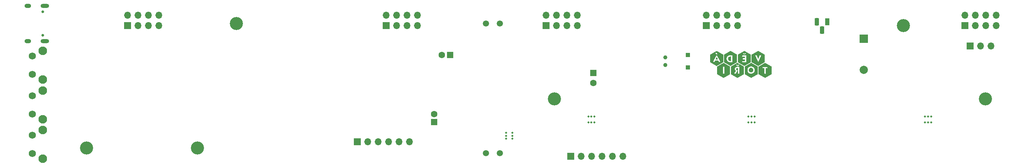
<source format=gbr>
%TF.GenerationSoftware,KiCad,Pcbnew,(6.0.1)*%
%TF.CreationDate,2022-01-22T16:32:06+01:00*%
%TF.ProjectId,MoBo and Touchbar,4d6f426f-2061-46e6-9420-546f75636862,rev?*%
%TF.SameCoordinates,Original*%
%TF.FileFunction,Soldermask,Bot*%
%TF.FilePolarity,Negative*%
%FSLAX46Y46*%
G04 Gerber Fmt 4.6, Leading zero omitted, Abs format (unit mm)*
G04 Created by KiCad (PCBNEW (6.0.1)) date 2022-01-22 16:32:06*
%MOMM*%
%LPD*%
G01*
G04 APERTURE LIST*
G04 Aperture macros list*
%AMRoundRect*
0 Rectangle with rounded corners*
0 $1 Rounding radius*
0 $2 $3 $4 $5 $6 $7 $8 $9 X,Y pos of 4 corners*
0 Add a 4 corners polygon primitive as box body*
4,1,4,$2,$3,$4,$5,$6,$7,$8,$9,$2,$3,0*
0 Add four circle primitives for the rounded corners*
1,1,$1+$1,$2,$3*
1,1,$1+$1,$4,$5*
1,1,$1+$1,$6,$7*
1,1,$1+$1,$8,$9*
0 Add four rect primitives between the rounded corners*
20,1,$1+$1,$2,$3,$4,$5,0*
20,1,$1+$1,$4,$5,$6,$7,0*
20,1,$1+$1,$6,$7,$8,$9,0*
20,1,$1+$1,$8,$9,$2,$3,0*%
G04 Aperture macros list end*
%ADD10C,0.010000*%
%ADD11C,1.500000*%
%ADD12R,1.700000X1.700000*%
%ADD13O,1.700000X1.700000*%
%ADD14C,3.200000*%
%ADD15R,2.000000X2.000000*%
%ADD16C,2.000000*%
%ADD17R,1.600000X1.600000*%
%ADD18C,1.600000*%
%ADD19C,0.500000*%
%ADD20C,1.000000*%
%ADD21R,1.000000X1.000000*%
%ADD22C,0.650000*%
%ADD23O,2.100000X1.000000*%
%ADD24O,1.600000X1.000000*%
%ADD25C,2.100000*%
%ADD26C,1.750000*%
%ADD27R,1.100000X1.800000*%
%ADD28RoundRect,0.275000X0.275000X0.625000X-0.275000X0.625000X-0.275000X-0.625000X0.275000X-0.625000X0*%
G04 APERTURE END LIST*
D10*
%TO.C,G2*%
X174519225Y-15175104D02*
X174505202Y-15180796D01*
X174505202Y-15180796D02*
X174492802Y-15187415D01*
X174492802Y-15187415D02*
X174475357Y-15197651D01*
X174475357Y-15197651D02*
X174456478Y-15208346D01*
X174456478Y-15208346D02*
X174445839Y-15214172D01*
X174445839Y-15214172D02*
X174431418Y-15221942D01*
X174431418Y-15221942D02*
X174419134Y-15228682D01*
X174419134Y-15228682D02*
X174406951Y-15235553D01*
X174406951Y-15235553D02*
X174392834Y-15243713D01*
X174392834Y-15243713D02*
X174374746Y-15254320D01*
X174374746Y-15254320D02*
X174359527Y-15263293D01*
X174359527Y-15263293D02*
X174341196Y-15274039D01*
X174341196Y-15274039D02*
X174323997Y-15283993D01*
X174323997Y-15283993D02*
X174310236Y-15291828D01*
X174310236Y-15291828D02*
X174303872Y-15295346D01*
X174303872Y-15295346D02*
X174292429Y-15301899D01*
X174292429Y-15301899D02*
X174283523Y-15307684D01*
X174283523Y-15307684D02*
X174282466Y-15308483D01*
X174282466Y-15308483D02*
X174275466Y-15313015D01*
X174275466Y-15313015D02*
X174263505Y-15319843D01*
X174263505Y-15319843D02*
X174250358Y-15326867D01*
X174250358Y-15326867D02*
X174235732Y-15334756D01*
X174235732Y-15334756D02*
X174216634Y-15345501D01*
X174216634Y-15345501D02*
X174195896Y-15357492D01*
X174195896Y-15357492D02*
X174181860Y-15365802D01*
X174181860Y-15365802D02*
X174161666Y-15377699D01*
X174161666Y-15377699D02*
X174141121Y-15389472D01*
X174141121Y-15389472D02*
X174123056Y-15399513D01*
X174123056Y-15399513D02*
X174113361Y-15404672D01*
X174113361Y-15404672D02*
X174099193Y-15412278D01*
X174099193Y-15412278D02*
X174087503Y-15419106D01*
X174087503Y-15419106D02*
X174081253Y-15423355D01*
X174081253Y-15423355D02*
X174074147Y-15428247D01*
X174074147Y-15428247D02*
X174062297Y-15435348D01*
X174062297Y-15435348D02*
X174051285Y-15441477D01*
X174051285Y-15441477D02*
X174036999Y-15449357D01*
X174036999Y-15449357D02*
X174018407Y-15459878D01*
X174018407Y-15459878D02*
X173998562Y-15471305D01*
X173998562Y-15471305D02*
X173989208Y-15476767D01*
X173989208Y-15476767D02*
X173965157Y-15490830D01*
X173965157Y-15490830D02*
X173944220Y-15502917D01*
X173944220Y-15502917D02*
X173922805Y-15515084D01*
X173922805Y-15515084D02*
X173898513Y-15528724D01*
X173898513Y-15528724D02*
X173886077Y-15535959D01*
X173886077Y-15535959D02*
X173871681Y-15544706D01*
X173871681Y-15544706D02*
X173867560Y-15547284D01*
X173867560Y-15547284D02*
X173856956Y-15553699D01*
X173856956Y-15553699D02*
X173849601Y-15557632D01*
X173849601Y-15557632D02*
X173847931Y-15558217D01*
X173847931Y-15558217D02*
X173843298Y-15560340D01*
X173843298Y-15560340D02*
X173834022Y-15565762D01*
X173834022Y-15565762D02*
X173827510Y-15569849D01*
X173827510Y-15569849D02*
X173813116Y-15578749D01*
X173813116Y-15578749D02*
X173798682Y-15587154D01*
X173798682Y-15587154D02*
X173794416Y-15589497D01*
X173794416Y-15589497D02*
X173781155Y-15596778D01*
X173781155Y-15596778D02*
X173763874Y-15606527D01*
X173763874Y-15606527D02*
X173744383Y-15617693D01*
X173744383Y-15617693D02*
X173724495Y-15629222D01*
X173724495Y-15629222D02*
X173706021Y-15640063D01*
X173706021Y-15640063D02*
X173690772Y-15649164D01*
X173690772Y-15649164D02*
X173680560Y-15655473D01*
X173680560Y-15655473D02*
X173678565Y-15656790D01*
X173678565Y-15656790D02*
X173668973Y-15662778D01*
X173668973Y-15662778D02*
X173655051Y-15670795D01*
X173655051Y-15670795D02*
X173642175Y-15677836D01*
X173642175Y-15677836D02*
X173628128Y-15685492D01*
X173628128Y-15685492D02*
X173609275Y-15696017D01*
X173609275Y-15696017D02*
X173588201Y-15707957D01*
X173588201Y-15707957D02*
X173569657Y-15718606D01*
X173569657Y-15718606D02*
X173548724Y-15730688D01*
X173548724Y-15730688D02*
X173527676Y-15742794D01*
X173527676Y-15742794D02*
X173509119Y-15753425D01*
X173509119Y-15753425D02*
X173496877Y-15760397D01*
X173496877Y-15760397D02*
X173483813Y-15767857D01*
X173483813Y-15767857D02*
X173465467Y-15778412D01*
X173465467Y-15778412D02*
X173443953Y-15790842D01*
X173443953Y-15790842D02*
X173421387Y-15803927D01*
X173421387Y-15803927D02*
X173413395Y-15808573D01*
X173413395Y-15808573D02*
X173392056Y-15820968D01*
X173392056Y-15820968D02*
X173372059Y-15832547D01*
X173372059Y-15832547D02*
X173355159Y-15842297D01*
X173355159Y-15842297D02*
X173343110Y-15849204D01*
X173343110Y-15849204D02*
X173339734Y-15851117D01*
X173339734Y-15851117D02*
X173328807Y-15857347D01*
X173328807Y-15857347D02*
X173313157Y-15866373D01*
X173313157Y-15866373D02*
X173295307Y-15876729D01*
X173295307Y-15876729D02*
X173277780Y-15886949D01*
X173277780Y-15886949D02*
X173263099Y-15895564D01*
X173263099Y-15895564D02*
X173254993Y-15900380D01*
X173254993Y-15900380D02*
X173248940Y-15903896D01*
X173248940Y-15903896D02*
X173237104Y-15910674D01*
X173237104Y-15910674D02*
X173221155Y-15919761D01*
X173221155Y-15919761D02*
X173202764Y-15930202D01*
X173202764Y-15930202D02*
X173201479Y-15930930D01*
X173201479Y-15930930D02*
X173169817Y-15948888D01*
X173169817Y-15948888D02*
X173143821Y-15963678D01*
X173143821Y-15963678D02*
X173121693Y-15976334D01*
X173121693Y-15976334D02*
X173101639Y-15987889D01*
X173101639Y-15987889D02*
X173081861Y-15999377D01*
X173081861Y-15999377D02*
X173060564Y-16011829D01*
X173060564Y-16011829D02*
X173046758Y-16019930D01*
X173046758Y-16019930D02*
X173027418Y-16031193D01*
X173027418Y-16031193D02*
X173010311Y-16040976D01*
X173010311Y-16040976D02*
X172996991Y-16048404D01*
X172996991Y-16048404D02*
X172989014Y-16052601D01*
X172989014Y-16052601D02*
X172987893Y-16053100D01*
X172987893Y-16053100D02*
X172987097Y-16053901D01*
X172987097Y-16053901D02*
X172986364Y-16055893D01*
X172986364Y-16055893D02*
X172985691Y-16059415D01*
X172985691Y-16059415D02*
X172985077Y-16064803D01*
X172985077Y-16064803D02*
X172984518Y-16072395D01*
X172984518Y-16072395D02*
X172984013Y-16082529D01*
X172984013Y-16082529D02*
X172983557Y-16095543D01*
X172983557Y-16095543D02*
X172983149Y-16111775D01*
X172983149Y-16111775D02*
X172982787Y-16131561D01*
X172982787Y-16131561D02*
X172982467Y-16155240D01*
X172982467Y-16155240D02*
X172982187Y-16183150D01*
X172982187Y-16183150D02*
X172981944Y-16215628D01*
X172981944Y-16215628D02*
X172981736Y-16253011D01*
X172981736Y-16253011D02*
X172981560Y-16295638D01*
X172981560Y-16295638D02*
X172981414Y-16343846D01*
X172981414Y-16343846D02*
X172981295Y-16397973D01*
X172981295Y-16397973D02*
X172981200Y-16458356D01*
X172981200Y-16458356D02*
X172981127Y-16525333D01*
X172981127Y-16525333D02*
X172981074Y-16599243D01*
X172981074Y-16599243D02*
X172981037Y-16680422D01*
X172981037Y-16680422D02*
X172981014Y-16769208D01*
X172981014Y-16769208D02*
X172981003Y-16865939D01*
X172981003Y-16865939D02*
X172981000Y-16952320D01*
X172981000Y-16952320D02*
X172981003Y-17055576D01*
X172981003Y-17055576D02*
X172981012Y-17150610D01*
X172981012Y-17150610D02*
X172981031Y-17237765D01*
X172981031Y-17237765D02*
X172981063Y-17317380D01*
X172981063Y-17317380D02*
X172981111Y-17389797D01*
X172981111Y-17389797D02*
X172981177Y-17455358D01*
X172981177Y-17455358D02*
X172981264Y-17514403D01*
X172981264Y-17514403D02*
X172981375Y-17567274D01*
X172981375Y-17567274D02*
X172981513Y-17614311D01*
X172981513Y-17614311D02*
X172981681Y-17655855D01*
X172981681Y-17655855D02*
X172981882Y-17692248D01*
X172981882Y-17692248D02*
X172982117Y-17723831D01*
X172982117Y-17723831D02*
X172982391Y-17750945D01*
X172982391Y-17750945D02*
X172982706Y-17773931D01*
X172982706Y-17773931D02*
X172983065Y-17793130D01*
X172983065Y-17793130D02*
X172983471Y-17808883D01*
X172983471Y-17808883D02*
X172983927Y-17821531D01*
X172983927Y-17821531D02*
X172984435Y-17831415D01*
X172984435Y-17831415D02*
X172984998Y-17838877D01*
X172984998Y-17838877D02*
X172985619Y-17844258D01*
X172985619Y-17844258D02*
X172986301Y-17847898D01*
X172986301Y-17847898D02*
X172987047Y-17850139D01*
X172987047Y-17850139D02*
X172987860Y-17851322D01*
X172987860Y-17851322D02*
X172988492Y-17851711D01*
X172988492Y-17851711D02*
X172996138Y-17855451D01*
X172996138Y-17855451D02*
X173007975Y-17862131D01*
X173007975Y-17862131D02*
X173017390Y-17867814D01*
X173017390Y-17867814D02*
X173031168Y-17876128D01*
X173031168Y-17876128D02*
X173043650Y-17883265D01*
X173043650Y-17883265D02*
X173049498Y-17886357D01*
X173049498Y-17886357D02*
X173060395Y-17892142D01*
X173060395Y-17892142D02*
X173073238Y-17899511D01*
X173073238Y-17899511D02*
X173075185Y-17900680D01*
X173075185Y-17900680D02*
X173086629Y-17907486D01*
X173086629Y-17907486D02*
X173102120Y-17916551D01*
X173102120Y-17916551D02*
X173117996Y-17925735D01*
X173117996Y-17925735D02*
X173132938Y-17934370D01*
X173132938Y-17934370D02*
X173152616Y-17945813D01*
X173152616Y-17945813D02*
X173174390Y-17958525D01*
X173174390Y-17958525D02*
X173194135Y-17970095D01*
X173194135Y-17970095D02*
X173212294Y-17980657D01*
X173212294Y-17980657D02*
X173227717Y-17989436D01*
X173227717Y-17989436D02*
X173238952Y-17995618D01*
X173238952Y-17995618D02*
X173244546Y-17998391D01*
X173244546Y-17998391D02*
X173244848Y-17998466D01*
X173244848Y-17998466D02*
X173249662Y-18000692D01*
X173249662Y-18000692D02*
X173258057Y-18006090D01*
X173258057Y-18006090D02*
X173258613Y-18006480D01*
X173258613Y-18006480D02*
X173268676Y-18012936D01*
X173268676Y-18012936D02*
X173282747Y-18021203D01*
X173282747Y-18021203D02*
X173293523Y-18027180D01*
X173293523Y-18027180D02*
X173305337Y-18033735D01*
X173305337Y-18033735D02*
X173322648Y-18043588D01*
X173322648Y-18043588D02*
X173343593Y-18055666D01*
X173343593Y-18055666D02*
X173366307Y-18068895D01*
X173366307Y-18068895D02*
X173380045Y-18076961D01*
X173380045Y-18076961D02*
X173400872Y-18089148D01*
X173400872Y-18089148D02*
X173419086Y-18099651D01*
X173419086Y-18099651D02*
X173433435Y-18107761D01*
X173433435Y-18107761D02*
X173442662Y-18112766D01*
X173442662Y-18112766D02*
X173445501Y-18114057D01*
X173445501Y-18114057D02*
X173450082Y-18116271D01*
X173450082Y-18116271D02*
X173459544Y-18122038D01*
X173459544Y-18122038D02*
X173470232Y-18129041D01*
X173470232Y-18129041D02*
X173482320Y-18136871D01*
X173482320Y-18136871D02*
X173491577Y-18142293D01*
X173491577Y-18142293D02*
X173495598Y-18144025D01*
X173495598Y-18144025D02*
X173500470Y-18146078D01*
X173500470Y-18146078D02*
X173510750Y-18151549D01*
X173510750Y-18151549D02*
X173524530Y-18159407D01*
X173524530Y-18159407D02*
X173529904Y-18162577D01*
X173529904Y-18162577D02*
X173546607Y-18172428D01*
X173546607Y-18172428D02*
X173567794Y-18184805D01*
X173567794Y-18184805D02*
X173590512Y-18197987D01*
X173590512Y-18197987D02*
X173608187Y-18208176D01*
X173608187Y-18208176D02*
X173627722Y-18219458D01*
X173627722Y-18219458D02*
X173645967Y-18230104D01*
X173645967Y-18230104D02*
X173660863Y-18238906D01*
X173660863Y-18238906D02*
X173670263Y-18244603D01*
X173670263Y-18244603D02*
X173678902Y-18249799D01*
X173678902Y-18249799D02*
X173693427Y-18258306D01*
X173693427Y-18258306D02*
X173712273Y-18269216D01*
X173712273Y-18269216D02*
X173733875Y-18281622D01*
X173733875Y-18281622D02*
X173751605Y-18291740D01*
X173751605Y-18291740D02*
X173775529Y-18305368D01*
X173775529Y-18305368D02*
X173799131Y-18318839D01*
X173799131Y-18318839D02*
X173820471Y-18331044D01*
X173820471Y-18331044D02*
X173837610Y-18340874D01*
X173837610Y-18340874D02*
X173845790Y-18345588D01*
X173845790Y-18345588D02*
X173862025Y-18354879D01*
X173862025Y-18354879D02*
X173882472Y-18366442D01*
X173882472Y-18366442D02*
X173903842Y-18378422D01*
X173903842Y-18378422D02*
X173914288Y-18384234D01*
X173914288Y-18384234D02*
X173933804Y-18395223D01*
X173933804Y-18395223D02*
X173953093Y-18406367D01*
X173953093Y-18406367D02*
X173969341Y-18416027D01*
X173969341Y-18416027D02*
X173976365Y-18420370D01*
X173976365Y-18420370D02*
X173989776Y-18428364D01*
X173989776Y-18428364D02*
X174001692Y-18434597D01*
X174001692Y-18434597D02*
X174007403Y-18436976D01*
X174007403Y-18436976D02*
X174014857Y-18440429D01*
X174014857Y-18440429D02*
X174017036Y-18443020D01*
X174017036Y-18443020D02*
X174020478Y-18446665D01*
X174020478Y-18446665D02*
X174029112Y-18452197D01*
X174029112Y-18452197D02*
X174033090Y-18454350D01*
X174033090Y-18454350D02*
X174042869Y-18459628D01*
X174042869Y-18459628D02*
X174058081Y-18468090D01*
X174058081Y-18468090D02*
X174076750Y-18478627D01*
X174076750Y-18478627D02*
X174096902Y-18490132D01*
X174096902Y-18490132D02*
X174099654Y-18491714D01*
X174099654Y-18491714D02*
X174118309Y-18502337D01*
X174118309Y-18502337D02*
X174134259Y-18511217D01*
X174134259Y-18511217D02*
X174146067Y-18517571D01*
X174146067Y-18517571D02*
X174152295Y-18520613D01*
X174152295Y-18520613D02*
X174152832Y-18520765D01*
X174152832Y-18520765D02*
X174157881Y-18523238D01*
X174157881Y-18523238D02*
X174162257Y-18526587D01*
X174162257Y-18526587D02*
X174169550Y-18531704D01*
X174169550Y-18531704D02*
X174181533Y-18539007D01*
X174181533Y-18539007D02*
X174192562Y-18545233D01*
X174192562Y-18545233D02*
X174206872Y-18553176D01*
X174206872Y-18553176D02*
X174225495Y-18563721D01*
X174225495Y-18563721D02*
X174245367Y-18575124D01*
X174245367Y-18575124D02*
X174254639Y-18580503D01*
X174254639Y-18580503D02*
X174299435Y-18606587D01*
X174299435Y-18606587D02*
X174338670Y-18629410D01*
X174338670Y-18629410D02*
X174372029Y-18648788D01*
X174372029Y-18648788D02*
X174399194Y-18664538D01*
X174399194Y-18664538D02*
X174419850Y-18676476D01*
X174419850Y-18676476D02*
X174433678Y-18684419D01*
X174433678Y-18684419D02*
X174439535Y-18687730D01*
X174439535Y-18687730D02*
X174448694Y-18692880D01*
X174448694Y-18692880D02*
X174462627Y-18700808D01*
X174462627Y-18700808D02*
X174478692Y-18710012D01*
X174478692Y-18710012D02*
X174482750Y-18712346D01*
X174482750Y-18712346D02*
X174508498Y-18724927D01*
X174508498Y-18724927D02*
X174529745Y-18730386D01*
X174529745Y-18730386D02*
X174546688Y-18728762D01*
X174546688Y-18728762D02*
X174552178Y-18726212D01*
X174552178Y-18726212D02*
X174573837Y-18713428D01*
X174573837Y-18713428D02*
X174595879Y-18700618D01*
X174595879Y-18700618D02*
X174617001Y-18688520D01*
X174617001Y-18688520D02*
X174635901Y-18677866D01*
X174635901Y-18677866D02*
X174651276Y-18669393D01*
X174651276Y-18669393D02*
X174661821Y-18663835D01*
X174661821Y-18663835D02*
X174666186Y-18661924D01*
X174666186Y-18661924D02*
X174671520Y-18659459D01*
X174671520Y-18659459D02*
X174680918Y-18653320D01*
X174680918Y-18653320D02*
X174686726Y-18649080D01*
X174686726Y-18649080D02*
X174697192Y-18641677D01*
X174697192Y-18641677D02*
X174704989Y-18637089D01*
X174704989Y-18637089D02*
X174707167Y-18636356D01*
X174707167Y-18636356D02*
X174712347Y-18634246D01*
X174712347Y-18634246D02*
X174722630Y-18628683D01*
X174722630Y-18628683D02*
X174735902Y-18620820D01*
X174735902Y-18620820D02*
X174737442Y-18619872D01*
X174737442Y-18619872D02*
X174751189Y-18611591D01*
X174751189Y-18611591D02*
X174770146Y-18600474D01*
X174770146Y-18600474D02*
X174792038Y-18587840D01*
X174792038Y-18587840D02*
X174814591Y-18575009D01*
X174814591Y-18575009D02*
X174819749Y-18572103D01*
X174819749Y-18572103D02*
X174840762Y-18560224D01*
X174840762Y-18560224D02*
X174860342Y-18549029D01*
X174860342Y-18549029D02*
X174876684Y-18539562D01*
X174876684Y-18539562D02*
X174887980Y-18532864D01*
X174887980Y-18532864D02*
X174890388Y-18531378D01*
X174890388Y-18531378D02*
X174903083Y-18523669D01*
X174903083Y-18523669D02*
X174918677Y-18514583D01*
X174918677Y-18514583D02*
X174926778Y-18510002D01*
X174926778Y-18510002D02*
X174939661Y-18502758D01*
X174939661Y-18502758D02*
X174957284Y-18492767D01*
X174957284Y-18492767D02*
X174976964Y-18481553D01*
X174976964Y-18481553D02*
X174989996Y-18474097D01*
X174989996Y-18474097D02*
X175010924Y-18462103D01*
X175010924Y-18462103D02*
X175032916Y-18449505D01*
X175032916Y-18449505D02*
X175052673Y-18438192D01*
X175052673Y-18438192D02*
X175061742Y-18433002D01*
X175061742Y-18433002D02*
X175077728Y-18423809D01*
X175077728Y-18423809D02*
X175098292Y-18411914D01*
X175098292Y-18411914D02*
X175120624Y-18398946D01*
X175120624Y-18398946D02*
X175139318Y-18388050D01*
X175139318Y-18388050D02*
X175159909Y-18376064D01*
X175159909Y-18376064D02*
X175180219Y-18364315D01*
X175180219Y-18364315D02*
X175197836Y-18354192D01*
X175197836Y-18354192D02*
X175209828Y-18347379D01*
X175209828Y-18347379D02*
X175225080Y-18338707D01*
X175225080Y-18338707D02*
X175243853Y-18327882D01*
X175243853Y-18327882D02*
X175262306Y-18317121D01*
X175262306Y-18317121D02*
X175263826Y-18316227D01*
X175263826Y-18316227D02*
X175281329Y-18305974D01*
X175281329Y-18305974D02*
X175298790Y-18295810D01*
X175298790Y-18295810D02*
X175312778Y-18287735D01*
X175312778Y-18287735D02*
X175314221Y-18286909D01*
X175314221Y-18286909D02*
X175326339Y-18279916D01*
X175326339Y-18279916D02*
X175343150Y-18270130D01*
X175343150Y-18270130D02*
X175361973Y-18259112D01*
X175361973Y-18259112D02*
X175372757Y-18252773D01*
X175372757Y-18252773D02*
X175389262Y-18243265D01*
X175389262Y-18243265D02*
X175403158Y-18235654D01*
X175403158Y-18235654D02*
X175412731Y-18230853D01*
X175412731Y-18230853D02*
X175416061Y-18229648D01*
X175416061Y-18229648D02*
X175421992Y-18227218D01*
X175421992Y-18227218D02*
X175430618Y-18221370D01*
X175430618Y-18221370D02*
X175430677Y-18221324D01*
X175430677Y-18221324D02*
X175440060Y-18214882D01*
X175440060Y-18214882D02*
X175453811Y-18206506D01*
X175453811Y-18206506D02*
X175466574Y-18199318D01*
X175466574Y-18199318D02*
X175480655Y-18191392D01*
X175480655Y-18191392D02*
X175492363Y-18184242D01*
X175492363Y-18184242D02*
X175498647Y-18179815D01*
X175498647Y-18179815D02*
X175505629Y-18175039D01*
X175505629Y-18175039D02*
X175508750Y-18173993D01*
X175508750Y-18173993D02*
X175513511Y-18171911D01*
X175513511Y-18171911D02*
X175524061Y-18166231D01*
X175524061Y-18166231D02*
X175538872Y-18157804D01*
X175538872Y-18157804D02*
X175556420Y-18147482D01*
X175556420Y-18147482D02*
X175557646Y-18146749D01*
X175557646Y-18146749D02*
X175577640Y-18134899D01*
X175577640Y-18134899D02*
X175597249Y-18123467D01*
X175597249Y-18123467D02*
X175614060Y-18113847D01*
X175614060Y-18113847D02*
X175624604Y-18108001D01*
X175624604Y-18108001D02*
X175638828Y-18100149D01*
X175638828Y-18100149D02*
X175656873Y-18089903D01*
X175656873Y-18089903D02*
X175675213Y-18079270D01*
X175675213Y-18079270D02*
X175678118Y-18077561D01*
X175678118Y-18077561D02*
X175696918Y-18066563D01*
X175696918Y-18066563D02*
X175719306Y-18053601D01*
X175719306Y-18053601D02*
X175741408Y-18040914D01*
X175741408Y-18040914D02*
X175748757Y-18036726D01*
X175748757Y-18036726D02*
X175785828Y-18015599D01*
X175785828Y-18015599D02*
X175818205Y-17997008D01*
X175818205Y-17997008D02*
X175848682Y-17979339D01*
X175848682Y-17979339D02*
X175880054Y-17960981D01*
X175880054Y-17960981D02*
X175881472Y-17960148D01*
X175881472Y-17960148D02*
X175902315Y-17948058D01*
X175902315Y-17948058D02*
X175924883Y-17935218D01*
X175924883Y-17935218D02*
X175945390Y-17923776D01*
X175945390Y-17923776D02*
X175952111Y-17920102D01*
X175952111Y-17920102D02*
X175968882Y-17910684D01*
X175968882Y-17910684D02*
X175984393Y-17901411D01*
X175984393Y-17901411D02*
X175995791Y-17893999D01*
X175995791Y-17893999D02*
X175997467Y-17892787D01*
X175997467Y-17892787D02*
X176006743Y-17886400D01*
X176006743Y-17886400D02*
X176013083Y-17883031D01*
X176013083Y-17883031D02*
X176013843Y-17882875D01*
X176013843Y-17882875D02*
X176018751Y-17880827D01*
X176018751Y-17880827D02*
X176029004Y-17875387D01*
X176029004Y-17875387D02*
X176042631Y-17867615D01*
X176042631Y-17867615D02*
X176046618Y-17865263D01*
X176046618Y-17865263D02*
X176076264Y-17847650D01*
X176076264Y-17847650D02*
X176076264Y-17831502D01*
X176076264Y-17831502D02*
X175061634Y-17831502D01*
X175061634Y-17831502D02*
X175051547Y-17831502D01*
X175051547Y-17831502D02*
X175044627Y-17831105D01*
X175044627Y-17831105D02*
X175030413Y-17829979D01*
X175030413Y-17829979D02*
X175009911Y-17828220D01*
X175009911Y-17828220D02*
X174984127Y-17825923D01*
X174984127Y-17825923D02*
X174954067Y-17823185D01*
X174954067Y-17823185D02*
X174920737Y-17820102D01*
X174920737Y-17820102D02*
X174885145Y-17816769D01*
X174885145Y-17816769D02*
X174848295Y-17813283D01*
X174848295Y-17813283D02*
X174811194Y-17809739D01*
X174811194Y-17809739D02*
X174774849Y-17806234D01*
X174774849Y-17806234D02*
X174740264Y-17802864D01*
X174740264Y-17802864D02*
X174708447Y-17799724D01*
X174708447Y-17799724D02*
X174680404Y-17796910D01*
X174680404Y-17796910D02*
X174657141Y-17794519D01*
X174657141Y-17794519D02*
X174639663Y-17792646D01*
X174639663Y-17792646D02*
X174628978Y-17791387D01*
X174628978Y-17791387D02*
X174626051Y-17790914D01*
X174626051Y-17790914D02*
X174625090Y-17788882D01*
X174625090Y-17788882D02*
X174624232Y-17783236D01*
X174624232Y-17783236D02*
X174623469Y-17773539D01*
X174623469Y-17773539D02*
X174622795Y-17759357D01*
X174622795Y-17759357D02*
X174622201Y-17740255D01*
X174622201Y-17740255D02*
X174621682Y-17715798D01*
X174621682Y-17715798D02*
X174621229Y-17685551D01*
X174621229Y-17685551D02*
X174620835Y-17649079D01*
X174620835Y-17649079D02*
X174620493Y-17605948D01*
X174620493Y-17605948D02*
X174620197Y-17555721D01*
X174620197Y-17555721D02*
X174619937Y-17497965D01*
X174619937Y-17497965D02*
X174619708Y-17432244D01*
X174619708Y-17432244D02*
X174619629Y-17405538D01*
X174619629Y-17405538D02*
X174618536Y-17022100D01*
X174618536Y-17022100D02*
X174376855Y-17415028D01*
X174376855Y-17415028D02*
X174336471Y-17480684D01*
X174336471Y-17480684D02*
X174300336Y-17539432D01*
X174300336Y-17539432D02*
X174268209Y-17591655D01*
X174268209Y-17591655D02*
X174239850Y-17637737D01*
X174239850Y-17637737D02*
X174215021Y-17678061D01*
X174215021Y-17678061D02*
X174193483Y-17713012D01*
X174193483Y-17713012D02*
X174174994Y-17742973D01*
X174174994Y-17742973D02*
X174159317Y-17768328D01*
X174159317Y-17768328D02*
X174146212Y-17789460D01*
X174146212Y-17789460D02*
X174135438Y-17806753D01*
X174135438Y-17806753D02*
X174126758Y-17820591D01*
X174126758Y-17820591D02*
X174119931Y-17831358D01*
X174119931Y-17831358D02*
X174114718Y-17839437D01*
X174114718Y-17839437D02*
X174110880Y-17845213D01*
X174110880Y-17845213D02*
X174108176Y-17849068D01*
X174108176Y-17849068D02*
X174106368Y-17851386D01*
X174106368Y-17851386D02*
X174105217Y-17852552D01*
X174105217Y-17852552D02*
X174104482Y-17852949D01*
X174104482Y-17852949D02*
X174103924Y-17852960D01*
X174103924Y-17852960D02*
X174103597Y-17852942D01*
X174103597Y-17852942D02*
X174099046Y-17851682D01*
X174099046Y-17851682D02*
X174087104Y-17848052D01*
X174087104Y-17848052D02*
X174068536Y-17842291D01*
X174068536Y-17842291D02*
X174044105Y-17834639D01*
X174044105Y-17834639D02*
X174014576Y-17825337D01*
X174014576Y-17825337D02*
X173980712Y-17814624D01*
X173980712Y-17814624D02*
X173943276Y-17802742D01*
X173943276Y-17802742D02*
X173903034Y-17789931D01*
X173903034Y-17789931D02*
X173884320Y-17783961D01*
X173884320Y-17783961D02*
X173843061Y-17770757D01*
X173843061Y-17770757D02*
X173804277Y-17758280D01*
X173804277Y-17758280D02*
X173768731Y-17746781D01*
X173768731Y-17746781D02*
X173737188Y-17736510D01*
X173737188Y-17736510D02*
X173710410Y-17727717D01*
X173710410Y-17727717D02*
X173689163Y-17720652D01*
X173689163Y-17720652D02*
X173674209Y-17715566D01*
X173674209Y-17715566D02*
X173666313Y-17712708D01*
X173666313Y-17712708D02*
X173665268Y-17712218D01*
X173665268Y-17712218D02*
X173667279Y-17708413D01*
X173667279Y-17708413D02*
X173673917Y-17698113D01*
X173673917Y-17698113D02*
X173684848Y-17681801D01*
X173684848Y-17681801D02*
X173699736Y-17659959D01*
X173699736Y-17659959D02*
X173718248Y-17633070D01*
X173718248Y-17633070D02*
X173740047Y-17601616D01*
X173740047Y-17601616D02*
X173764800Y-17566081D01*
X173764800Y-17566081D02*
X173792171Y-17526946D01*
X173792171Y-17526946D02*
X173821825Y-17484695D01*
X173821825Y-17484695D02*
X173853428Y-17439810D01*
X173853428Y-17439810D02*
X173886646Y-17392774D01*
X173886646Y-17392774D02*
X173898826Y-17375560D01*
X173898826Y-17375560D02*
X174135238Y-17041632D01*
X174135238Y-17041632D02*
X174098060Y-17022199D01*
X174098060Y-17022199D02*
X174048981Y-16992436D01*
X174048981Y-16992436D02*
X174005854Y-16957276D01*
X174005854Y-16957276D02*
X173967428Y-16915629D01*
X173967428Y-16915629D02*
X173951535Y-16894758D01*
X173951535Y-16894758D02*
X173916014Y-16838698D01*
X173916014Y-16838698D02*
X173888575Y-16780261D01*
X173888575Y-16780261D02*
X173869091Y-16719047D01*
X173869091Y-16719047D02*
X173857436Y-16654654D01*
X173857436Y-16654654D02*
X173853485Y-16586683D01*
X173853485Y-16586683D02*
X173853487Y-16583285D01*
X173853487Y-16583285D02*
X173857192Y-16512230D01*
X173857192Y-16512230D02*
X173867851Y-16446157D01*
X173867851Y-16446157D02*
X173885483Y-16385018D01*
X173885483Y-16385018D02*
X173910110Y-16328766D01*
X173910110Y-16328766D02*
X173941754Y-16277355D01*
X173941754Y-16277355D02*
X173980437Y-16230738D01*
X173980437Y-16230738D02*
X174026180Y-16188869D01*
X174026180Y-16188869D02*
X174040481Y-16177822D01*
X174040481Y-16177822D02*
X174091234Y-16144838D01*
X174091234Y-16144838D02*
X174148831Y-16116374D01*
X174148831Y-16116374D02*
X174213410Y-16092378D01*
X174213410Y-16092378D02*
X174285112Y-16072797D01*
X174285112Y-16072797D02*
X174360254Y-16058189D01*
X174360254Y-16058189D02*
X174371344Y-16056459D01*
X174371344Y-16056459D02*
X174382112Y-16054955D01*
X174382112Y-16054955D02*
X174393237Y-16053656D01*
X174393237Y-16053656D02*
X174405397Y-16052543D01*
X174405397Y-16052543D02*
X174419270Y-16051597D01*
X174419270Y-16051597D02*
X174435534Y-16050799D01*
X174435534Y-16050799D02*
X174454868Y-16050128D01*
X174454868Y-16050128D02*
X174477950Y-16049567D01*
X174477950Y-16049567D02*
X174505457Y-16049095D01*
X174505457Y-16049095D02*
X174538069Y-16048692D01*
X174538069Y-16048692D02*
X174576463Y-16048341D01*
X174576463Y-16048341D02*
X174621318Y-16048021D01*
X174621318Y-16048021D02*
X174673311Y-16047712D01*
X174673311Y-16047712D02*
X174733122Y-16047397D01*
X174733122Y-16047397D02*
X174739478Y-16047364D01*
X174739478Y-16047364D02*
X175061634Y-16045731D01*
X175061634Y-16045731D02*
X175061634Y-17831502D01*
X175061634Y-17831502D02*
X176076264Y-17831502D01*
X176076264Y-17831502D02*
X176076264Y-16059521D01*
X176076264Y-16059521D02*
X176058069Y-16047048D01*
X176058069Y-16047048D02*
X176043362Y-16037730D01*
X176043362Y-16037730D02*
X176025991Y-16027769D01*
X176025991Y-16027769D02*
X176016834Y-16022939D01*
X176016834Y-16022939D02*
X176003657Y-16016010D01*
X176003657Y-16016010D02*
X175993325Y-16010087D01*
X175993325Y-16010087D02*
X175989007Y-16007167D01*
X175989007Y-16007167D02*
X175983866Y-16003792D01*
X175983866Y-16003792D02*
X175972747Y-15997099D01*
X175972747Y-15997099D02*
X175957145Y-15987947D01*
X175957145Y-15987947D02*
X175938556Y-15977198D01*
X175938556Y-15977198D02*
X175918474Y-15965712D01*
X175918474Y-15965712D02*
X175898396Y-15954348D01*
X175898396Y-15954348D02*
X175879816Y-15943969D01*
X175879816Y-15943969D02*
X175866491Y-15936658D01*
X175866491Y-15936658D02*
X175856430Y-15930893D01*
X175856430Y-15930893D02*
X175850058Y-15926668D01*
X175850058Y-15926668D02*
X175849367Y-15926036D01*
X175849367Y-15926036D02*
X175844829Y-15922942D01*
X175844829Y-15922942D02*
X175834708Y-15916969D01*
X175834708Y-15916969D02*
X175820974Y-15909270D01*
X175820974Y-15909270D02*
X175817255Y-15907237D01*
X175817255Y-15907237D02*
X175801478Y-15898354D01*
X175801478Y-15898354D02*
X175787454Y-15889929D01*
X175787454Y-15889929D02*
X175777905Y-15883606D01*
X175777905Y-15883606D02*
X175777077Y-15882979D01*
X175777077Y-15882979D02*
X175768789Y-15877304D01*
X175768789Y-15877304D02*
X175763520Y-15875021D01*
X175763520Y-15875021D02*
X175758764Y-15872958D01*
X175758764Y-15872958D02*
X175748166Y-15867320D01*
X175748166Y-15867320D02*
X175733228Y-15858936D01*
X175733228Y-15858936D02*
X175715452Y-15848633D01*
X175715452Y-15848633D02*
X175712884Y-15847121D01*
X175712884Y-15847121D02*
X175694330Y-15836297D01*
X175694330Y-15836297D02*
X175677919Y-15826950D01*
X175677919Y-15826950D02*
X175665334Y-15820024D01*
X175665334Y-15820024D02*
X175658260Y-15816462D01*
X175658260Y-15816462D02*
X175657943Y-15816336D01*
X175657943Y-15816336D02*
X175649940Y-15812154D01*
X175649940Y-15812154D02*
X175638652Y-15804960D01*
X175638652Y-15804960D02*
X175633594Y-15801425D01*
X175633594Y-15801425D02*
X175622989Y-15794341D01*
X175622989Y-15794341D02*
X175615037Y-15790019D01*
X175615037Y-15790019D02*
X175612914Y-15789398D01*
X175612914Y-15789398D02*
X175607443Y-15787231D01*
X175607443Y-15787231D02*
X175597255Y-15781601D01*
X175597255Y-15781601D02*
X175586799Y-15775148D01*
X175586799Y-15775148D02*
X175575622Y-15768233D01*
X175575622Y-15768233D02*
X175558759Y-15758155D01*
X175558759Y-15758155D02*
X175537981Y-15745955D01*
X175537981Y-15745955D02*
X175515059Y-15732676D01*
X175515059Y-15732676D02*
X175498310Y-15723083D01*
X175498310Y-15723083D02*
X175474391Y-15709439D01*
X175474391Y-15709439D02*
X175450793Y-15695953D01*
X175450793Y-15695953D02*
X175429456Y-15683737D01*
X175429456Y-15683737D02*
X175412317Y-15673899D01*
X175412317Y-15673899D02*
X175404125Y-15669177D01*
X175404125Y-15669177D02*
X175387572Y-15659643D01*
X175387572Y-15659643D02*
X175367042Y-15647871D01*
X175367042Y-15647871D02*
X175346004Y-15635849D01*
X175346004Y-15635849D02*
X175337767Y-15631156D01*
X175337767Y-15631156D02*
X175316768Y-15619156D01*
X175316768Y-15619156D02*
X175294047Y-15606094D01*
X175294047Y-15606094D02*
X175273469Y-15594196D01*
X175273469Y-15594196D02*
X175267128Y-15590508D01*
X175267128Y-15590508D02*
X175246727Y-15578702D01*
X175246727Y-15578702D02*
X175223829Y-15565581D01*
X175223829Y-15565581D02*
X175203315Y-15553942D01*
X175203315Y-15553942D02*
X175202911Y-15553715D01*
X175202911Y-15553715D02*
X175182601Y-15542112D01*
X175182601Y-15542112D02*
X175160046Y-15528970D01*
X175160046Y-15528970D02*
X175140082Y-15517107D01*
X175140082Y-15517107D02*
X175139837Y-15516960D01*
X175139837Y-15516960D02*
X175129939Y-15511124D01*
X175129939Y-15511124D02*
X175082722Y-15511124D01*
X175082722Y-15511124D02*
X174977330Y-15649191D01*
X174977330Y-15649191D02*
X174952461Y-15681763D01*
X174952461Y-15681763D02*
X174927548Y-15714383D01*
X174927548Y-15714383D02*
X174903452Y-15745922D01*
X174903452Y-15745922D02*
X174881034Y-15775254D01*
X174881034Y-15775254D02*
X174861156Y-15801251D01*
X174861156Y-15801251D02*
X174844680Y-15822787D01*
X174844680Y-15822787D02*
X174832466Y-15838734D01*
X174832466Y-15838734D02*
X174831691Y-15839744D01*
X174831691Y-15839744D02*
X174791445Y-15892231D01*
X174791445Y-15892231D02*
X174594115Y-15891118D01*
X174594115Y-15891118D02*
X174396786Y-15890005D01*
X174396786Y-15890005D02*
X174262157Y-15712338D01*
X174262157Y-15712338D02*
X174235973Y-15677772D01*
X174235973Y-15677772D02*
X174211148Y-15644977D01*
X174211148Y-15644977D02*
X174188202Y-15614641D01*
X174188202Y-15614641D02*
X174167655Y-15587455D01*
X174167655Y-15587455D02*
X174150030Y-15564108D01*
X174150030Y-15564108D02*
X174135847Y-15545291D01*
X174135847Y-15545291D02*
X174125627Y-15531693D01*
X174125627Y-15531693D02*
X174119891Y-15524005D01*
X174119891Y-15524005D02*
X174119083Y-15522897D01*
X174119083Y-15522897D02*
X174110638Y-15511124D01*
X174110638Y-15511124D02*
X174443154Y-15511124D01*
X174443154Y-15511124D02*
X174518001Y-15611563D01*
X174518001Y-15611563D02*
X174537068Y-15637055D01*
X174537068Y-15637055D02*
X174554489Y-15660166D01*
X174554489Y-15660166D02*
X174569610Y-15680042D01*
X174569610Y-15680042D02*
X174581778Y-15695831D01*
X174581778Y-15695831D02*
X174590339Y-15706682D01*
X174590339Y-15706682D02*
X174594639Y-15711740D01*
X174594639Y-15711740D02*
X174594990Y-15712002D01*
X174594990Y-15712002D02*
X174597991Y-15708704D01*
X174597991Y-15708704D02*
X174605434Y-15699376D01*
X174605434Y-15699376D02*
X174616665Y-15684873D01*
X174616665Y-15684873D02*
X174631032Y-15666046D01*
X174631032Y-15666046D02*
X174647879Y-15643749D01*
X174647879Y-15643749D02*
X174666555Y-15618833D01*
X174666555Y-15618833D02*
X174671978Y-15611563D01*
X174671978Y-15611563D02*
X174746825Y-15511124D01*
X174746825Y-15511124D02*
X175082722Y-15511124D01*
X175082722Y-15511124D02*
X175129939Y-15511124D01*
X175129939Y-15511124D02*
X175125378Y-15508435D01*
X175125378Y-15508435D02*
X175113757Y-15501950D01*
X175113757Y-15501950D02*
X175106869Y-15498550D01*
X175106869Y-15498550D02*
X175105925Y-15498281D01*
X175105925Y-15498281D02*
X175100663Y-15495767D01*
X175100663Y-15495767D02*
X175096220Y-15492338D01*
X175096220Y-15492338D02*
X175088849Y-15487235D01*
X175088849Y-15487235D02*
X175076738Y-15480153D01*
X175076738Y-15480153D02*
X175065915Y-15474388D01*
X175065915Y-15474388D02*
X175050595Y-15466047D01*
X175050595Y-15466047D02*
X175036271Y-15457381D01*
X175036271Y-15457381D02*
X175029121Y-15452503D01*
X175029121Y-15452503D02*
X175019785Y-15446130D01*
X175019785Y-15446130D02*
X175013334Y-15442777D01*
X175013334Y-15442777D02*
X175012554Y-15442626D01*
X175012554Y-15442626D02*
X175007845Y-15440555D01*
X175007845Y-15440555D02*
X174997237Y-15434877D01*
X174997237Y-15434877D02*
X174982170Y-15426391D01*
X174982170Y-15426391D02*
X174964086Y-15415898D01*
X174964086Y-15415898D02*
X174958591Y-15412658D01*
X174958591Y-15412658D02*
X174940042Y-15401762D01*
X174940042Y-15401762D02*
X174924246Y-15392637D01*
X174924246Y-15392637D02*
X174912599Y-15386076D01*
X174912599Y-15386076D02*
X174906499Y-15382876D01*
X174906499Y-15382876D02*
X174905964Y-15382690D01*
X174905964Y-15382690D02*
X174901636Y-15380516D01*
X174901636Y-15380516D02*
X174892305Y-15374843D01*
X174892305Y-15374843D02*
X174881227Y-15367706D01*
X174881227Y-15367706D02*
X174868912Y-15359923D01*
X174868912Y-15359923D02*
X174859391Y-15354506D01*
X174859391Y-15354506D02*
X174855081Y-15352722D01*
X174855081Y-15352722D02*
X174849791Y-15350577D01*
X174849791Y-15350577D02*
X174840059Y-15345105D01*
X174840059Y-15345105D02*
X174833578Y-15341071D01*
X174833578Y-15341071D02*
X174819195Y-15332281D01*
X174819195Y-15332281D02*
X174802000Y-15322405D01*
X174802000Y-15322405D02*
X174791922Y-15316900D01*
X174791922Y-15316900D02*
X174775688Y-15307886D01*
X174775688Y-15307886D02*
X174759485Y-15298290D01*
X174759485Y-15298290D02*
X174751251Y-15293082D01*
X174751251Y-15293082D02*
X174737483Y-15284554D01*
X174737483Y-15284554D02*
X174720707Y-15274912D01*
X174720707Y-15274912D02*
X174710580Y-15269427D01*
X174710580Y-15269427D02*
X174697874Y-15262481D01*
X174697874Y-15262481D02*
X174688508Y-15256841D01*
X174688508Y-15256841D02*
X174684893Y-15254098D01*
X174684893Y-15254098D02*
X174680078Y-15250537D01*
X174680078Y-15250537D02*
X174670328Y-15244917D01*
X174670328Y-15244917D02*
X174664685Y-15241965D01*
X174664685Y-15241965D02*
X174654203Y-15236403D01*
X174654203Y-15236403D02*
X174638313Y-15227668D01*
X174638313Y-15227668D02*
X174619020Y-15216874D01*
X174619020Y-15216874D02*
X174598327Y-15205136D01*
X174598327Y-15205136D02*
X174594348Y-15202860D01*
X174594348Y-15202860D02*
X174570684Y-15189856D01*
X174570684Y-15189856D02*
X174551092Y-15180212D01*
X174551092Y-15180212D02*
X174536655Y-15174427D01*
X174536655Y-15174427D02*
X174529494Y-15172914D01*
X174529494Y-15172914D02*
X174519225Y-15175104D01*
X174519225Y-15175104D02*
X174519225Y-15175104D01*
G36*
X176046618Y-17865263D02*
G01*
X176042631Y-17867615D01*
X176029004Y-17875387D01*
X176018751Y-17880827D01*
X176013843Y-17882875D01*
X176013083Y-17883031D01*
X176006743Y-17886400D01*
X175997467Y-17892787D01*
X175995791Y-17893999D01*
X175984393Y-17901411D01*
X175968882Y-17910684D01*
X175952111Y-17920102D01*
X175945390Y-17923776D01*
X175924883Y-17935218D01*
X175902315Y-17948058D01*
X175881472Y-17960148D01*
X175880054Y-17960981D01*
X175848682Y-17979339D01*
X175818205Y-17997008D01*
X175785828Y-18015599D01*
X175748757Y-18036726D01*
X175741408Y-18040914D01*
X175719306Y-18053601D01*
X175696918Y-18066563D01*
X175678118Y-18077561D01*
X175675213Y-18079270D01*
X175656873Y-18089903D01*
X175638828Y-18100149D01*
X175624604Y-18108001D01*
X175614060Y-18113847D01*
X175597249Y-18123467D01*
X175577640Y-18134899D01*
X175557646Y-18146749D01*
X175556420Y-18147482D01*
X175538872Y-18157804D01*
X175524061Y-18166231D01*
X175513511Y-18171911D01*
X175508750Y-18173993D01*
X175505629Y-18175039D01*
X175498647Y-18179815D01*
X175492363Y-18184242D01*
X175480655Y-18191392D01*
X175466574Y-18199318D01*
X175453811Y-18206506D01*
X175440060Y-18214882D01*
X175430677Y-18221324D01*
X175430618Y-18221370D01*
X175421992Y-18227218D01*
X175416061Y-18229648D01*
X175412731Y-18230853D01*
X175403158Y-18235654D01*
X175389262Y-18243265D01*
X175372757Y-18252773D01*
X175361973Y-18259112D01*
X175343150Y-18270130D01*
X175326339Y-18279916D01*
X175314221Y-18286909D01*
X175312778Y-18287735D01*
X175298790Y-18295810D01*
X175281329Y-18305974D01*
X175263826Y-18316227D01*
X175262306Y-18317121D01*
X175243853Y-18327882D01*
X175225080Y-18338707D01*
X175209828Y-18347379D01*
X175197836Y-18354192D01*
X175180219Y-18364315D01*
X175159909Y-18376064D01*
X175139318Y-18388050D01*
X175120624Y-18398946D01*
X175098292Y-18411914D01*
X175077728Y-18423809D01*
X175061742Y-18433002D01*
X175052673Y-18438192D01*
X175032916Y-18449505D01*
X175010924Y-18462103D01*
X174989996Y-18474097D01*
X174976964Y-18481553D01*
X174957284Y-18492767D01*
X174939661Y-18502758D01*
X174926778Y-18510002D01*
X174918677Y-18514583D01*
X174903083Y-18523669D01*
X174890388Y-18531378D01*
X174887980Y-18532864D01*
X174876684Y-18539562D01*
X174860342Y-18549029D01*
X174840762Y-18560224D01*
X174819749Y-18572103D01*
X174814591Y-18575009D01*
X174792038Y-18587840D01*
X174770146Y-18600474D01*
X174751189Y-18611591D01*
X174737442Y-18619872D01*
X174735902Y-18620820D01*
X174722630Y-18628683D01*
X174712347Y-18634246D01*
X174707167Y-18636356D01*
X174704989Y-18637089D01*
X174697192Y-18641677D01*
X174686726Y-18649080D01*
X174680918Y-18653320D01*
X174671520Y-18659459D01*
X174666186Y-18661924D01*
X174661821Y-18663835D01*
X174651276Y-18669393D01*
X174635901Y-18677866D01*
X174617001Y-18688520D01*
X174595879Y-18700618D01*
X174573837Y-18713428D01*
X174552178Y-18726212D01*
X174546688Y-18728762D01*
X174529745Y-18730386D01*
X174508498Y-18724927D01*
X174482750Y-18712346D01*
X174478692Y-18710012D01*
X174462627Y-18700808D01*
X174448694Y-18692880D01*
X174439535Y-18687730D01*
X174433678Y-18684419D01*
X174419850Y-18676476D01*
X174399194Y-18664538D01*
X174372029Y-18648788D01*
X174338670Y-18629410D01*
X174299435Y-18606587D01*
X174254639Y-18580503D01*
X174245367Y-18575124D01*
X174225495Y-18563721D01*
X174206872Y-18553176D01*
X174192562Y-18545233D01*
X174181533Y-18539007D01*
X174169550Y-18531704D01*
X174162257Y-18526587D01*
X174157881Y-18523238D01*
X174152832Y-18520765D01*
X174152295Y-18520613D01*
X174146067Y-18517571D01*
X174134259Y-18511217D01*
X174118309Y-18502337D01*
X174099654Y-18491714D01*
X174096902Y-18490132D01*
X174076750Y-18478627D01*
X174058081Y-18468090D01*
X174042869Y-18459628D01*
X174033090Y-18454350D01*
X174029112Y-18452197D01*
X174020478Y-18446665D01*
X174017036Y-18443020D01*
X174014857Y-18440429D01*
X174007403Y-18436976D01*
X174001692Y-18434597D01*
X173989776Y-18428364D01*
X173976365Y-18420370D01*
X173969341Y-18416027D01*
X173953093Y-18406367D01*
X173933804Y-18395223D01*
X173914288Y-18384234D01*
X173903842Y-18378422D01*
X173882472Y-18366442D01*
X173862025Y-18354879D01*
X173845790Y-18345588D01*
X173837610Y-18340874D01*
X173820471Y-18331044D01*
X173799131Y-18318839D01*
X173775529Y-18305368D01*
X173751605Y-18291740D01*
X173733875Y-18281622D01*
X173712273Y-18269216D01*
X173693427Y-18258306D01*
X173678902Y-18249799D01*
X173670263Y-18244603D01*
X173660863Y-18238906D01*
X173645967Y-18230104D01*
X173627722Y-18219458D01*
X173608187Y-18208176D01*
X173590512Y-18197987D01*
X173567794Y-18184805D01*
X173546607Y-18172428D01*
X173529904Y-18162577D01*
X173524530Y-18159407D01*
X173510750Y-18151549D01*
X173500470Y-18146078D01*
X173495598Y-18144025D01*
X173491577Y-18142293D01*
X173482320Y-18136871D01*
X173470232Y-18129041D01*
X173459544Y-18122038D01*
X173450082Y-18116271D01*
X173445501Y-18114057D01*
X173442662Y-18112766D01*
X173433435Y-18107761D01*
X173419086Y-18099651D01*
X173400872Y-18089148D01*
X173380045Y-18076961D01*
X173366307Y-18068895D01*
X173343593Y-18055666D01*
X173322648Y-18043588D01*
X173305337Y-18033735D01*
X173293523Y-18027180D01*
X173282747Y-18021203D01*
X173268676Y-18012936D01*
X173258613Y-18006480D01*
X173258057Y-18006090D01*
X173249662Y-18000692D01*
X173244848Y-17998466D01*
X173244546Y-17998391D01*
X173238952Y-17995618D01*
X173227717Y-17989436D01*
X173212294Y-17980657D01*
X173194135Y-17970095D01*
X173174390Y-17958525D01*
X173152616Y-17945813D01*
X173132938Y-17934370D01*
X173117996Y-17925735D01*
X173102120Y-17916551D01*
X173086629Y-17907486D01*
X173075185Y-17900680D01*
X173073238Y-17899511D01*
X173060395Y-17892142D01*
X173049498Y-17886357D01*
X173043650Y-17883265D01*
X173031168Y-17876128D01*
X173017390Y-17867814D01*
X173007975Y-17862131D01*
X172996138Y-17855451D01*
X172988492Y-17851711D01*
X172987860Y-17851322D01*
X172987047Y-17850139D01*
X172986301Y-17847898D01*
X172985619Y-17844258D01*
X172984998Y-17838877D01*
X172984435Y-17831415D01*
X172983927Y-17821531D01*
X172983471Y-17808883D01*
X172983065Y-17793130D01*
X172982706Y-17773931D01*
X172982391Y-17750945D01*
X172982117Y-17723831D01*
X172982031Y-17712218D01*
X173665268Y-17712218D01*
X173666313Y-17712708D01*
X173674209Y-17715566D01*
X173689163Y-17720652D01*
X173710410Y-17727717D01*
X173737188Y-17736510D01*
X173768731Y-17746781D01*
X173804277Y-17758280D01*
X173843061Y-17770757D01*
X173884320Y-17783961D01*
X173903034Y-17789931D01*
X173943276Y-17802742D01*
X173980712Y-17814624D01*
X174014576Y-17825337D01*
X174044105Y-17834639D01*
X174068536Y-17842291D01*
X174087104Y-17848052D01*
X174099046Y-17851682D01*
X174103597Y-17852942D01*
X174103924Y-17852960D01*
X174104482Y-17852949D01*
X174105217Y-17852552D01*
X174106368Y-17851386D01*
X174108176Y-17849068D01*
X174110880Y-17845213D01*
X174114718Y-17839437D01*
X174119931Y-17831358D01*
X174126758Y-17820591D01*
X174135438Y-17806753D01*
X174146212Y-17789460D01*
X174159317Y-17768328D01*
X174174994Y-17742973D01*
X174193483Y-17713012D01*
X174215021Y-17678061D01*
X174239850Y-17637737D01*
X174268209Y-17591655D01*
X174300336Y-17539432D01*
X174336471Y-17480684D01*
X174376855Y-17415028D01*
X174618536Y-17022100D01*
X174619629Y-17405538D01*
X174619708Y-17432244D01*
X174619937Y-17497965D01*
X174620197Y-17555721D01*
X174620493Y-17605948D01*
X174620835Y-17649079D01*
X174621229Y-17685551D01*
X174621682Y-17715798D01*
X174622201Y-17740255D01*
X174622795Y-17759357D01*
X174623469Y-17773539D01*
X174624232Y-17783236D01*
X174625090Y-17788882D01*
X174626051Y-17790914D01*
X174628978Y-17791387D01*
X174639663Y-17792646D01*
X174657141Y-17794519D01*
X174680404Y-17796910D01*
X174708447Y-17799724D01*
X174740264Y-17802864D01*
X174774849Y-17806234D01*
X174811194Y-17809739D01*
X174848295Y-17813283D01*
X174885145Y-17816769D01*
X174920737Y-17820102D01*
X174954067Y-17823185D01*
X174984127Y-17825923D01*
X175009911Y-17828220D01*
X175030413Y-17829979D01*
X175044627Y-17831105D01*
X175051547Y-17831502D01*
X175061634Y-17831502D01*
X175061634Y-16045731D01*
X174739478Y-16047364D01*
X174733122Y-16047397D01*
X174673311Y-16047712D01*
X174621318Y-16048021D01*
X174576463Y-16048341D01*
X174538069Y-16048692D01*
X174505457Y-16049095D01*
X174477950Y-16049567D01*
X174454868Y-16050128D01*
X174435534Y-16050799D01*
X174419270Y-16051597D01*
X174405397Y-16052543D01*
X174393237Y-16053656D01*
X174382112Y-16054955D01*
X174371344Y-16056459D01*
X174360254Y-16058189D01*
X174285112Y-16072797D01*
X174213410Y-16092378D01*
X174148831Y-16116374D01*
X174091234Y-16144838D01*
X174040481Y-16177822D01*
X174026180Y-16188869D01*
X173980437Y-16230738D01*
X173941754Y-16277355D01*
X173910110Y-16328766D01*
X173885483Y-16385018D01*
X173867851Y-16446157D01*
X173857192Y-16512230D01*
X173853487Y-16583285D01*
X173853485Y-16586683D01*
X173857436Y-16654654D01*
X173869091Y-16719047D01*
X173888575Y-16780261D01*
X173916014Y-16838698D01*
X173951535Y-16894758D01*
X173967428Y-16915629D01*
X174005854Y-16957276D01*
X174048981Y-16992436D01*
X174098060Y-17022199D01*
X174135238Y-17041632D01*
X173898826Y-17375560D01*
X173886646Y-17392774D01*
X173853428Y-17439810D01*
X173821825Y-17484695D01*
X173792171Y-17526946D01*
X173764800Y-17566081D01*
X173740047Y-17601616D01*
X173718248Y-17633070D01*
X173699736Y-17659959D01*
X173684848Y-17681801D01*
X173673917Y-17698113D01*
X173667279Y-17708413D01*
X173665268Y-17712218D01*
X172982031Y-17712218D01*
X172981882Y-17692248D01*
X172981681Y-17655855D01*
X172981513Y-17614311D01*
X172981375Y-17567274D01*
X172981264Y-17514403D01*
X172981177Y-17455358D01*
X172981111Y-17389797D01*
X172981063Y-17317380D01*
X172981031Y-17237765D01*
X172981012Y-17150610D01*
X172981003Y-17055576D01*
X172981000Y-16952320D01*
X172981003Y-16865939D01*
X172981014Y-16769208D01*
X172981037Y-16680422D01*
X172981074Y-16599243D01*
X172981127Y-16525333D01*
X172981200Y-16458356D01*
X172981295Y-16397973D01*
X172981414Y-16343846D01*
X172981560Y-16295638D01*
X172981736Y-16253011D01*
X172981944Y-16215628D01*
X172982187Y-16183150D01*
X172982467Y-16155240D01*
X172982787Y-16131561D01*
X172983149Y-16111775D01*
X172983557Y-16095543D01*
X172984013Y-16082529D01*
X172984518Y-16072395D01*
X172985077Y-16064803D01*
X172985691Y-16059415D01*
X172986364Y-16055893D01*
X172987097Y-16053901D01*
X172987893Y-16053100D01*
X172989014Y-16052601D01*
X172996991Y-16048404D01*
X173010311Y-16040976D01*
X173027418Y-16031193D01*
X173046758Y-16019930D01*
X173060564Y-16011829D01*
X173081861Y-15999377D01*
X173101639Y-15987889D01*
X173121693Y-15976334D01*
X173143821Y-15963678D01*
X173169817Y-15948888D01*
X173201479Y-15930930D01*
X173202764Y-15930202D01*
X173221155Y-15919761D01*
X173237104Y-15910674D01*
X173248940Y-15903896D01*
X173254993Y-15900380D01*
X173263099Y-15895564D01*
X173277780Y-15886949D01*
X173295307Y-15876729D01*
X173313157Y-15866373D01*
X173328807Y-15857347D01*
X173339734Y-15851117D01*
X173343110Y-15849204D01*
X173355159Y-15842297D01*
X173372059Y-15832547D01*
X173392056Y-15820968D01*
X173413395Y-15808573D01*
X173421387Y-15803927D01*
X173443953Y-15790842D01*
X173465467Y-15778412D01*
X173483813Y-15767857D01*
X173496877Y-15760397D01*
X173509119Y-15753425D01*
X173527676Y-15742794D01*
X173548724Y-15730688D01*
X173569657Y-15718606D01*
X173588201Y-15707957D01*
X173609275Y-15696017D01*
X173628128Y-15685492D01*
X173642175Y-15677836D01*
X173655051Y-15670795D01*
X173668973Y-15662778D01*
X173678565Y-15656790D01*
X173680560Y-15655473D01*
X173690772Y-15649164D01*
X173706021Y-15640063D01*
X173724495Y-15629222D01*
X173744383Y-15617693D01*
X173763874Y-15606527D01*
X173781155Y-15596778D01*
X173794416Y-15589497D01*
X173798682Y-15587154D01*
X173813116Y-15578749D01*
X173827510Y-15569849D01*
X173834022Y-15565762D01*
X173843298Y-15560340D01*
X173847931Y-15558217D01*
X173849601Y-15557632D01*
X173856956Y-15553699D01*
X173867560Y-15547284D01*
X173871681Y-15544706D01*
X173886077Y-15535959D01*
X173898513Y-15528724D01*
X173922805Y-15515084D01*
X173929775Y-15511124D01*
X174110638Y-15511124D01*
X174119083Y-15522897D01*
X174119891Y-15524005D01*
X174125627Y-15531693D01*
X174135847Y-15545291D01*
X174150030Y-15564108D01*
X174167655Y-15587455D01*
X174188202Y-15614641D01*
X174211148Y-15644977D01*
X174235973Y-15677772D01*
X174262157Y-15712338D01*
X174396786Y-15890005D01*
X174594115Y-15891118D01*
X174791445Y-15892231D01*
X174831691Y-15839744D01*
X174832466Y-15838734D01*
X174844680Y-15822787D01*
X174861156Y-15801251D01*
X174881034Y-15775254D01*
X174903452Y-15745922D01*
X174927548Y-15714383D01*
X174952461Y-15681763D01*
X174977330Y-15649191D01*
X175082722Y-15511124D01*
X174746825Y-15511124D01*
X174671978Y-15611563D01*
X174666555Y-15618833D01*
X174647879Y-15643749D01*
X174631032Y-15666046D01*
X174616665Y-15684873D01*
X174605434Y-15699376D01*
X174597991Y-15708704D01*
X174594990Y-15712002D01*
X174594639Y-15711740D01*
X174590339Y-15706682D01*
X174581778Y-15695831D01*
X174569610Y-15680042D01*
X174554489Y-15660166D01*
X174537068Y-15637055D01*
X174518001Y-15611563D01*
X174443154Y-15511124D01*
X174110638Y-15511124D01*
X173929775Y-15511124D01*
X173944220Y-15502917D01*
X173965157Y-15490830D01*
X173989208Y-15476767D01*
X173998562Y-15471305D01*
X174018407Y-15459878D01*
X174036999Y-15449357D01*
X174051285Y-15441477D01*
X174062297Y-15435348D01*
X174074147Y-15428247D01*
X174081253Y-15423355D01*
X174087503Y-15419106D01*
X174099193Y-15412278D01*
X174113361Y-15404672D01*
X174123056Y-15399513D01*
X174141121Y-15389472D01*
X174161666Y-15377699D01*
X174181860Y-15365802D01*
X174195896Y-15357492D01*
X174216634Y-15345501D01*
X174235732Y-15334756D01*
X174250358Y-15326867D01*
X174263505Y-15319843D01*
X174275466Y-15313015D01*
X174282466Y-15308483D01*
X174283523Y-15307684D01*
X174292429Y-15301899D01*
X174303872Y-15295346D01*
X174310236Y-15291828D01*
X174323997Y-15283993D01*
X174341196Y-15274039D01*
X174359527Y-15263293D01*
X174374746Y-15254320D01*
X174392834Y-15243713D01*
X174406951Y-15235553D01*
X174419134Y-15228682D01*
X174431418Y-15221942D01*
X174445839Y-15214172D01*
X174456478Y-15208346D01*
X174475357Y-15197651D01*
X174492802Y-15187415D01*
X174505202Y-15180796D01*
X174519225Y-15175104D01*
X174529494Y-15172914D01*
X174536655Y-15174427D01*
X174551092Y-15180212D01*
X174570684Y-15189856D01*
X174594348Y-15202860D01*
X174598327Y-15205136D01*
X174619020Y-15216874D01*
X174638313Y-15227668D01*
X174654203Y-15236403D01*
X174664685Y-15241965D01*
X174670328Y-15244917D01*
X174680078Y-15250537D01*
X174684893Y-15254098D01*
X174688508Y-15256841D01*
X174697874Y-15262481D01*
X174710580Y-15269427D01*
X174720707Y-15274912D01*
X174737483Y-15284554D01*
X174751251Y-15293082D01*
X174759485Y-15298290D01*
X174775688Y-15307886D01*
X174791922Y-15316900D01*
X174802000Y-15322405D01*
X174819195Y-15332281D01*
X174833578Y-15341071D01*
X174840059Y-15345105D01*
X174849791Y-15350577D01*
X174855081Y-15352722D01*
X174859391Y-15354506D01*
X174868912Y-15359923D01*
X174881227Y-15367706D01*
X174892305Y-15374843D01*
X174901636Y-15380516D01*
X174905964Y-15382690D01*
X174906499Y-15382876D01*
X174912599Y-15386076D01*
X174924246Y-15392637D01*
X174940042Y-15401762D01*
X174958591Y-15412658D01*
X174964086Y-15415898D01*
X174982170Y-15426391D01*
X174997237Y-15434877D01*
X175007845Y-15440555D01*
X175012554Y-15442626D01*
X175013334Y-15442777D01*
X175019785Y-15446130D01*
X175029121Y-15452503D01*
X175036271Y-15457381D01*
X175050595Y-15466047D01*
X175065915Y-15474388D01*
X175076738Y-15480153D01*
X175088849Y-15487235D01*
X175096220Y-15492338D01*
X175100663Y-15495767D01*
X175105925Y-15498281D01*
X175106869Y-15498550D01*
X175113757Y-15501950D01*
X175125378Y-15508435D01*
X175129939Y-15511124D01*
X175139837Y-15516960D01*
X175140082Y-15517107D01*
X175160046Y-15528970D01*
X175182601Y-15542112D01*
X175202911Y-15553715D01*
X175203315Y-15553942D01*
X175223829Y-15565581D01*
X175246727Y-15578702D01*
X175267128Y-15590508D01*
X175273469Y-15594196D01*
X175294047Y-15606094D01*
X175316768Y-15619156D01*
X175337767Y-15631156D01*
X175346004Y-15635849D01*
X175367042Y-15647871D01*
X175387572Y-15659643D01*
X175404125Y-15669177D01*
X175412317Y-15673899D01*
X175429456Y-15683737D01*
X175450793Y-15695953D01*
X175474391Y-15709439D01*
X175498310Y-15723083D01*
X175515059Y-15732676D01*
X175537981Y-15745955D01*
X175558759Y-15758155D01*
X175575622Y-15768233D01*
X175586799Y-15775148D01*
X175597255Y-15781601D01*
X175607443Y-15787231D01*
X175612914Y-15789398D01*
X175615037Y-15790019D01*
X175622989Y-15794341D01*
X175633594Y-15801425D01*
X175638652Y-15804960D01*
X175649940Y-15812154D01*
X175657943Y-15816336D01*
X175658260Y-15816462D01*
X175665334Y-15820024D01*
X175677919Y-15826950D01*
X175694330Y-15836297D01*
X175712884Y-15847121D01*
X175715452Y-15848633D01*
X175733228Y-15858936D01*
X175748166Y-15867320D01*
X175758764Y-15872958D01*
X175763520Y-15875021D01*
X175768789Y-15877304D01*
X175777077Y-15882979D01*
X175777905Y-15883606D01*
X175787454Y-15889929D01*
X175801478Y-15898354D01*
X175817255Y-15907237D01*
X175820974Y-15909270D01*
X175834708Y-15916969D01*
X175844829Y-15922942D01*
X175849367Y-15926036D01*
X175850058Y-15926668D01*
X175856430Y-15930893D01*
X175866491Y-15936658D01*
X175879816Y-15943969D01*
X175898396Y-15954348D01*
X175918474Y-15965712D01*
X175938556Y-15977198D01*
X175957145Y-15987947D01*
X175972747Y-15997099D01*
X175983866Y-16003792D01*
X175989007Y-16007167D01*
X175993325Y-16010087D01*
X176003657Y-16016010D01*
X176016834Y-16022939D01*
X176025991Y-16027769D01*
X176043362Y-16037730D01*
X176058069Y-16047048D01*
X176076264Y-16059521D01*
X176076264Y-17847650D01*
X176046618Y-17865263D01*
G37*
X176046618Y-17865263D02*
X176042631Y-17867615D01*
X176029004Y-17875387D01*
X176018751Y-17880827D01*
X176013843Y-17882875D01*
X176013083Y-17883031D01*
X176006743Y-17886400D01*
X175997467Y-17892787D01*
X175995791Y-17893999D01*
X175984393Y-17901411D01*
X175968882Y-17910684D01*
X175952111Y-17920102D01*
X175945390Y-17923776D01*
X175924883Y-17935218D01*
X175902315Y-17948058D01*
X175881472Y-17960148D01*
X175880054Y-17960981D01*
X175848682Y-17979339D01*
X175818205Y-17997008D01*
X175785828Y-18015599D01*
X175748757Y-18036726D01*
X175741408Y-18040914D01*
X175719306Y-18053601D01*
X175696918Y-18066563D01*
X175678118Y-18077561D01*
X175675213Y-18079270D01*
X175656873Y-18089903D01*
X175638828Y-18100149D01*
X175624604Y-18108001D01*
X175614060Y-18113847D01*
X175597249Y-18123467D01*
X175577640Y-18134899D01*
X175557646Y-18146749D01*
X175556420Y-18147482D01*
X175538872Y-18157804D01*
X175524061Y-18166231D01*
X175513511Y-18171911D01*
X175508750Y-18173993D01*
X175505629Y-18175039D01*
X175498647Y-18179815D01*
X175492363Y-18184242D01*
X175480655Y-18191392D01*
X175466574Y-18199318D01*
X175453811Y-18206506D01*
X175440060Y-18214882D01*
X175430677Y-18221324D01*
X175430618Y-18221370D01*
X175421992Y-18227218D01*
X175416061Y-18229648D01*
X175412731Y-18230853D01*
X175403158Y-18235654D01*
X175389262Y-18243265D01*
X175372757Y-18252773D01*
X175361973Y-18259112D01*
X175343150Y-18270130D01*
X175326339Y-18279916D01*
X175314221Y-18286909D01*
X175312778Y-18287735D01*
X175298790Y-18295810D01*
X175281329Y-18305974D01*
X175263826Y-18316227D01*
X175262306Y-18317121D01*
X175243853Y-18327882D01*
X175225080Y-18338707D01*
X175209828Y-18347379D01*
X175197836Y-18354192D01*
X175180219Y-18364315D01*
X175159909Y-18376064D01*
X175139318Y-18388050D01*
X175120624Y-18398946D01*
X175098292Y-18411914D01*
X175077728Y-18423809D01*
X175061742Y-18433002D01*
X175052673Y-18438192D01*
X175032916Y-18449505D01*
X175010924Y-18462103D01*
X174989996Y-18474097D01*
X174976964Y-18481553D01*
X174957284Y-18492767D01*
X174939661Y-18502758D01*
X174926778Y-18510002D01*
X174918677Y-18514583D01*
X174903083Y-18523669D01*
X174890388Y-18531378D01*
X174887980Y-18532864D01*
X174876684Y-18539562D01*
X174860342Y-18549029D01*
X174840762Y-18560224D01*
X174819749Y-18572103D01*
X174814591Y-18575009D01*
X174792038Y-18587840D01*
X174770146Y-18600474D01*
X174751189Y-18611591D01*
X174737442Y-18619872D01*
X174735902Y-18620820D01*
X174722630Y-18628683D01*
X174712347Y-18634246D01*
X174707167Y-18636356D01*
X174704989Y-18637089D01*
X174697192Y-18641677D01*
X174686726Y-18649080D01*
X174680918Y-18653320D01*
X174671520Y-18659459D01*
X174666186Y-18661924D01*
X174661821Y-18663835D01*
X174651276Y-18669393D01*
X174635901Y-18677866D01*
X174617001Y-18688520D01*
X174595879Y-18700618D01*
X174573837Y-18713428D01*
X174552178Y-18726212D01*
X174546688Y-18728762D01*
X174529745Y-18730386D01*
X174508498Y-18724927D01*
X174482750Y-18712346D01*
X174478692Y-18710012D01*
X174462627Y-18700808D01*
X174448694Y-18692880D01*
X174439535Y-18687730D01*
X174433678Y-18684419D01*
X174419850Y-18676476D01*
X174399194Y-18664538D01*
X174372029Y-18648788D01*
X174338670Y-18629410D01*
X174299435Y-18606587D01*
X174254639Y-18580503D01*
X174245367Y-18575124D01*
X174225495Y-18563721D01*
X174206872Y-18553176D01*
X174192562Y-18545233D01*
X174181533Y-18539007D01*
X174169550Y-18531704D01*
X174162257Y-18526587D01*
X174157881Y-18523238D01*
X174152832Y-18520765D01*
X174152295Y-18520613D01*
X174146067Y-18517571D01*
X174134259Y-18511217D01*
X174118309Y-18502337D01*
X174099654Y-18491714D01*
X174096902Y-18490132D01*
X174076750Y-18478627D01*
X174058081Y-18468090D01*
X174042869Y-18459628D01*
X174033090Y-18454350D01*
X174029112Y-18452197D01*
X174020478Y-18446665D01*
X174017036Y-18443020D01*
X174014857Y-18440429D01*
X174007403Y-18436976D01*
X174001692Y-18434597D01*
X173989776Y-18428364D01*
X173976365Y-18420370D01*
X173969341Y-18416027D01*
X173953093Y-18406367D01*
X173933804Y-18395223D01*
X173914288Y-18384234D01*
X173903842Y-18378422D01*
X173882472Y-18366442D01*
X173862025Y-18354879D01*
X173845790Y-18345588D01*
X173837610Y-18340874D01*
X173820471Y-18331044D01*
X173799131Y-18318839D01*
X173775529Y-18305368D01*
X173751605Y-18291740D01*
X173733875Y-18281622D01*
X173712273Y-18269216D01*
X173693427Y-18258306D01*
X173678902Y-18249799D01*
X173670263Y-18244603D01*
X173660863Y-18238906D01*
X173645967Y-18230104D01*
X173627722Y-18219458D01*
X173608187Y-18208176D01*
X173590512Y-18197987D01*
X173567794Y-18184805D01*
X173546607Y-18172428D01*
X173529904Y-18162577D01*
X173524530Y-18159407D01*
X173510750Y-18151549D01*
X173500470Y-18146078D01*
X173495598Y-18144025D01*
X173491577Y-18142293D01*
X173482320Y-18136871D01*
X173470232Y-18129041D01*
X173459544Y-18122038D01*
X173450082Y-18116271D01*
X173445501Y-18114057D01*
X173442662Y-18112766D01*
X173433435Y-18107761D01*
X173419086Y-18099651D01*
X173400872Y-18089148D01*
X173380045Y-18076961D01*
X173366307Y-18068895D01*
X173343593Y-18055666D01*
X173322648Y-18043588D01*
X173305337Y-18033735D01*
X173293523Y-18027180D01*
X173282747Y-18021203D01*
X173268676Y-18012936D01*
X173258613Y-18006480D01*
X173258057Y-18006090D01*
X173249662Y-18000692D01*
X173244848Y-17998466D01*
X173244546Y-17998391D01*
X173238952Y-17995618D01*
X173227717Y-17989436D01*
X173212294Y-17980657D01*
X173194135Y-17970095D01*
X173174390Y-17958525D01*
X173152616Y-17945813D01*
X173132938Y-17934370D01*
X173117996Y-17925735D01*
X173102120Y-17916551D01*
X173086629Y-17907486D01*
X173075185Y-17900680D01*
X173073238Y-17899511D01*
X173060395Y-17892142D01*
X173049498Y-17886357D01*
X173043650Y-17883265D01*
X173031168Y-17876128D01*
X173017390Y-17867814D01*
X173007975Y-17862131D01*
X172996138Y-17855451D01*
X172988492Y-17851711D01*
X172987860Y-17851322D01*
X172987047Y-17850139D01*
X172986301Y-17847898D01*
X172985619Y-17844258D01*
X172984998Y-17838877D01*
X172984435Y-17831415D01*
X172983927Y-17821531D01*
X172983471Y-17808883D01*
X172983065Y-17793130D01*
X172982706Y-17773931D01*
X172982391Y-17750945D01*
X172982117Y-17723831D01*
X172982031Y-17712218D01*
X173665268Y-17712218D01*
X173666313Y-17712708D01*
X173674209Y-17715566D01*
X173689163Y-17720652D01*
X173710410Y-17727717D01*
X173737188Y-17736510D01*
X173768731Y-17746781D01*
X173804277Y-17758280D01*
X173843061Y-17770757D01*
X173884320Y-17783961D01*
X173903034Y-17789931D01*
X173943276Y-17802742D01*
X173980712Y-17814624D01*
X174014576Y-17825337D01*
X174044105Y-17834639D01*
X174068536Y-17842291D01*
X174087104Y-17848052D01*
X174099046Y-17851682D01*
X174103597Y-17852942D01*
X174103924Y-17852960D01*
X174104482Y-17852949D01*
X174105217Y-17852552D01*
X174106368Y-17851386D01*
X174108176Y-17849068D01*
X174110880Y-17845213D01*
X174114718Y-17839437D01*
X174119931Y-17831358D01*
X174126758Y-17820591D01*
X174135438Y-17806753D01*
X174146212Y-17789460D01*
X174159317Y-17768328D01*
X174174994Y-17742973D01*
X174193483Y-17713012D01*
X174215021Y-17678061D01*
X174239850Y-17637737D01*
X174268209Y-17591655D01*
X174300336Y-17539432D01*
X174336471Y-17480684D01*
X174376855Y-17415028D01*
X174618536Y-17022100D01*
X174619629Y-17405538D01*
X174619708Y-17432244D01*
X174619937Y-17497965D01*
X174620197Y-17555721D01*
X174620493Y-17605948D01*
X174620835Y-17649079D01*
X174621229Y-17685551D01*
X174621682Y-17715798D01*
X174622201Y-17740255D01*
X174622795Y-17759357D01*
X174623469Y-17773539D01*
X174624232Y-17783236D01*
X174625090Y-17788882D01*
X174626051Y-17790914D01*
X174628978Y-17791387D01*
X174639663Y-17792646D01*
X174657141Y-17794519D01*
X174680404Y-17796910D01*
X174708447Y-17799724D01*
X174740264Y-17802864D01*
X174774849Y-17806234D01*
X174811194Y-17809739D01*
X174848295Y-17813283D01*
X174885145Y-17816769D01*
X174920737Y-17820102D01*
X174954067Y-17823185D01*
X174984127Y-17825923D01*
X175009911Y-17828220D01*
X175030413Y-17829979D01*
X175044627Y-17831105D01*
X175051547Y-17831502D01*
X175061634Y-17831502D01*
X175061634Y-16045731D01*
X174739478Y-16047364D01*
X174733122Y-16047397D01*
X174673311Y-16047712D01*
X174621318Y-16048021D01*
X174576463Y-16048341D01*
X174538069Y-16048692D01*
X174505457Y-16049095D01*
X174477950Y-16049567D01*
X174454868Y-16050128D01*
X174435534Y-16050799D01*
X174419270Y-16051597D01*
X174405397Y-16052543D01*
X174393237Y-16053656D01*
X174382112Y-16054955D01*
X174371344Y-16056459D01*
X174360254Y-16058189D01*
X174285112Y-16072797D01*
X174213410Y-16092378D01*
X174148831Y-16116374D01*
X174091234Y-16144838D01*
X174040481Y-16177822D01*
X174026180Y-16188869D01*
X173980437Y-16230738D01*
X173941754Y-16277355D01*
X173910110Y-16328766D01*
X173885483Y-16385018D01*
X173867851Y-16446157D01*
X173857192Y-16512230D01*
X173853487Y-16583285D01*
X173853485Y-16586683D01*
X173857436Y-16654654D01*
X173869091Y-16719047D01*
X173888575Y-16780261D01*
X173916014Y-16838698D01*
X173951535Y-16894758D01*
X173967428Y-16915629D01*
X174005854Y-16957276D01*
X174048981Y-16992436D01*
X174098060Y-17022199D01*
X174135238Y-17041632D01*
X173898826Y-17375560D01*
X173886646Y-17392774D01*
X173853428Y-17439810D01*
X173821825Y-17484695D01*
X173792171Y-17526946D01*
X173764800Y-17566081D01*
X173740047Y-17601616D01*
X173718248Y-17633070D01*
X173699736Y-17659959D01*
X173684848Y-17681801D01*
X173673917Y-17698113D01*
X173667279Y-17708413D01*
X173665268Y-17712218D01*
X172982031Y-17712218D01*
X172981882Y-17692248D01*
X172981681Y-17655855D01*
X172981513Y-17614311D01*
X172981375Y-17567274D01*
X172981264Y-17514403D01*
X172981177Y-17455358D01*
X172981111Y-17389797D01*
X172981063Y-17317380D01*
X172981031Y-17237765D01*
X172981012Y-17150610D01*
X172981003Y-17055576D01*
X172981000Y-16952320D01*
X172981003Y-16865939D01*
X172981014Y-16769208D01*
X172981037Y-16680422D01*
X172981074Y-16599243D01*
X172981127Y-16525333D01*
X172981200Y-16458356D01*
X172981295Y-16397973D01*
X172981414Y-16343846D01*
X172981560Y-16295638D01*
X172981736Y-16253011D01*
X172981944Y-16215628D01*
X172982187Y-16183150D01*
X172982467Y-16155240D01*
X172982787Y-16131561D01*
X172983149Y-16111775D01*
X172983557Y-16095543D01*
X172984013Y-16082529D01*
X172984518Y-16072395D01*
X172985077Y-16064803D01*
X172985691Y-16059415D01*
X172986364Y-16055893D01*
X172987097Y-16053901D01*
X172987893Y-16053100D01*
X172989014Y-16052601D01*
X172996991Y-16048404D01*
X173010311Y-16040976D01*
X173027418Y-16031193D01*
X173046758Y-16019930D01*
X173060564Y-16011829D01*
X173081861Y-15999377D01*
X173101639Y-15987889D01*
X173121693Y-15976334D01*
X173143821Y-15963678D01*
X173169817Y-15948888D01*
X173201479Y-15930930D01*
X173202764Y-15930202D01*
X173221155Y-15919761D01*
X173237104Y-15910674D01*
X173248940Y-15903896D01*
X173254993Y-15900380D01*
X173263099Y-15895564D01*
X173277780Y-15886949D01*
X173295307Y-15876729D01*
X173313157Y-15866373D01*
X173328807Y-15857347D01*
X173339734Y-15851117D01*
X173343110Y-15849204D01*
X173355159Y-15842297D01*
X173372059Y-15832547D01*
X173392056Y-15820968D01*
X173413395Y-15808573D01*
X173421387Y-15803927D01*
X173443953Y-15790842D01*
X173465467Y-15778412D01*
X173483813Y-15767857D01*
X173496877Y-15760397D01*
X173509119Y-15753425D01*
X173527676Y-15742794D01*
X173548724Y-15730688D01*
X173569657Y-15718606D01*
X173588201Y-15707957D01*
X173609275Y-15696017D01*
X173628128Y-15685492D01*
X173642175Y-15677836D01*
X173655051Y-15670795D01*
X173668973Y-15662778D01*
X173678565Y-15656790D01*
X173680560Y-15655473D01*
X173690772Y-15649164D01*
X173706021Y-15640063D01*
X173724495Y-15629222D01*
X173744383Y-15617693D01*
X173763874Y-15606527D01*
X173781155Y-15596778D01*
X173794416Y-15589497D01*
X173798682Y-15587154D01*
X173813116Y-15578749D01*
X173827510Y-15569849D01*
X173834022Y-15565762D01*
X173843298Y-15560340D01*
X173847931Y-15558217D01*
X173849601Y-15557632D01*
X173856956Y-15553699D01*
X173867560Y-15547284D01*
X173871681Y-15544706D01*
X173886077Y-15535959D01*
X173898513Y-15528724D01*
X173922805Y-15515084D01*
X173929775Y-15511124D01*
X174110638Y-15511124D01*
X174119083Y-15522897D01*
X174119891Y-15524005D01*
X174125627Y-15531693D01*
X174135847Y-15545291D01*
X174150030Y-15564108D01*
X174167655Y-15587455D01*
X174188202Y-15614641D01*
X174211148Y-15644977D01*
X174235973Y-15677772D01*
X174262157Y-15712338D01*
X174396786Y-15890005D01*
X174594115Y-15891118D01*
X174791445Y-15892231D01*
X174831691Y-15839744D01*
X174832466Y-15838734D01*
X174844680Y-15822787D01*
X174861156Y-15801251D01*
X174881034Y-15775254D01*
X174903452Y-15745922D01*
X174927548Y-15714383D01*
X174952461Y-15681763D01*
X174977330Y-15649191D01*
X175082722Y-15511124D01*
X174746825Y-15511124D01*
X174671978Y-15611563D01*
X174666555Y-15618833D01*
X174647879Y-15643749D01*
X174631032Y-15666046D01*
X174616665Y-15684873D01*
X174605434Y-15699376D01*
X174597991Y-15708704D01*
X174594990Y-15712002D01*
X174594639Y-15711740D01*
X174590339Y-15706682D01*
X174581778Y-15695831D01*
X174569610Y-15680042D01*
X174554489Y-15660166D01*
X174537068Y-15637055D01*
X174518001Y-15611563D01*
X174443154Y-15511124D01*
X174110638Y-15511124D01*
X173929775Y-15511124D01*
X173944220Y-15502917D01*
X173965157Y-15490830D01*
X173989208Y-15476767D01*
X173998562Y-15471305D01*
X174018407Y-15459878D01*
X174036999Y-15449357D01*
X174051285Y-15441477D01*
X174062297Y-15435348D01*
X174074147Y-15428247D01*
X174081253Y-15423355D01*
X174087503Y-15419106D01*
X174099193Y-15412278D01*
X174113361Y-15404672D01*
X174123056Y-15399513D01*
X174141121Y-15389472D01*
X174161666Y-15377699D01*
X174181860Y-15365802D01*
X174195896Y-15357492D01*
X174216634Y-15345501D01*
X174235732Y-15334756D01*
X174250358Y-15326867D01*
X174263505Y-15319843D01*
X174275466Y-15313015D01*
X174282466Y-15308483D01*
X174283523Y-15307684D01*
X174292429Y-15301899D01*
X174303872Y-15295346D01*
X174310236Y-15291828D01*
X174323997Y-15283993D01*
X174341196Y-15274039D01*
X174359527Y-15263293D01*
X174374746Y-15254320D01*
X174392834Y-15243713D01*
X174406951Y-15235553D01*
X174419134Y-15228682D01*
X174431418Y-15221942D01*
X174445839Y-15214172D01*
X174456478Y-15208346D01*
X174475357Y-15197651D01*
X174492802Y-15187415D01*
X174505202Y-15180796D01*
X174519225Y-15175104D01*
X174529494Y-15172914D01*
X174536655Y-15174427D01*
X174551092Y-15180212D01*
X174570684Y-15189856D01*
X174594348Y-15202860D01*
X174598327Y-15205136D01*
X174619020Y-15216874D01*
X174638313Y-15227668D01*
X174654203Y-15236403D01*
X174664685Y-15241965D01*
X174670328Y-15244917D01*
X174680078Y-15250537D01*
X174684893Y-15254098D01*
X174688508Y-15256841D01*
X174697874Y-15262481D01*
X174710580Y-15269427D01*
X174720707Y-15274912D01*
X174737483Y-15284554D01*
X174751251Y-15293082D01*
X174759485Y-15298290D01*
X174775688Y-15307886D01*
X174791922Y-15316900D01*
X174802000Y-15322405D01*
X174819195Y-15332281D01*
X174833578Y-15341071D01*
X174840059Y-15345105D01*
X174849791Y-15350577D01*
X174855081Y-15352722D01*
X174859391Y-15354506D01*
X174868912Y-15359923D01*
X174881227Y-15367706D01*
X174892305Y-15374843D01*
X174901636Y-15380516D01*
X174905964Y-15382690D01*
X174906499Y-15382876D01*
X174912599Y-15386076D01*
X174924246Y-15392637D01*
X174940042Y-15401762D01*
X174958591Y-15412658D01*
X174964086Y-15415898D01*
X174982170Y-15426391D01*
X174997237Y-15434877D01*
X175007845Y-15440555D01*
X175012554Y-15442626D01*
X175013334Y-15442777D01*
X175019785Y-15446130D01*
X175029121Y-15452503D01*
X175036271Y-15457381D01*
X175050595Y-15466047D01*
X175065915Y-15474388D01*
X175076738Y-15480153D01*
X175088849Y-15487235D01*
X175096220Y-15492338D01*
X175100663Y-15495767D01*
X175105925Y-15498281D01*
X175106869Y-15498550D01*
X175113757Y-15501950D01*
X175125378Y-15508435D01*
X175129939Y-15511124D01*
X175139837Y-15516960D01*
X175140082Y-15517107D01*
X175160046Y-15528970D01*
X175182601Y-15542112D01*
X175202911Y-15553715D01*
X175203315Y-15553942D01*
X175223829Y-15565581D01*
X175246727Y-15578702D01*
X175267128Y-15590508D01*
X175273469Y-15594196D01*
X175294047Y-15606094D01*
X175316768Y-15619156D01*
X175337767Y-15631156D01*
X175346004Y-15635849D01*
X175367042Y-15647871D01*
X175387572Y-15659643D01*
X175404125Y-15669177D01*
X175412317Y-15673899D01*
X175429456Y-15683737D01*
X175450793Y-15695953D01*
X175474391Y-15709439D01*
X175498310Y-15723083D01*
X175515059Y-15732676D01*
X175537981Y-15745955D01*
X175558759Y-15758155D01*
X175575622Y-15768233D01*
X175586799Y-15775148D01*
X175597255Y-15781601D01*
X175607443Y-15787231D01*
X175612914Y-15789398D01*
X175615037Y-15790019D01*
X175622989Y-15794341D01*
X175633594Y-15801425D01*
X175638652Y-15804960D01*
X175649940Y-15812154D01*
X175657943Y-15816336D01*
X175658260Y-15816462D01*
X175665334Y-15820024D01*
X175677919Y-15826950D01*
X175694330Y-15836297D01*
X175712884Y-15847121D01*
X175715452Y-15848633D01*
X175733228Y-15858936D01*
X175748166Y-15867320D01*
X175758764Y-15872958D01*
X175763520Y-15875021D01*
X175768789Y-15877304D01*
X175777077Y-15882979D01*
X175777905Y-15883606D01*
X175787454Y-15889929D01*
X175801478Y-15898354D01*
X175817255Y-15907237D01*
X175820974Y-15909270D01*
X175834708Y-15916969D01*
X175844829Y-15922942D01*
X175849367Y-15926036D01*
X175850058Y-15926668D01*
X175856430Y-15930893D01*
X175866491Y-15936658D01*
X175879816Y-15943969D01*
X175898396Y-15954348D01*
X175918474Y-15965712D01*
X175938556Y-15977198D01*
X175957145Y-15987947D01*
X175972747Y-15997099D01*
X175983866Y-16003792D01*
X175989007Y-16007167D01*
X175993325Y-16010087D01*
X176003657Y-16016010D01*
X176016834Y-16022939D01*
X176025991Y-16027769D01*
X176043362Y-16037730D01*
X176058069Y-16047048D01*
X176076264Y-16059521D01*
X176076264Y-17847650D01*
X176046618Y-17865263D01*
X171150815Y-15174270D02*
X171141023Y-15177233D01*
X171141023Y-15177233D02*
X171130587Y-15182767D01*
X171130587Y-15182767D02*
X171129407Y-15183480D01*
X171129407Y-15183480D02*
X171116854Y-15190795D01*
X171116854Y-15190795D02*
X171100231Y-15200057D01*
X171100231Y-15200057D02*
X171083082Y-15209293D01*
X171083082Y-15209293D02*
X171082660Y-15209515D01*
X171082660Y-15209515D02*
X171067671Y-15217766D01*
X171067671Y-15217766D02*
X171055207Y-15225265D01*
X171055207Y-15225265D02*
X171047637Y-15230575D01*
X171047637Y-15230575D02*
X171047035Y-15231128D01*
X171047035Y-15231128D02*
X171040289Y-15236144D01*
X171040289Y-15236144D02*
X171037207Y-15237131D01*
X171037207Y-15237131D02*
X171032171Y-15239231D01*
X171032171Y-15239231D02*
X171021549Y-15244909D01*
X171021549Y-15244909D02*
X171007034Y-15253229D01*
X171007034Y-15253229D02*
X170994510Y-15260703D01*
X170994510Y-15260703D02*
X170975453Y-15272025D01*
X170975453Y-15272025D02*
X170956345Y-15282986D01*
X170956345Y-15282986D02*
X170940057Y-15291954D01*
X170940057Y-15291954D02*
X170933353Y-15295440D01*
X170933353Y-15295440D02*
X170919968Y-15302539D01*
X170919968Y-15302539D02*
X170909105Y-15308992D01*
X170909105Y-15308992D02*
X170904647Y-15312165D01*
X170904647Y-15312165D02*
X170897522Y-15317095D01*
X170897522Y-15317095D02*
X170885638Y-15324174D01*
X170885638Y-15324174D02*
X170874679Y-15330198D01*
X170874679Y-15330198D02*
X170860424Y-15337999D01*
X170860424Y-15337999D02*
X170841873Y-15348494D01*
X170841873Y-15348494D02*
X170822063Y-15359955D01*
X170822063Y-15359955D02*
X170812603Y-15365526D01*
X170812603Y-15365526D02*
X170791779Y-15377744D01*
X170791779Y-15377744D02*
X170769230Y-15390761D01*
X170769230Y-15390761D02*
X170748732Y-15402404D01*
X170748732Y-15402404D02*
X170741964Y-15406184D01*
X170741964Y-15406184D02*
X170723752Y-15416405D01*
X170723752Y-15416405D02*
X170701719Y-15428952D01*
X170701719Y-15428952D02*
X170679415Y-15441797D01*
X170679415Y-15441797D02*
X170669185Y-15447748D01*
X170669185Y-15447748D02*
X170630857Y-15470127D01*
X170630857Y-15470127D02*
X170599450Y-15488432D01*
X170599450Y-15488432D02*
X170574504Y-15502929D01*
X170574504Y-15502929D02*
X170555557Y-15513885D01*
X170555557Y-15513885D02*
X170542150Y-15521566D01*
X170542150Y-15521566D02*
X170533822Y-15526237D01*
X170533822Y-15526237D02*
X170530113Y-15528164D01*
X170530113Y-15528164D02*
X170529847Y-15528249D01*
X170529847Y-15528249D02*
X170525875Y-15530282D01*
X170525875Y-15530282D02*
X170516263Y-15535730D01*
X170516263Y-15535730D02*
X170502720Y-15543616D01*
X170502720Y-15543616D02*
X170495082Y-15548123D01*
X170495082Y-15548123D02*
X170478581Y-15557841D01*
X170478581Y-15557841D02*
X170457209Y-15570337D01*
X170457209Y-15570337D02*
X170433515Y-15584126D01*
X170433515Y-15584126D02*
X170410053Y-15597718D01*
X170410053Y-15597718D02*
X170405895Y-15600120D01*
X170405895Y-15600120D02*
X170383737Y-15612915D01*
X170383737Y-15612915D02*
X170361804Y-15625590D01*
X170361804Y-15625590D02*
X170342301Y-15636872D01*
X170342301Y-15636872D02*
X170327429Y-15645487D01*
X170327429Y-15645487D02*
X170324553Y-15647156D01*
X170324553Y-15647156D02*
X170306684Y-15657412D01*
X170306684Y-15657412D02*
X170287430Y-15668285D01*
X170287430Y-15668285D02*
X170275320Y-15675014D01*
X170275320Y-15675014D02*
X170260800Y-15683218D01*
X170260800Y-15683218D02*
X170247782Y-15690947D01*
X170247782Y-15690947D02*
X170241071Y-15695215D01*
X170241071Y-15695215D02*
X170232654Y-15700473D01*
X170232654Y-15700473D02*
X170219043Y-15708501D01*
X170219043Y-15708501D02*
X170202548Y-15717946D01*
X170202548Y-15717946D02*
X170193978Y-15722757D01*
X170193978Y-15722757D02*
X170179733Y-15730715D01*
X170179733Y-15730715D02*
X170166252Y-15738293D01*
X170166252Y-15738293D02*
X170152308Y-15746193D01*
X170152308Y-15746193D02*
X170136671Y-15755118D01*
X170136671Y-15755118D02*
X170118113Y-15765771D01*
X170118113Y-15765771D02*
X170095406Y-15778856D01*
X170095406Y-15778856D02*
X170067319Y-15795073D01*
X170067319Y-15795073D02*
X170045557Y-15807651D01*
X170045557Y-15807651D02*
X170024150Y-15819939D01*
X170024150Y-15819939D02*
X170003780Y-15831474D01*
X170003780Y-15831474D02*
X169986334Y-15841198D01*
X169986334Y-15841198D02*
X169973700Y-15848054D01*
X169973700Y-15848054D02*
X169970637Y-15849645D01*
X169970637Y-15849645D02*
X169959356Y-15855696D01*
X169959356Y-15855696D02*
X169951644Y-15860449D01*
X169951644Y-15860449D02*
X169949953Y-15861866D01*
X169949953Y-15861866D02*
X169945832Y-15864666D01*
X169945832Y-15864666D02*
X169935705Y-15870832D01*
X169935705Y-15870832D02*
X169921026Y-15879522D01*
X169921026Y-15879522D02*
X169903246Y-15889894D01*
X169903246Y-15889894D02*
X169883819Y-15901108D01*
X169883819Y-15901108D02*
X169864195Y-15912320D01*
X169864195Y-15912320D02*
X169845827Y-15922689D01*
X169845827Y-15922689D02*
X169830168Y-15931374D01*
X169830168Y-15931374D02*
X169827941Y-15932589D01*
X169827941Y-15932589D02*
X169817696Y-15938477D01*
X169817696Y-15938477D02*
X169808676Y-15943968D01*
X169808676Y-15943968D02*
X169800536Y-15948834D01*
X169800536Y-15948834D02*
X169787017Y-15956661D01*
X169787017Y-15956661D02*
X169770216Y-15966241D01*
X169770216Y-15966241D02*
X169757302Y-15973526D01*
X169757302Y-15973526D02*
X169735947Y-15985659D01*
X169735947Y-15985659D02*
X169710932Y-16000086D01*
X169710932Y-16000086D02*
X169685930Y-16014680D01*
X169685930Y-16014680D02*
X169671080Y-16023455D01*
X169671080Y-16023455D02*
X169653241Y-16033847D01*
X169653241Y-16033847D02*
X169637873Y-16042395D01*
X169637873Y-16042395D02*
X169626560Y-16048245D01*
X169626560Y-16048245D02*
X169620889Y-16050542D01*
X169620889Y-16050542D02*
X169620776Y-16050548D01*
X169620776Y-16050548D02*
X169620188Y-16053104D01*
X169620188Y-16053104D02*
X169619643Y-16060912D01*
X169619643Y-16060912D02*
X169619141Y-16074178D01*
X169619141Y-16074178D02*
X169618682Y-16093108D01*
X169618682Y-16093108D02*
X169618263Y-16117909D01*
X169618263Y-16117909D02*
X169617884Y-16148788D01*
X169617884Y-16148788D02*
X169617543Y-16185951D01*
X169617543Y-16185951D02*
X169617241Y-16229606D01*
X169617241Y-16229606D02*
X169616974Y-16279959D01*
X169616974Y-16279959D02*
X169616743Y-16337216D01*
X169616743Y-16337216D02*
X169616546Y-16401585D01*
X169616546Y-16401585D02*
X169616383Y-16473272D01*
X169616383Y-16473272D02*
X169616251Y-16552484D01*
X169616251Y-16552484D02*
X169616151Y-16639427D01*
X169616151Y-16639427D02*
X169616080Y-16734308D01*
X169616080Y-16734308D02*
X169616038Y-16837334D01*
X169616038Y-16837334D02*
X169616024Y-16948712D01*
X169616024Y-16948712D02*
X169616024Y-17851322D01*
X169616024Y-17851322D02*
X169629938Y-17858395D01*
X169629938Y-17858395D02*
X169641696Y-17864728D01*
X169641696Y-17864728D02*
X169656546Y-17873186D01*
X169656546Y-17873186D02*
X169665257Y-17878334D01*
X169665257Y-17878334D02*
X169681664Y-17887890D01*
X169681664Y-17887890D02*
X169700373Y-17898352D01*
X169700373Y-17898352D02*
X169710790Y-17903977D01*
X169710790Y-17903977D02*
X169727720Y-17913431D01*
X169727720Y-17913431D02*
X169745100Y-17923889D01*
X169745100Y-17923889D02*
X169754223Y-17929783D01*
X169754223Y-17929783D02*
X169765532Y-17937035D01*
X169765532Y-17937035D02*
X169773987Y-17941766D01*
X169773987Y-17941766D02*
X169776829Y-17942811D01*
X169776829Y-17942811D02*
X169781770Y-17944915D01*
X169781770Y-17944915D02*
X169792028Y-17950513D01*
X169792028Y-17950513D02*
X169805675Y-17958536D01*
X169805675Y-17958536D02*
X169810457Y-17961450D01*
X169810457Y-17961450D02*
X169827689Y-17971822D01*
X169827689Y-17971822D02*
X169844961Y-17981860D01*
X169844961Y-17981860D02*
X169858827Y-17989565D01*
X169858827Y-17989565D02*
X169860049Y-17990212D01*
X169860049Y-17990212D02*
X169872602Y-17997122D01*
X169872602Y-17997122D02*
X169882662Y-18003205D01*
X169882662Y-18003205D02*
X169885736Y-18005343D01*
X169885736Y-18005343D02*
X169892893Y-18009924D01*
X169892893Y-18009924D02*
X169904828Y-18016639D01*
X169904828Y-18016639D02*
X169915704Y-18022359D01*
X169915704Y-18022359D02*
X169931024Y-18030700D01*
X169931024Y-18030700D02*
X169945348Y-18039366D01*
X169945348Y-18039366D02*
X169952498Y-18044244D01*
X169952498Y-18044244D02*
X169961767Y-18050610D01*
X169961767Y-18050610D02*
X169968080Y-18053967D01*
X169968080Y-18053967D02*
X169968829Y-18054121D01*
X169968829Y-18054121D02*
X169973451Y-18056185D01*
X169973451Y-18056185D02*
X169983990Y-18061846D01*
X169983990Y-18061846D02*
X169999014Y-18070307D01*
X169999014Y-18070307D02*
X170017092Y-18080774D01*
X170017092Y-18080774D02*
X170022733Y-18084089D01*
X170022733Y-18084089D02*
X170041437Y-18094991D01*
X170041437Y-18094991D02*
X170057514Y-18104120D01*
X170057514Y-18104120D02*
X170069527Y-18110680D01*
X170069527Y-18110680D02*
X170076044Y-18113874D01*
X170076044Y-18113874D02*
X170076703Y-18114057D01*
X170076703Y-18114057D02*
X170082131Y-18116591D01*
X170082131Y-18116591D02*
X170086613Y-18120048D01*
X170086613Y-18120048D02*
X170093526Y-18124882D01*
X170093526Y-18124882D02*
X170105645Y-18132202D01*
X170105645Y-18132202D02*
X170120568Y-18140569D01*
X170120568Y-18140569D02*
X170123339Y-18142060D01*
X170123339Y-18142060D02*
X170137694Y-18149933D01*
X170137694Y-18149933D02*
X170148900Y-18156451D01*
X170148900Y-18156451D02*
X170154975Y-18160450D01*
X170154975Y-18160450D02*
X170155448Y-18160904D01*
X170155448Y-18160904D02*
X170160134Y-18164216D01*
X170160134Y-18164216D02*
X170170158Y-18169983D01*
X170170158Y-18169983D02*
X170181135Y-18175805D01*
X170181135Y-18175805D02*
X170196257Y-18183887D01*
X170196257Y-18183887D02*
X170216369Y-18195080D01*
X170216369Y-18195080D02*
X170239145Y-18208048D01*
X170239145Y-18208048D02*
X170262260Y-18221453D01*
X170262260Y-18221453D02*
X170283388Y-18233958D01*
X170283388Y-18233958D02*
X170300202Y-18244225D01*
X170300202Y-18244225D02*
X170301007Y-18244731D01*
X170301007Y-18244731D02*
X170313711Y-18252430D01*
X170313711Y-18252430D02*
X170329313Y-18261493D01*
X170329313Y-18261493D02*
X170337396Y-18266046D01*
X170337396Y-18266046D02*
X170350167Y-18273201D01*
X170350167Y-18273201D02*
X170367742Y-18283137D01*
X170367742Y-18283137D02*
X170387503Y-18294370D01*
X170387503Y-18294370D02*
X170401613Y-18302427D01*
X170401613Y-18302427D02*
X170421326Y-18313674D01*
X170421326Y-18313674D02*
X170440739Y-18324693D01*
X170440739Y-18324693D02*
X170457233Y-18334000D01*
X170457233Y-18334000D02*
X170465831Y-18338808D01*
X170465831Y-18338808D02*
X170481065Y-18347488D01*
X170481065Y-18347488D02*
X170495927Y-18356304D01*
X170495927Y-18356304D02*
X170502220Y-18360197D01*
X170502220Y-18360197D02*
X170510931Y-18365469D01*
X170510931Y-18365469D02*
X170525505Y-18374017D01*
X170525505Y-18374017D02*
X170544342Y-18384923D01*
X170544342Y-18384923D02*
X170565843Y-18397266D01*
X170565843Y-18397266D02*
X170588406Y-18410129D01*
X170588406Y-18410129D02*
X170610431Y-18422591D01*
X170610431Y-18422591D02*
X170628514Y-18432730D01*
X170628514Y-18432730D02*
X170637195Y-18437879D01*
X170637195Y-18437879D02*
X170649330Y-18445429D01*
X170649330Y-18445429D02*
X170655186Y-18449166D01*
X170655186Y-18449166D02*
X170666240Y-18455888D01*
X170666240Y-18455888D02*
X170674358Y-18460102D01*
X170674358Y-18460102D02*
X170676649Y-18460829D01*
X170676649Y-18460829D02*
X170681709Y-18463056D01*
X170681709Y-18463056D02*
X170691531Y-18468853D01*
X170691531Y-18468853D02*
X170702252Y-18475813D01*
X170702252Y-18475813D02*
X170714252Y-18483631D01*
X170714252Y-18483631D02*
X170723319Y-18489053D01*
X170723319Y-18489053D02*
X170727141Y-18490797D01*
X170727141Y-18490797D02*
X170731397Y-18492800D01*
X170731397Y-18492800D02*
X170741472Y-18498208D01*
X170741472Y-18498208D02*
X170755781Y-18506125D01*
X170755781Y-18506125D02*
X170772741Y-18515652D01*
X170772741Y-18515652D02*
X170790769Y-18525892D01*
X170790769Y-18525892D02*
X170808281Y-18535946D01*
X170808281Y-18535946D02*
X170823693Y-18544917D01*
X170823693Y-18544917D02*
X170835422Y-18551907D01*
X170835422Y-18551907D02*
X170840430Y-18555033D01*
X170840430Y-18555033D02*
X170847700Y-18559302D01*
X170847700Y-18559302D02*
X170859485Y-18565776D01*
X170859485Y-18565776D02*
X170868258Y-18570439D01*
X170868258Y-18570439D02*
X170883278Y-18578892D01*
X170883278Y-18578892D02*
X170897519Y-18587830D01*
X170897519Y-18587830D02*
X170903291Y-18591883D01*
X170903291Y-18591883D02*
X170912553Y-18598376D01*
X170912553Y-18598376D02*
X170918755Y-18601898D01*
X170918755Y-18601898D02*
X170919565Y-18602107D01*
X170919565Y-18602107D02*
X170923935Y-18604165D01*
X170923935Y-18604165D02*
X170934464Y-18609883D01*
X170934464Y-18609883D02*
X170949935Y-18618578D01*
X170949935Y-18618578D02*
X170969127Y-18629563D01*
X170969127Y-18629563D02*
X170989419Y-18641336D01*
X170989419Y-18641336D02*
X171013352Y-18655231D01*
X171013352Y-18655231D02*
X171036952Y-18668801D01*
X171036952Y-18668801D02*
X171058328Y-18680967D01*
X171058328Y-18680967D02*
X171075588Y-18690651D01*
X171075588Y-18690651D02*
X171084455Y-18695509D01*
X171084455Y-18695509D02*
X171100999Y-18704603D01*
X171100999Y-18704603D02*
X171116980Y-18713732D01*
X171116980Y-18713732D02*
X171128252Y-18720498D01*
X171128252Y-18720498D02*
X171144307Y-18727472D01*
X171144307Y-18727472D02*
X171161792Y-18730285D01*
X171161792Y-18730285D02*
X171177315Y-18728587D01*
X171177315Y-18728587D02*
X171182921Y-18726159D01*
X171182921Y-18726159D02*
X171194914Y-18719038D01*
X171194914Y-18719038D02*
X171212149Y-18708962D01*
X171212149Y-18708962D02*
X171232999Y-18696868D01*
X171232999Y-18696868D02*
X171255831Y-18683692D01*
X171255831Y-18683692D02*
X171279018Y-18670371D01*
X171279018Y-18670371D02*
X171300927Y-18657843D01*
X171300927Y-18657843D02*
X171319930Y-18647045D01*
X171319930Y-18647045D02*
X171334397Y-18638913D01*
X171334397Y-18638913D02*
X171341324Y-18635108D01*
X171341324Y-18635108D02*
X171354433Y-18627929D01*
X171354433Y-18627929D02*
X171364663Y-18622034D01*
X171364663Y-18622034D02*
X171369151Y-18619156D01*
X171369151Y-18619156D02*
X171373932Y-18616162D01*
X171373932Y-18616162D02*
X171384999Y-18609586D01*
X171384999Y-18609586D02*
X171401203Y-18600093D01*
X171401203Y-18600093D02*
X171421394Y-18588348D01*
X171421394Y-18588348D02*
X171444424Y-18575017D01*
X171444424Y-18575017D02*
X171469143Y-18560763D01*
X171469143Y-18560763D02*
X171494403Y-18546253D01*
X171494403Y-18546253D02*
X171519055Y-18532152D01*
X171519055Y-18532152D02*
X171541949Y-18519124D01*
X171541949Y-18519124D02*
X171542537Y-18518790D01*
X171542537Y-18518790D02*
X171557840Y-18510064D01*
X171557840Y-18510064D02*
X171572491Y-18501633D01*
X171572491Y-18501633D02*
X171580372Y-18497047D01*
X171580372Y-18497047D02*
X171589526Y-18491671D01*
X171589526Y-18491671D02*
X171604111Y-18483106D01*
X171604111Y-18483106D02*
X171622173Y-18472498D01*
X171622173Y-18472498D02*
X171641761Y-18460993D01*
X171641761Y-18460993D02*
X171643200Y-18460148D01*
X171643200Y-18460148D02*
X171662123Y-18449212D01*
X171662123Y-18449212D02*
X171679039Y-18439760D01*
X171679039Y-18439760D02*
X171692246Y-18432721D01*
X171692246Y-18432721D02*
X171700042Y-18429025D01*
X171700042Y-18429025D02*
X171700596Y-18428830D01*
X171700596Y-18428830D02*
X171710473Y-18424058D01*
X171710473Y-18424058D02*
X171714828Y-18420726D01*
X171714828Y-18420726D02*
X171721304Y-18415914D01*
X171721304Y-18415914D02*
X171732650Y-18408804D01*
X171732650Y-18408804D02*
X171743751Y-18402426D01*
X171743751Y-18402426D02*
X171755855Y-18395686D01*
X171755855Y-18395686D02*
X171769191Y-18388135D01*
X171769191Y-18388135D02*
X171785212Y-18378938D01*
X171785212Y-18378938D02*
X171805373Y-18367260D01*
X171805373Y-18367260D02*
X171831127Y-18352263D01*
X171831127Y-18352263D02*
X171837936Y-18348291D01*
X171837936Y-18348291D02*
X171848628Y-18342161D01*
X171848628Y-18342161D02*
X171864035Y-18333460D01*
X171864035Y-18333460D02*
X171881374Y-18323757D01*
X171881374Y-18323757D02*
X171887169Y-18320534D01*
X171887169Y-18320534D02*
X171903140Y-18311512D01*
X171903140Y-18311512D02*
X171916729Y-18303553D01*
X171916729Y-18303553D02*
X171925825Y-18297903D01*
X171925825Y-18297903D02*
X171927840Y-18296487D01*
X171927840Y-18296487D02*
X171935315Y-18291584D01*
X171935315Y-18291584D02*
X171947023Y-18284837D01*
X171947023Y-18284837D02*
X171953526Y-18281334D01*
X171953526Y-18281334D02*
X171966155Y-18274427D01*
X171966155Y-18274427D02*
X171983101Y-18264794D01*
X171983101Y-18264794D02*
X172001364Y-18254152D01*
X172001364Y-18254152D02*
X172007635Y-18250431D01*
X172007635Y-18250431D02*
X172023178Y-18241409D01*
X172023178Y-18241409D02*
X172036108Y-18234364D01*
X172036108Y-18234364D02*
X172044582Y-18230278D01*
X172044582Y-18230278D02*
X172046658Y-18229648D01*
X172046658Y-18229648D02*
X172052699Y-18227214D01*
X172052699Y-18227214D02*
X172061378Y-18221357D01*
X172061378Y-18221357D02*
X172061420Y-18221324D01*
X172061420Y-18221324D02*
X172070803Y-18214882D01*
X172070803Y-18214882D02*
X172084555Y-18206506D01*
X172084555Y-18206506D02*
X172097317Y-18199318D01*
X172097317Y-18199318D02*
X172111399Y-18191392D01*
X172111399Y-18191392D02*
X172123107Y-18184242D01*
X172123107Y-18184242D02*
X172129390Y-18179815D01*
X172129390Y-18179815D02*
X172136305Y-18175043D01*
X172136305Y-18175043D02*
X172139357Y-18173993D01*
X172139357Y-18173993D02*
X172144017Y-18171931D01*
X172144017Y-18171931D02*
X172154614Y-18166270D01*
X172154614Y-18166270D02*
X172169730Y-18157795D01*
X172169730Y-18157795D02*
X172187950Y-18147290D01*
X172187950Y-18147290D02*
X172194675Y-18143350D01*
X172194675Y-18143350D02*
X172216539Y-18130531D01*
X172216539Y-18130531D02*
X172238578Y-18117675D01*
X172238578Y-18117675D02*
X172258358Y-18106198D01*
X172258358Y-18106198D02*
X172273444Y-18097515D01*
X172273444Y-18097515D02*
X172274612Y-18096849D01*
X172274612Y-18096849D02*
X172290788Y-18087602D01*
X172290788Y-18087602D02*
X172306243Y-18078720D01*
X172306243Y-18078720D02*
X172317423Y-18072246D01*
X172317423Y-18072246D02*
X172326225Y-18067161D01*
X172326225Y-18067161D02*
X172340823Y-18058780D01*
X172340823Y-18058780D02*
X172359574Y-18048047D01*
X172359574Y-18048047D02*
X172380832Y-18035903D01*
X172380832Y-18035903D02*
X172394484Y-18028117D01*
X172394484Y-18028117D02*
X172416693Y-18015422D01*
X172416693Y-18015422D02*
X172437616Y-18003400D01*
X172437616Y-18003400D02*
X172455539Y-17993039D01*
X172455539Y-17993039D02*
X172468751Y-17985327D01*
X172468751Y-17985327D02*
X172473685Y-17982395D01*
X172473685Y-17982395D02*
X172490341Y-17972458D01*
X172490341Y-17972458D02*
X172510656Y-17960508D01*
X172510656Y-17960508D02*
X172532515Y-17947774D01*
X172532515Y-17947774D02*
X172553800Y-17935481D01*
X172553800Y-17935481D02*
X172572398Y-17924856D01*
X172572398Y-17924856D02*
X172586190Y-17917125D01*
X172586190Y-17917125D02*
X172588255Y-17915996D01*
X172588255Y-17915996D02*
X172603732Y-17907191D01*
X172603732Y-17907191D02*
X172620159Y-17897265D01*
X172620159Y-17897265D02*
X172624510Y-17894512D01*
X172624510Y-17894512D02*
X172635341Y-17887829D01*
X172635341Y-17887829D02*
X172642989Y-17883621D01*
X172642989Y-17883621D02*
X172644976Y-17882875D01*
X172644976Y-17882875D02*
X172649501Y-17880829D01*
X172649501Y-17880829D02*
X172659444Y-17875390D01*
X172659444Y-17875390D02*
X172672904Y-17867609D01*
X172672904Y-17867609D02*
X172677170Y-17865078D01*
X172677170Y-17865078D02*
X172707007Y-17847281D01*
X172707007Y-17847281D02*
X172707007Y-16059717D01*
X172707007Y-16059717D02*
X172687253Y-16046385D01*
X172687253Y-16046385D02*
X172671898Y-16036632D01*
X172671898Y-16036632D02*
X172653905Y-16026053D01*
X172653905Y-16026053D02*
X172643371Y-16020254D01*
X172643371Y-16020254D02*
X172639950Y-16018381D01*
X172639950Y-16018381D02*
X171384135Y-16018381D01*
X171384135Y-16018381D02*
X171384135Y-17805815D01*
X171384135Y-17805815D02*
X171371041Y-17805815D01*
X171371041Y-17805815D02*
X171364216Y-17805418D01*
X171364216Y-17805418D02*
X171349767Y-17804281D01*
X171349767Y-17804281D02*
X171328594Y-17802484D01*
X171328594Y-17802484D02*
X171301594Y-17800108D01*
X171301594Y-17800108D02*
X171269668Y-17797231D01*
X171269668Y-17797231D02*
X171233713Y-17793935D01*
X171233713Y-17793935D02*
X171194630Y-17790299D01*
X171194630Y-17790299D02*
X171154859Y-17786550D01*
X171154859Y-17786550D02*
X171113984Y-17782681D01*
X171113984Y-17782681D02*
X171075681Y-17779071D01*
X171075681Y-17779071D02*
X171040800Y-17775800D01*
X171040800Y-17775800D02*
X171010191Y-17772946D01*
X171010191Y-17772946D02*
X170984704Y-17770589D01*
X170984704Y-17770589D02*
X170965189Y-17768807D01*
X170965189Y-17768807D02*
X170952496Y-17767679D01*
X170952496Y-17767679D02*
X170947476Y-17767285D01*
X170947476Y-17767285D02*
X170947474Y-17767285D01*
X170947474Y-17767285D02*
X170946901Y-17763004D01*
X170946901Y-17763004D02*
X170946369Y-17750166D01*
X170946369Y-17750166D02*
X170945877Y-17728774D01*
X170945877Y-17728774D02*
X170945427Y-17698833D01*
X170945427Y-17698833D02*
X170945018Y-17660346D01*
X170945018Y-17660346D02*
X170944649Y-17613319D01*
X170944649Y-17613319D02*
X170944322Y-17557756D01*
X170944322Y-17557756D02*
X170944036Y-17493660D01*
X170944036Y-17493660D02*
X170943791Y-17421036D01*
X170943791Y-17421036D02*
X170943587Y-17339888D01*
X170943587Y-17339888D02*
X170943424Y-17250221D01*
X170943424Y-17250221D02*
X170943302Y-17152039D01*
X170943302Y-17152039D02*
X170943221Y-17045346D01*
X170943221Y-17045346D02*
X170943182Y-16930147D01*
X170943182Y-16930147D02*
X170943178Y-16874667D01*
X170943178Y-16874667D02*
X170943178Y-15982050D01*
X170943178Y-15982050D02*
X170952810Y-15981900D01*
X170952810Y-15981900D02*
X170958887Y-15982233D01*
X170958887Y-15982233D02*
X170972630Y-15983244D01*
X170972630Y-15983244D02*
X170993179Y-15984863D01*
X170993179Y-15984863D02*
X171019670Y-15987019D01*
X171019670Y-15987019D02*
X171051242Y-15989641D01*
X171051242Y-15989641D02*
X171087032Y-15992658D01*
X171087032Y-15992658D02*
X171126178Y-15995998D01*
X171126178Y-15995998D02*
X171167818Y-15999590D01*
X171167818Y-15999590D02*
X171173289Y-16000065D01*
X171173289Y-16000065D02*
X171384135Y-16018381D01*
X171384135Y-16018381D02*
X172639950Y-16018381D01*
X172639950Y-16018381D02*
X172630767Y-16013355D01*
X172630767Y-16013355D02*
X172612912Y-16003299D01*
X172612912Y-16003299D02*
X172591924Y-15991293D01*
X172591924Y-15991293D02*
X172569921Y-15978542D01*
X172569921Y-15978542D02*
X172563589Y-15974839D01*
X172563589Y-15974839D02*
X172542944Y-15962773D01*
X172542944Y-15962773D02*
X172523926Y-15951716D01*
X172523926Y-15951716D02*
X172508231Y-15942650D01*
X172508231Y-15942650D02*
X172497553Y-15936557D01*
X172497553Y-15936557D02*
X172495091Y-15935185D01*
X172495091Y-15935185D02*
X172483462Y-15928466D01*
X172483462Y-15928466D02*
X172469385Y-15919881D01*
X172469385Y-15919881D02*
X172464137Y-15916567D01*
X172464137Y-15916567D02*
X172453428Y-15909928D01*
X172453428Y-15909928D02*
X172446050Y-15905739D01*
X172446050Y-15905739D02*
X172444248Y-15904989D01*
X172444248Y-15904989D02*
X172440182Y-15902924D01*
X172440182Y-15902924D02*
X172429883Y-15897167D01*
X172429883Y-15897167D02*
X172414494Y-15888371D01*
X172414494Y-15888371D02*
X172395158Y-15877191D01*
X172395158Y-15877191D02*
X172373020Y-15864281D01*
X172373020Y-15864281D02*
X172369117Y-15861995D01*
X172369117Y-15861995D02*
X172346172Y-15848621D01*
X172346172Y-15848621D02*
X172325403Y-15836658D01*
X172325403Y-15836658D02*
X172308071Y-15826819D01*
X172308071Y-15826819D02*
X172295435Y-15819819D01*
X172295435Y-15819819D02*
X172288754Y-15816372D01*
X172288754Y-15816372D02*
X172288400Y-15816226D01*
X172288400Y-15816226D02*
X172280587Y-15812121D01*
X172280587Y-15812121D02*
X172269425Y-15804983D01*
X172269425Y-15804983D02*
X172264337Y-15801425D01*
X172264337Y-15801425D02*
X172253838Y-15794353D01*
X172253838Y-15794353D02*
X172246107Y-15790029D01*
X172246107Y-15790029D02*
X172244103Y-15789398D01*
X172244103Y-15789398D02*
X172239211Y-15787327D01*
X172239211Y-15787327D02*
X172228614Y-15781707D01*
X172228614Y-15781707D02*
X172213930Y-15773422D01*
X172213930Y-15773422D02*
X172198723Y-15764521D01*
X172198723Y-15764521D02*
X172176042Y-15751168D01*
X172176042Y-15751168D02*
X172150476Y-15736324D01*
X172150476Y-15736324D02*
X172126151Y-15722376D01*
X172126151Y-15722376D02*
X172116210Y-15716748D01*
X172116210Y-15716748D02*
X172097732Y-15706263D01*
X172097732Y-15706263D02*
X172080424Y-15696299D01*
X172080424Y-15696299D02*
X172066647Y-15688220D01*
X172066647Y-15688220D02*
X172060555Y-15684536D01*
X172060555Y-15684536D02*
X172048635Y-15677350D01*
X172048635Y-15677350D02*
X172030853Y-15666923D01*
X172030853Y-15666923D02*
X172008824Y-15654186D01*
X172008824Y-15654186D02*
X171984161Y-15640069D01*
X171984161Y-15640069D02*
X171958479Y-15625503D01*
X171958479Y-15625503D02*
X171947105Y-15619099D01*
X171947105Y-15619099D02*
X171930461Y-15609652D01*
X171930461Y-15609652D02*
X171910482Y-15598172D01*
X171910482Y-15598172D02*
X171891204Y-15586979D01*
X171891204Y-15586979D02*
X171889309Y-15585871D01*
X171889309Y-15585871D02*
X171869903Y-15574654D01*
X171869903Y-15574654D02*
X171847202Y-15561747D01*
X171847202Y-15561747D02*
X171825434Y-15549550D01*
X171825434Y-15549550D02*
X171820811Y-15546991D01*
X171820811Y-15546991D02*
X171804371Y-15537758D01*
X171804371Y-15537758D02*
X171790315Y-15529570D01*
X171790315Y-15529570D02*
X171780667Y-15523621D01*
X171780667Y-15523621D02*
X171778000Y-15521757D01*
X171778000Y-15521757D02*
X171770926Y-15517004D01*
X171770926Y-15517004D02*
X171759129Y-15509929D01*
X171759129Y-15509929D02*
X171748032Y-15503659D01*
X171748032Y-15503659D02*
X171703133Y-15478615D01*
X171703133Y-15478615D02*
X171654475Y-15450830D01*
X171654475Y-15450830D02*
X171626752Y-15434735D01*
X171626752Y-15434735D02*
X171610869Y-15425535D01*
X171610869Y-15425535D02*
X171597980Y-15418212D01*
X171597980Y-15418212D02*
X171589705Y-15413681D01*
X171589705Y-15413681D02*
X171587525Y-15412658D01*
X171587525Y-15412658D02*
X171583498Y-15410492D01*
X171583498Y-15410492D02*
X171574396Y-15404838D01*
X171574396Y-15404838D02*
X171563344Y-15397674D01*
X171563344Y-15397674D02*
X171550990Y-15389886D01*
X171550990Y-15389886D02*
X171541384Y-15384468D01*
X171541384Y-15384468D02*
X171536984Y-15382690D01*
X171536984Y-15382690D02*
X171531675Y-15380437D01*
X171531675Y-15380437D02*
X171521973Y-15374662D01*
X171521973Y-15374662D02*
X171514710Y-15369847D01*
X171514710Y-15369847D02*
X171503698Y-15362620D01*
X171503698Y-15362620D02*
X171495622Y-15357962D01*
X171495622Y-15357962D02*
X171493127Y-15357003D01*
X171493127Y-15357003D02*
X171488416Y-15354932D01*
X171488416Y-15354932D02*
X171478166Y-15349369D01*
X171478166Y-15349369D02*
X171464141Y-15341294D01*
X171464141Y-15341294D02*
X171455368Y-15336082D01*
X171455368Y-15336082D02*
X171436810Y-15325148D01*
X171436810Y-15325148D02*
X171417922Y-15314366D01*
X171417922Y-15314366D02*
X171401987Y-15305599D01*
X171401987Y-15305599D02*
X171398012Y-15303505D01*
X171398012Y-15303505D02*
X171385585Y-15296713D01*
X171385585Y-15296713D02*
X171376569Y-15291115D01*
X171376569Y-15291115D02*
X171373432Y-15288505D01*
X171373432Y-15288505D02*
X171368763Y-15284876D01*
X171368763Y-15284876D02*
X171358802Y-15278925D01*
X171358802Y-15278925D02*
X171348852Y-15273583D01*
X171348852Y-15273583D02*
X171333878Y-15265581D01*
X171333878Y-15265581D02*
X171319925Y-15257633D01*
X171319925Y-15257633D02*
X171313496Y-15253689D01*
X171313496Y-15253689D02*
X171305520Y-15248831D01*
X171305520Y-15248831D02*
X171291623Y-15240685D01*
X171291623Y-15240685D02*
X171273355Y-15230144D01*
X171273355Y-15230144D02*
X171252264Y-15218104D01*
X171252264Y-15218104D02*
X171236436Y-15209143D01*
X171236436Y-15209143D02*
X171210010Y-15194485D01*
X171210010Y-15194485D02*
X171189559Y-15183986D01*
X171189559Y-15183986D02*
X171173759Y-15177329D01*
X171173759Y-15177329D02*
X171161285Y-15174196D01*
X171161285Y-15174196D02*
X171150815Y-15174270D01*
X171150815Y-15174270D02*
X171150815Y-15174270D01*
G36*
X172653905Y-16026053D02*
G01*
X172671898Y-16036632D01*
X172687253Y-16046385D01*
X172707007Y-16059717D01*
X172707007Y-17847281D01*
X172677170Y-17865078D01*
X172672904Y-17867609D01*
X172659444Y-17875390D01*
X172649501Y-17880829D01*
X172644976Y-17882875D01*
X172642989Y-17883621D01*
X172635341Y-17887829D01*
X172624510Y-17894512D01*
X172620159Y-17897265D01*
X172603732Y-17907191D01*
X172588255Y-17915996D01*
X172586190Y-17917125D01*
X172572398Y-17924856D01*
X172553800Y-17935481D01*
X172532515Y-17947774D01*
X172510656Y-17960508D01*
X172490341Y-17972458D01*
X172473685Y-17982395D01*
X172468751Y-17985327D01*
X172455539Y-17993039D01*
X172437616Y-18003400D01*
X172416693Y-18015422D01*
X172394484Y-18028117D01*
X172380832Y-18035903D01*
X172359574Y-18048047D01*
X172340823Y-18058780D01*
X172326225Y-18067161D01*
X172317423Y-18072246D01*
X172306243Y-18078720D01*
X172290788Y-18087602D01*
X172274612Y-18096849D01*
X172273444Y-18097515D01*
X172258358Y-18106198D01*
X172238578Y-18117675D01*
X172216539Y-18130531D01*
X172194675Y-18143350D01*
X172187950Y-18147290D01*
X172169730Y-18157795D01*
X172154614Y-18166270D01*
X172144017Y-18171931D01*
X172139357Y-18173993D01*
X172136305Y-18175043D01*
X172129390Y-18179815D01*
X172123107Y-18184242D01*
X172111399Y-18191392D01*
X172097317Y-18199318D01*
X172084555Y-18206506D01*
X172070803Y-18214882D01*
X172061420Y-18221324D01*
X172061378Y-18221357D01*
X172052699Y-18227214D01*
X172046658Y-18229648D01*
X172044582Y-18230278D01*
X172036108Y-18234364D01*
X172023178Y-18241409D01*
X172007635Y-18250431D01*
X172001364Y-18254152D01*
X171983101Y-18264794D01*
X171966155Y-18274427D01*
X171953526Y-18281334D01*
X171947023Y-18284837D01*
X171935315Y-18291584D01*
X171927840Y-18296487D01*
X171925825Y-18297903D01*
X171916729Y-18303553D01*
X171903140Y-18311512D01*
X171887169Y-18320534D01*
X171881374Y-18323757D01*
X171864035Y-18333460D01*
X171848628Y-18342161D01*
X171837936Y-18348291D01*
X171831127Y-18352263D01*
X171805373Y-18367260D01*
X171785212Y-18378938D01*
X171769191Y-18388135D01*
X171755855Y-18395686D01*
X171743751Y-18402426D01*
X171732650Y-18408804D01*
X171721304Y-18415914D01*
X171714828Y-18420726D01*
X171710473Y-18424058D01*
X171700596Y-18428830D01*
X171700042Y-18429025D01*
X171692246Y-18432721D01*
X171679039Y-18439760D01*
X171662123Y-18449212D01*
X171643200Y-18460148D01*
X171641761Y-18460993D01*
X171622173Y-18472498D01*
X171604111Y-18483106D01*
X171589526Y-18491671D01*
X171580372Y-18497047D01*
X171572491Y-18501633D01*
X171557840Y-18510064D01*
X171542537Y-18518790D01*
X171541949Y-18519124D01*
X171519055Y-18532152D01*
X171494403Y-18546253D01*
X171469143Y-18560763D01*
X171444424Y-18575017D01*
X171421394Y-18588348D01*
X171401203Y-18600093D01*
X171384999Y-18609586D01*
X171373932Y-18616162D01*
X171369151Y-18619156D01*
X171364663Y-18622034D01*
X171354433Y-18627929D01*
X171341324Y-18635108D01*
X171334397Y-18638913D01*
X171319930Y-18647045D01*
X171300927Y-18657843D01*
X171279018Y-18670371D01*
X171255831Y-18683692D01*
X171232999Y-18696868D01*
X171212149Y-18708962D01*
X171194914Y-18719038D01*
X171182921Y-18726159D01*
X171177315Y-18728587D01*
X171161792Y-18730285D01*
X171144307Y-18727472D01*
X171128252Y-18720498D01*
X171116980Y-18713732D01*
X171100999Y-18704603D01*
X171084455Y-18695509D01*
X171075588Y-18690651D01*
X171058328Y-18680967D01*
X171036952Y-18668801D01*
X171013352Y-18655231D01*
X170989419Y-18641336D01*
X170969127Y-18629563D01*
X170949935Y-18618578D01*
X170934464Y-18609883D01*
X170923935Y-18604165D01*
X170919565Y-18602107D01*
X170918755Y-18601898D01*
X170912553Y-18598376D01*
X170903291Y-18591883D01*
X170897519Y-18587830D01*
X170883278Y-18578892D01*
X170868258Y-18570439D01*
X170859485Y-18565776D01*
X170847700Y-18559302D01*
X170840430Y-18555033D01*
X170835422Y-18551907D01*
X170823693Y-18544917D01*
X170808281Y-18535946D01*
X170790769Y-18525892D01*
X170772741Y-18515652D01*
X170755781Y-18506125D01*
X170741472Y-18498208D01*
X170731397Y-18492800D01*
X170727141Y-18490797D01*
X170723319Y-18489053D01*
X170714252Y-18483631D01*
X170702252Y-18475813D01*
X170691531Y-18468853D01*
X170681709Y-18463056D01*
X170676649Y-18460829D01*
X170674358Y-18460102D01*
X170666240Y-18455888D01*
X170655186Y-18449166D01*
X170649330Y-18445429D01*
X170637195Y-18437879D01*
X170628514Y-18432730D01*
X170610431Y-18422591D01*
X170588406Y-18410129D01*
X170565843Y-18397266D01*
X170544342Y-18384923D01*
X170525505Y-18374017D01*
X170510931Y-18365469D01*
X170502220Y-18360197D01*
X170495927Y-18356304D01*
X170481065Y-18347488D01*
X170465831Y-18338808D01*
X170457233Y-18334000D01*
X170440739Y-18324693D01*
X170421326Y-18313674D01*
X170401613Y-18302427D01*
X170387503Y-18294370D01*
X170367742Y-18283137D01*
X170350167Y-18273201D01*
X170337396Y-18266046D01*
X170329313Y-18261493D01*
X170313711Y-18252430D01*
X170301007Y-18244731D01*
X170300202Y-18244225D01*
X170283388Y-18233958D01*
X170262260Y-18221453D01*
X170239145Y-18208048D01*
X170216369Y-18195080D01*
X170196257Y-18183887D01*
X170181135Y-18175805D01*
X170170158Y-18169983D01*
X170160134Y-18164216D01*
X170155448Y-18160904D01*
X170154975Y-18160450D01*
X170148900Y-18156451D01*
X170137694Y-18149933D01*
X170123339Y-18142060D01*
X170120568Y-18140569D01*
X170105645Y-18132202D01*
X170093526Y-18124882D01*
X170086613Y-18120048D01*
X170082131Y-18116591D01*
X170076703Y-18114057D01*
X170076044Y-18113874D01*
X170069527Y-18110680D01*
X170057514Y-18104120D01*
X170041437Y-18094991D01*
X170022733Y-18084089D01*
X170017092Y-18080774D01*
X169999014Y-18070307D01*
X169983990Y-18061846D01*
X169973451Y-18056185D01*
X169968829Y-18054121D01*
X169968080Y-18053967D01*
X169961767Y-18050610D01*
X169952498Y-18044244D01*
X169945348Y-18039366D01*
X169931024Y-18030700D01*
X169915704Y-18022359D01*
X169904828Y-18016639D01*
X169892893Y-18009924D01*
X169885736Y-18005343D01*
X169882662Y-18003205D01*
X169872602Y-17997122D01*
X169860049Y-17990212D01*
X169858827Y-17989565D01*
X169844961Y-17981860D01*
X169827689Y-17971822D01*
X169810457Y-17961450D01*
X169805675Y-17958536D01*
X169792028Y-17950513D01*
X169781770Y-17944915D01*
X169776829Y-17942811D01*
X169773987Y-17941766D01*
X169765532Y-17937035D01*
X169754223Y-17929783D01*
X169745100Y-17923889D01*
X169727720Y-17913431D01*
X169710790Y-17903977D01*
X169700373Y-17898352D01*
X169681664Y-17887890D01*
X169665257Y-17878334D01*
X169656546Y-17873186D01*
X169641696Y-17864728D01*
X169629938Y-17858395D01*
X169616024Y-17851322D01*
X169616024Y-16948712D01*
X169616033Y-16874667D01*
X170943178Y-16874667D01*
X170943182Y-16930147D01*
X170943221Y-17045346D01*
X170943302Y-17152039D01*
X170943424Y-17250221D01*
X170943587Y-17339888D01*
X170943791Y-17421036D01*
X170944036Y-17493660D01*
X170944322Y-17557756D01*
X170944649Y-17613319D01*
X170945018Y-17660346D01*
X170945427Y-17698833D01*
X170945877Y-17728774D01*
X170946369Y-17750166D01*
X170946901Y-17763004D01*
X170947474Y-17767285D01*
X170947476Y-17767285D01*
X170952496Y-17767679D01*
X170965189Y-17768807D01*
X170984704Y-17770589D01*
X171010191Y-17772946D01*
X171040800Y-17775800D01*
X171075681Y-17779071D01*
X171113984Y-17782681D01*
X171154859Y-17786550D01*
X171194630Y-17790299D01*
X171233713Y-17793935D01*
X171269668Y-17797231D01*
X171301594Y-17800108D01*
X171328594Y-17802484D01*
X171349767Y-17804281D01*
X171364216Y-17805418D01*
X171371041Y-17805815D01*
X171384135Y-17805815D01*
X171384135Y-16018381D01*
X171173289Y-16000065D01*
X171167818Y-15999590D01*
X171126178Y-15995998D01*
X171087032Y-15992658D01*
X171051242Y-15989641D01*
X171019670Y-15987019D01*
X170993179Y-15984863D01*
X170972630Y-15983244D01*
X170958887Y-15982233D01*
X170952810Y-15981900D01*
X170943178Y-15982050D01*
X170943178Y-16874667D01*
X169616033Y-16874667D01*
X169616038Y-16837334D01*
X169616080Y-16734308D01*
X169616151Y-16639427D01*
X169616251Y-16552484D01*
X169616383Y-16473272D01*
X169616546Y-16401585D01*
X169616743Y-16337216D01*
X169616974Y-16279959D01*
X169617241Y-16229606D01*
X169617543Y-16185951D01*
X169617884Y-16148788D01*
X169618263Y-16117909D01*
X169618682Y-16093108D01*
X169619141Y-16074178D01*
X169619643Y-16060912D01*
X169620188Y-16053104D01*
X169620776Y-16050548D01*
X169620889Y-16050542D01*
X169626560Y-16048245D01*
X169637873Y-16042395D01*
X169653241Y-16033847D01*
X169671080Y-16023455D01*
X169685930Y-16014680D01*
X169710932Y-16000086D01*
X169735947Y-15985659D01*
X169757302Y-15973526D01*
X169770216Y-15966241D01*
X169787017Y-15956661D01*
X169800536Y-15948834D01*
X169808676Y-15943968D01*
X169817696Y-15938477D01*
X169827941Y-15932589D01*
X169830168Y-15931374D01*
X169845827Y-15922689D01*
X169864195Y-15912320D01*
X169883819Y-15901108D01*
X169903246Y-15889894D01*
X169921026Y-15879522D01*
X169935705Y-15870832D01*
X169945832Y-15864666D01*
X169949953Y-15861866D01*
X169951644Y-15860449D01*
X169959356Y-15855696D01*
X169970637Y-15849645D01*
X169973700Y-15848054D01*
X169986334Y-15841198D01*
X170003780Y-15831474D01*
X170024150Y-15819939D01*
X170045557Y-15807651D01*
X170067319Y-15795073D01*
X170095406Y-15778856D01*
X170118113Y-15765771D01*
X170136671Y-15755118D01*
X170152308Y-15746193D01*
X170166252Y-15738293D01*
X170179733Y-15730715D01*
X170193978Y-15722757D01*
X170202548Y-15717946D01*
X170219043Y-15708501D01*
X170232654Y-15700473D01*
X170241071Y-15695215D01*
X170247782Y-15690947D01*
X170260800Y-15683218D01*
X170275320Y-15675014D01*
X170287430Y-15668285D01*
X170306684Y-15657412D01*
X170324553Y-15647156D01*
X170327429Y-15645487D01*
X170342301Y-15636872D01*
X170361804Y-15625590D01*
X170383737Y-15612915D01*
X170405895Y-15600120D01*
X170410053Y-15597718D01*
X170433515Y-15584126D01*
X170457209Y-15570337D01*
X170478581Y-15557841D01*
X170495082Y-15548123D01*
X170502720Y-15543616D01*
X170516263Y-15535730D01*
X170525875Y-15530282D01*
X170529847Y-15528249D01*
X170530113Y-15528164D01*
X170533822Y-15526237D01*
X170542150Y-15521566D01*
X170555557Y-15513885D01*
X170574504Y-15502929D01*
X170599450Y-15488432D01*
X170630857Y-15470127D01*
X170669185Y-15447748D01*
X170679415Y-15441797D01*
X170701719Y-15428952D01*
X170723752Y-15416405D01*
X170741964Y-15406184D01*
X170748732Y-15402404D01*
X170769230Y-15390761D01*
X170791779Y-15377744D01*
X170812603Y-15365526D01*
X170822063Y-15359955D01*
X170841873Y-15348494D01*
X170860424Y-15337999D01*
X170874679Y-15330198D01*
X170885638Y-15324174D01*
X170897522Y-15317095D01*
X170904647Y-15312165D01*
X170909105Y-15308992D01*
X170919968Y-15302539D01*
X170933353Y-15295440D01*
X170940057Y-15291954D01*
X170956345Y-15282986D01*
X170975453Y-15272025D01*
X170994510Y-15260703D01*
X171007034Y-15253229D01*
X171021549Y-15244909D01*
X171032171Y-15239231D01*
X171037207Y-15237131D01*
X171040289Y-15236144D01*
X171047035Y-15231128D01*
X171047637Y-15230575D01*
X171055207Y-15225265D01*
X171067671Y-15217766D01*
X171082660Y-15209515D01*
X171083082Y-15209293D01*
X171100231Y-15200057D01*
X171116854Y-15190795D01*
X171129407Y-15183480D01*
X171130587Y-15182767D01*
X171141023Y-15177233D01*
X171150815Y-15174270D01*
X171161285Y-15174196D01*
X171173759Y-15177329D01*
X171189559Y-15183986D01*
X171210010Y-15194485D01*
X171236436Y-15209143D01*
X171252264Y-15218104D01*
X171273355Y-15230144D01*
X171291623Y-15240685D01*
X171305520Y-15248831D01*
X171313496Y-15253689D01*
X171319925Y-15257633D01*
X171333878Y-15265581D01*
X171348852Y-15273583D01*
X171358802Y-15278925D01*
X171368763Y-15284876D01*
X171373432Y-15288505D01*
X171376569Y-15291115D01*
X171385585Y-15296713D01*
X171398012Y-15303505D01*
X171401987Y-15305599D01*
X171417922Y-15314366D01*
X171436810Y-15325148D01*
X171455368Y-15336082D01*
X171464141Y-15341294D01*
X171478166Y-15349369D01*
X171488416Y-15354932D01*
X171493127Y-15357003D01*
X171495622Y-15357962D01*
X171503698Y-15362620D01*
X171514710Y-15369847D01*
X171521973Y-15374662D01*
X171531675Y-15380437D01*
X171536984Y-15382690D01*
X171541384Y-15384468D01*
X171550990Y-15389886D01*
X171563344Y-15397674D01*
X171574396Y-15404838D01*
X171583498Y-15410492D01*
X171587525Y-15412658D01*
X171589705Y-15413681D01*
X171597980Y-15418212D01*
X171610869Y-15425535D01*
X171626752Y-15434735D01*
X171654475Y-15450830D01*
X171703133Y-15478615D01*
X171748032Y-15503659D01*
X171759129Y-15509929D01*
X171770926Y-15517004D01*
X171778000Y-15521757D01*
X171780667Y-15523621D01*
X171790315Y-15529570D01*
X171804371Y-15537758D01*
X171820811Y-15546991D01*
X171825434Y-15549550D01*
X171847202Y-15561747D01*
X171869903Y-15574654D01*
X171889309Y-15585871D01*
X171891204Y-15586979D01*
X171910482Y-15598172D01*
X171930461Y-15609652D01*
X171947105Y-15619099D01*
X171958479Y-15625503D01*
X171984161Y-15640069D01*
X172008824Y-15654186D01*
X172030853Y-15666923D01*
X172048635Y-15677350D01*
X172060555Y-15684536D01*
X172066647Y-15688220D01*
X172080424Y-15696299D01*
X172097732Y-15706263D01*
X172116210Y-15716748D01*
X172126151Y-15722376D01*
X172150476Y-15736324D01*
X172176042Y-15751168D01*
X172198723Y-15764521D01*
X172213930Y-15773422D01*
X172228614Y-15781707D01*
X172239211Y-15787327D01*
X172244103Y-15789398D01*
X172246107Y-15790029D01*
X172253838Y-15794353D01*
X172264337Y-15801425D01*
X172269425Y-15804983D01*
X172280587Y-15812121D01*
X172288400Y-15816226D01*
X172288754Y-15816372D01*
X172295435Y-15819819D01*
X172308071Y-15826819D01*
X172325403Y-15836658D01*
X172346172Y-15848621D01*
X172369117Y-15861995D01*
X172373020Y-15864281D01*
X172395158Y-15877191D01*
X172414494Y-15888371D01*
X172429883Y-15897167D01*
X172440182Y-15902924D01*
X172444248Y-15904989D01*
X172446050Y-15905739D01*
X172453428Y-15909928D01*
X172464137Y-15916567D01*
X172469385Y-15919881D01*
X172483462Y-15928466D01*
X172495091Y-15935185D01*
X172497553Y-15936557D01*
X172508231Y-15942650D01*
X172523926Y-15951716D01*
X172542944Y-15962773D01*
X172563589Y-15974839D01*
X172569921Y-15978542D01*
X172591924Y-15991293D01*
X172612912Y-16003299D01*
X172630767Y-16013355D01*
X172639950Y-16018381D01*
X172643371Y-16020254D01*
X172653905Y-16026053D01*
G37*
X172653905Y-16026053D02*
X172671898Y-16036632D01*
X172687253Y-16046385D01*
X172707007Y-16059717D01*
X172707007Y-17847281D01*
X172677170Y-17865078D01*
X172672904Y-17867609D01*
X172659444Y-17875390D01*
X172649501Y-17880829D01*
X172644976Y-17882875D01*
X172642989Y-17883621D01*
X172635341Y-17887829D01*
X172624510Y-17894512D01*
X172620159Y-17897265D01*
X172603732Y-17907191D01*
X172588255Y-17915996D01*
X172586190Y-17917125D01*
X172572398Y-17924856D01*
X172553800Y-17935481D01*
X172532515Y-17947774D01*
X172510656Y-17960508D01*
X172490341Y-17972458D01*
X172473685Y-17982395D01*
X172468751Y-17985327D01*
X172455539Y-17993039D01*
X172437616Y-18003400D01*
X172416693Y-18015422D01*
X172394484Y-18028117D01*
X172380832Y-18035903D01*
X172359574Y-18048047D01*
X172340823Y-18058780D01*
X172326225Y-18067161D01*
X172317423Y-18072246D01*
X172306243Y-18078720D01*
X172290788Y-18087602D01*
X172274612Y-18096849D01*
X172273444Y-18097515D01*
X172258358Y-18106198D01*
X172238578Y-18117675D01*
X172216539Y-18130531D01*
X172194675Y-18143350D01*
X172187950Y-18147290D01*
X172169730Y-18157795D01*
X172154614Y-18166270D01*
X172144017Y-18171931D01*
X172139357Y-18173993D01*
X172136305Y-18175043D01*
X172129390Y-18179815D01*
X172123107Y-18184242D01*
X172111399Y-18191392D01*
X172097317Y-18199318D01*
X172084555Y-18206506D01*
X172070803Y-18214882D01*
X172061420Y-18221324D01*
X172061378Y-18221357D01*
X172052699Y-18227214D01*
X172046658Y-18229648D01*
X172044582Y-18230278D01*
X172036108Y-18234364D01*
X172023178Y-18241409D01*
X172007635Y-18250431D01*
X172001364Y-18254152D01*
X171983101Y-18264794D01*
X171966155Y-18274427D01*
X171953526Y-18281334D01*
X171947023Y-18284837D01*
X171935315Y-18291584D01*
X171927840Y-18296487D01*
X171925825Y-18297903D01*
X171916729Y-18303553D01*
X171903140Y-18311512D01*
X171887169Y-18320534D01*
X171881374Y-18323757D01*
X171864035Y-18333460D01*
X171848628Y-18342161D01*
X171837936Y-18348291D01*
X171831127Y-18352263D01*
X171805373Y-18367260D01*
X171785212Y-18378938D01*
X171769191Y-18388135D01*
X171755855Y-18395686D01*
X171743751Y-18402426D01*
X171732650Y-18408804D01*
X171721304Y-18415914D01*
X171714828Y-18420726D01*
X171710473Y-18424058D01*
X171700596Y-18428830D01*
X171700042Y-18429025D01*
X171692246Y-18432721D01*
X171679039Y-18439760D01*
X171662123Y-18449212D01*
X171643200Y-18460148D01*
X171641761Y-18460993D01*
X171622173Y-18472498D01*
X171604111Y-18483106D01*
X171589526Y-18491671D01*
X171580372Y-18497047D01*
X171572491Y-18501633D01*
X171557840Y-18510064D01*
X171542537Y-18518790D01*
X171541949Y-18519124D01*
X171519055Y-18532152D01*
X171494403Y-18546253D01*
X171469143Y-18560763D01*
X171444424Y-18575017D01*
X171421394Y-18588348D01*
X171401203Y-18600093D01*
X171384999Y-18609586D01*
X171373932Y-18616162D01*
X171369151Y-18619156D01*
X171364663Y-18622034D01*
X171354433Y-18627929D01*
X171341324Y-18635108D01*
X171334397Y-18638913D01*
X171319930Y-18647045D01*
X171300927Y-18657843D01*
X171279018Y-18670371D01*
X171255831Y-18683692D01*
X171232999Y-18696868D01*
X171212149Y-18708962D01*
X171194914Y-18719038D01*
X171182921Y-18726159D01*
X171177315Y-18728587D01*
X171161792Y-18730285D01*
X171144307Y-18727472D01*
X171128252Y-18720498D01*
X171116980Y-18713732D01*
X171100999Y-18704603D01*
X171084455Y-18695509D01*
X171075588Y-18690651D01*
X171058328Y-18680967D01*
X171036952Y-18668801D01*
X171013352Y-18655231D01*
X170989419Y-18641336D01*
X170969127Y-18629563D01*
X170949935Y-18618578D01*
X170934464Y-18609883D01*
X170923935Y-18604165D01*
X170919565Y-18602107D01*
X170918755Y-18601898D01*
X170912553Y-18598376D01*
X170903291Y-18591883D01*
X170897519Y-18587830D01*
X170883278Y-18578892D01*
X170868258Y-18570439D01*
X170859485Y-18565776D01*
X170847700Y-18559302D01*
X170840430Y-18555033D01*
X170835422Y-18551907D01*
X170823693Y-18544917D01*
X170808281Y-18535946D01*
X170790769Y-18525892D01*
X170772741Y-18515652D01*
X170755781Y-18506125D01*
X170741472Y-18498208D01*
X170731397Y-18492800D01*
X170727141Y-18490797D01*
X170723319Y-18489053D01*
X170714252Y-18483631D01*
X170702252Y-18475813D01*
X170691531Y-18468853D01*
X170681709Y-18463056D01*
X170676649Y-18460829D01*
X170674358Y-18460102D01*
X170666240Y-18455888D01*
X170655186Y-18449166D01*
X170649330Y-18445429D01*
X170637195Y-18437879D01*
X170628514Y-18432730D01*
X170610431Y-18422591D01*
X170588406Y-18410129D01*
X170565843Y-18397266D01*
X170544342Y-18384923D01*
X170525505Y-18374017D01*
X170510931Y-18365469D01*
X170502220Y-18360197D01*
X170495927Y-18356304D01*
X170481065Y-18347488D01*
X170465831Y-18338808D01*
X170457233Y-18334000D01*
X170440739Y-18324693D01*
X170421326Y-18313674D01*
X170401613Y-18302427D01*
X170387503Y-18294370D01*
X170367742Y-18283137D01*
X170350167Y-18273201D01*
X170337396Y-18266046D01*
X170329313Y-18261493D01*
X170313711Y-18252430D01*
X170301007Y-18244731D01*
X170300202Y-18244225D01*
X170283388Y-18233958D01*
X170262260Y-18221453D01*
X170239145Y-18208048D01*
X170216369Y-18195080D01*
X170196257Y-18183887D01*
X170181135Y-18175805D01*
X170170158Y-18169983D01*
X170160134Y-18164216D01*
X170155448Y-18160904D01*
X170154975Y-18160450D01*
X170148900Y-18156451D01*
X170137694Y-18149933D01*
X170123339Y-18142060D01*
X170120568Y-18140569D01*
X170105645Y-18132202D01*
X170093526Y-18124882D01*
X170086613Y-18120048D01*
X170082131Y-18116591D01*
X170076703Y-18114057D01*
X170076044Y-18113874D01*
X170069527Y-18110680D01*
X170057514Y-18104120D01*
X170041437Y-18094991D01*
X170022733Y-18084089D01*
X170017092Y-18080774D01*
X169999014Y-18070307D01*
X169983990Y-18061846D01*
X169973451Y-18056185D01*
X169968829Y-18054121D01*
X169968080Y-18053967D01*
X169961767Y-18050610D01*
X169952498Y-18044244D01*
X169945348Y-18039366D01*
X169931024Y-18030700D01*
X169915704Y-18022359D01*
X169904828Y-18016639D01*
X169892893Y-18009924D01*
X169885736Y-18005343D01*
X169882662Y-18003205D01*
X169872602Y-17997122D01*
X169860049Y-17990212D01*
X169858827Y-17989565D01*
X169844961Y-17981860D01*
X169827689Y-17971822D01*
X169810457Y-17961450D01*
X169805675Y-17958536D01*
X169792028Y-17950513D01*
X169781770Y-17944915D01*
X169776829Y-17942811D01*
X169773987Y-17941766D01*
X169765532Y-17937035D01*
X169754223Y-17929783D01*
X169745100Y-17923889D01*
X169727720Y-17913431D01*
X169710790Y-17903977D01*
X169700373Y-17898352D01*
X169681664Y-17887890D01*
X169665257Y-17878334D01*
X169656546Y-17873186D01*
X169641696Y-17864728D01*
X169629938Y-17858395D01*
X169616024Y-17851322D01*
X169616024Y-16948712D01*
X169616033Y-16874667D01*
X170943178Y-16874667D01*
X170943182Y-16930147D01*
X170943221Y-17045346D01*
X170943302Y-17152039D01*
X170943424Y-17250221D01*
X170943587Y-17339888D01*
X170943791Y-17421036D01*
X170944036Y-17493660D01*
X170944322Y-17557756D01*
X170944649Y-17613319D01*
X170945018Y-17660346D01*
X170945427Y-17698833D01*
X170945877Y-17728774D01*
X170946369Y-17750166D01*
X170946901Y-17763004D01*
X170947474Y-17767285D01*
X170947476Y-17767285D01*
X170952496Y-17767679D01*
X170965189Y-17768807D01*
X170984704Y-17770589D01*
X171010191Y-17772946D01*
X171040800Y-17775800D01*
X171075681Y-17779071D01*
X171113984Y-17782681D01*
X171154859Y-17786550D01*
X171194630Y-17790299D01*
X171233713Y-17793935D01*
X171269668Y-17797231D01*
X171301594Y-17800108D01*
X171328594Y-17802484D01*
X171349767Y-17804281D01*
X171364216Y-17805418D01*
X171371041Y-17805815D01*
X171384135Y-17805815D01*
X171384135Y-16018381D01*
X171173289Y-16000065D01*
X171167818Y-15999590D01*
X171126178Y-15995998D01*
X171087032Y-15992658D01*
X171051242Y-15989641D01*
X171019670Y-15987019D01*
X170993179Y-15984863D01*
X170972630Y-15983244D01*
X170958887Y-15982233D01*
X170952810Y-15981900D01*
X170943178Y-15982050D01*
X170943178Y-16874667D01*
X169616033Y-16874667D01*
X169616038Y-16837334D01*
X169616080Y-16734308D01*
X169616151Y-16639427D01*
X169616251Y-16552484D01*
X169616383Y-16473272D01*
X169616546Y-16401585D01*
X169616743Y-16337216D01*
X169616974Y-16279959D01*
X169617241Y-16229606D01*
X169617543Y-16185951D01*
X169617884Y-16148788D01*
X169618263Y-16117909D01*
X169618682Y-16093108D01*
X169619141Y-16074178D01*
X169619643Y-16060912D01*
X169620188Y-16053104D01*
X169620776Y-16050548D01*
X169620889Y-16050542D01*
X169626560Y-16048245D01*
X169637873Y-16042395D01*
X169653241Y-16033847D01*
X169671080Y-16023455D01*
X169685930Y-16014680D01*
X169710932Y-16000086D01*
X169735947Y-15985659D01*
X169757302Y-15973526D01*
X169770216Y-15966241D01*
X169787017Y-15956661D01*
X169800536Y-15948834D01*
X169808676Y-15943968D01*
X169817696Y-15938477D01*
X169827941Y-15932589D01*
X169830168Y-15931374D01*
X169845827Y-15922689D01*
X169864195Y-15912320D01*
X169883819Y-15901108D01*
X169903246Y-15889894D01*
X169921026Y-15879522D01*
X169935705Y-15870832D01*
X169945832Y-15864666D01*
X169949953Y-15861866D01*
X169951644Y-15860449D01*
X169959356Y-15855696D01*
X169970637Y-15849645D01*
X169973700Y-15848054D01*
X169986334Y-15841198D01*
X170003780Y-15831474D01*
X170024150Y-15819939D01*
X170045557Y-15807651D01*
X170067319Y-15795073D01*
X170095406Y-15778856D01*
X170118113Y-15765771D01*
X170136671Y-15755118D01*
X170152308Y-15746193D01*
X170166252Y-15738293D01*
X170179733Y-15730715D01*
X170193978Y-15722757D01*
X170202548Y-15717946D01*
X170219043Y-15708501D01*
X170232654Y-15700473D01*
X170241071Y-15695215D01*
X170247782Y-15690947D01*
X170260800Y-15683218D01*
X170275320Y-15675014D01*
X170287430Y-15668285D01*
X170306684Y-15657412D01*
X170324553Y-15647156D01*
X170327429Y-15645487D01*
X170342301Y-15636872D01*
X170361804Y-15625590D01*
X170383737Y-15612915D01*
X170405895Y-15600120D01*
X170410053Y-15597718D01*
X170433515Y-15584126D01*
X170457209Y-15570337D01*
X170478581Y-15557841D01*
X170495082Y-15548123D01*
X170502720Y-15543616D01*
X170516263Y-15535730D01*
X170525875Y-15530282D01*
X170529847Y-15528249D01*
X170530113Y-15528164D01*
X170533822Y-15526237D01*
X170542150Y-15521566D01*
X170555557Y-15513885D01*
X170574504Y-15502929D01*
X170599450Y-15488432D01*
X170630857Y-15470127D01*
X170669185Y-15447748D01*
X170679415Y-15441797D01*
X170701719Y-15428952D01*
X170723752Y-15416405D01*
X170741964Y-15406184D01*
X170748732Y-15402404D01*
X170769230Y-15390761D01*
X170791779Y-15377744D01*
X170812603Y-15365526D01*
X170822063Y-15359955D01*
X170841873Y-15348494D01*
X170860424Y-15337999D01*
X170874679Y-15330198D01*
X170885638Y-15324174D01*
X170897522Y-15317095D01*
X170904647Y-15312165D01*
X170909105Y-15308992D01*
X170919968Y-15302539D01*
X170933353Y-15295440D01*
X170940057Y-15291954D01*
X170956345Y-15282986D01*
X170975453Y-15272025D01*
X170994510Y-15260703D01*
X171007034Y-15253229D01*
X171021549Y-15244909D01*
X171032171Y-15239231D01*
X171037207Y-15237131D01*
X171040289Y-15236144D01*
X171047035Y-15231128D01*
X171047637Y-15230575D01*
X171055207Y-15225265D01*
X171067671Y-15217766D01*
X171082660Y-15209515D01*
X171083082Y-15209293D01*
X171100231Y-15200057D01*
X171116854Y-15190795D01*
X171129407Y-15183480D01*
X171130587Y-15182767D01*
X171141023Y-15177233D01*
X171150815Y-15174270D01*
X171161285Y-15174196D01*
X171173759Y-15177329D01*
X171189559Y-15183986D01*
X171210010Y-15194485D01*
X171236436Y-15209143D01*
X171252264Y-15218104D01*
X171273355Y-15230144D01*
X171291623Y-15240685D01*
X171305520Y-15248831D01*
X171313496Y-15253689D01*
X171319925Y-15257633D01*
X171333878Y-15265581D01*
X171348852Y-15273583D01*
X171358802Y-15278925D01*
X171368763Y-15284876D01*
X171373432Y-15288505D01*
X171376569Y-15291115D01*
X171385585Y-15296713D01*
X171398012Y-15303505D01*
X171401987Y-15305599D01*
X171417922Y-15314366D01*
X171436810Y-15325148D01*
X171455368Y-15336082D01*
X171464141Y-15341294D01*
X171478166Y-15349369D01*
X171488416Y-15354932D01*
X171493127Y-15357003D01*
X171495622Y-15357962D01*
X171503698Y-15362620D01*
X171514710Y-15369847D01*
X171521973Y-15374662D01*
X171531675Y-15380437D01*
X171536984Y-15382690D01*
X171541384Y-15384468D01*
X171550990Y-15389886D01*
X171563344Y-15397674D01*
X171574396Y-15404838D01*
X171583498Y-15410492D01*
X171587525Y-15412658D01*
X171589705Y-15413681D01*
X171597980Y-15418212D01*
X171610869Y-15425535D01*
X171626752Y-15434735D01*
X171654475Y-15450830D01*
X171703133Y-15478615D01*
X171748032Y-15503659D01*
X171759129Y-15509929D01*
X171770926Y-15517004D01*
X171778000Y-15521757D01*
X171780667Y-15523621D01*
X171790315Y-15529570D01*
X171804371Y-15537758D01*
X171820811Y-15546991D01*
X171825434Y-15549550D01*
X171847202Y-15561747D01*
X171869903Y-15574654D01*
X171889309Y-15585871D01*
X171891204Y-15586979D01*
X171910482Y-15598172D01*
X171930461Y-15609652D01*
X171947105Y-15619099D01*
X171958479Y-15625503D01*
X171984161Y-15640069D01*
X172008824Y-15654186D01*
X172030853Y-15666923D01*
X172048635Y-15677350D01*
X172060555Y-15684536D01*
X172066647Y-15688220D01*
X172080424Y-15696299D01*
X172097732Y-15706263D01*
X172116210Y-15716748D01*
X172126151Y-15722376D01*
X172150476Y-15736324D01*
X172176042Y-15751168D01*
X172198723Y-15764521D01*
X172213930Y-15773422D01*
X172228614Y-15781707D01*
X172239211Y-15787327D01*
X172244103Y-15789398D01*
X172246107Y-15790029D01*
X172253838Y-15794353D01*
X172264337Y-15801425D01*
X172269425Y-15804983D01*
X172280587Y-15812121D01*
X172288400Y-15816226D01*
X172288754Y-15816372D01*
X172295435Y-15819819D01*
X172308071Y-15826819D01*
X172325403Y-15836658D01*
X172346172Y-15848621D01*
X172369117Y-15861995D01*
X172373020Y-15864281D01*
X172395158Y-15877191D01*
X172414494Y-15888371D01*
X172429883Y-15897167D01*
X172440182Y-15902924D01*
X172444248Y-15904989D01*
X172446050Y-15905739D01*
X172453428Y-15909928D01*
X172464137Y-15916567D01*
X172469385Y-15919881D01*
X172483462Y-15928466D01*
X172495091Y-15935185D01*
X172497553Y-15936557D01*
X172508231Y-15942650D01*
X172523926Y-15951716D01*
X172542944Y-15962773D01*
X172563589Y-15974839D01*
X172569921Y-15978542D01*
X172591924Y-15991293D01*
X172612912Y-16003299D01*
X172630767Y-16013355D01*
X172639950Y-16018381D01*
X172643371Y-16020254D01*
X172653905Y-16026053D01*
X181267995Y-15174998D02*
X181255516Y-15180831D01*
X181255516Y-15180831D02*
X181238088Y-15189786D01*
X181238088Y-15189786D02*
X181216914Y-15201236D01*
X181216914Y-15201236D02*
X181193199Y-15214554D01*
X181193199Y-15214554D02*
X181182570Y-15220671D01*
X181182570Y-15220671D02*
X181156584Y-15235713D01*
X181156584Y-15235713D02*
X181131253Y-15250338D01*
X181131253Y-15250338D02*
X181108157Y-15263636D01*
X181108157Y-15263636D02*
X181088875Y-15274699D01*
X181088875Y-15274699D02*
X181074988Y-15282617D01*
X181074988Y-15282617D02*
X181072353Y-15284106D01*
X181072353Y-15284106D02*
X181060040Y-15291122D01*
X181060040Y-15291122D02*
X181041971Y-15301522D01*
X181041971Y-15301522D02*
X181019777Y-15314363D01*
X181019777Y-15314363D02*
X180995088Y-15328700D01*
X180995088Y-15328700D02*
X180969537Y-15343589D01*
X180969537Y-15343589D02*
X180965371Y-15346021D01*
X180965371Y-15346021D02*
X180940384Y-15360574D01*
X180940384Y-15360574D02*
X180916504Y-15374401D01*
X180916504Y-15374401D02*
X180895219Y-15386649D01*
X180895219Y-15386649D02*
X180878019Y-15396459D01*
X180878019Y-15396459D02*
X180866393Y-15402977D01*
X180866393Y-15402977D02*
X180864764Y-15403866D01*
X180864764Y-15403866D02*
X180853492Y-15410142D01*
X180853492Y-15410142D02*
X180836745Y-15419691D01*
X180836745Y-15419691D02*
X180816415Y-15431423D01*
X180816415Y-15431423D02*
X180794396Y-15444250D01*
X180794396Y-15444250D02*
X180783818Y-15450455D01*
X180783818Y-15450455D02*
X180763538Y-15462272D01*
X180763538Y-15462272D02*
X180745839Y-15472384D01*
X180745839Y-15472384D02*
X180732032Y-15480057D01*
X180732032Y-15480057D02*
X180723426Y-15484559D01*
X180723426Y-15484559D02*
X180721248Y-15485437D01*
X180721248Y-15485437D02*
X180716042Y-15487839D01*
X180716042Y-15487839D02*
X180707756Y-15493632D01*
X180707756Y-15493632D02*
X180707558Y-15493788D01*
X180707558Y-15493788D02*
X180697856Y-15500431D01*
X180697856Y-15500431D02*
X180684072Y-15508730D01*
X180684072Y-15508730D02*
X180673802Y-15514411D01*
X180673802Y-15514411D02*
X180659634Y-15522131D01*
X180659634Y-15522131D02*
X180641163Y-15532481D01*
X180641163Y-15532481D02*
X180621458Y-15543731D01*
X180621458Y-15543731D02*
X180612587Y-15548872D01*
X180612587Y-15548872D02*
X180596672Y-15558085D01*
X180596672Y-15558085D02*
X180583787Y-15565429D01*
X180583787Y-15565429D02*
X180575534Y-15569998D01*
X180575534Y-15569998D02*
X180573360Y-15571060D01*
X180573360Y-15571060D02*
X180569482Y-15573223D01*
X180569482Y-15573223D02*
X180560495Y-15578867D01*
X180560495Y-15578867D02*
X180549455Y-15586044D01*
X180549455Y-15586044D02*
X180537093Y-15593833D01*
X180537093Y-15593833D02*
X180527469Y-15599251D01*
X180527469Y-15599251D02*
X180523050Y-15601028D01*
X180523050Y-15601028D02*
X180518255Y-15603135D01*
X180518255Y-15603135D02*
X180507579Y-15608923D01*
X180507579Y-15608923D02*
X180492438Y-15617591D01*
X180492438Y-15617591D02*
X180474250Y-15628340D01*
X180474250Y-15628340D02*
X180467298Y-15632524D01*
X180467298Y-15632524D02*
X180427673Y-15656207D01*
X180427673Y-15656207D02*
X180389813Y-15678317D01*
X180389813Y-15678317D02*
X180355658Y-15697731D01*
X180355658Y-15697731D02*
X180332805Y-15710298D01*
X180332805Y-15710298D02*
X180320408Y-15717141D01*
X180320408Y-15717141D02*
X180302941Y-15727001D01*
X180302941Y-15727001D02*
X180281794Y-15739071D01*
X180281794Y-15739071D02*
X180258355Y-15752547D01*
X180258355Y-15752547D02*
X180234015Y-15766622D01*
X180234015Y-15766622D02*
X180210162Y-15780492D01*
X180210162Y-15780492D02*
X180188186Y-15793349D01*
X180188186Y-15793349D02*
X180169477Y-15804390D01*
X180169477Y-15804390D02*
X180155423Y-15812807D01*
X180155423Y-15812807D02*
X180147415Y-15817796D01*
X180147415Y-15817796D02*
X180147397Y-15817807D01*
X180147397Y-15817807D02*
X180137434Y-15824052D01*
X180137434Y-15824052D02*
X180130637Y-15827612D01*
X180130637Y-15827612D02*
X180129496Y-15827929D01*
X180129496Y-15827929D02*
X180125061Y-15830007D01*
X180125061Y-15830007D02*
X180114643Y-15835731D01*
X180114643Y-15835731D02*
X180099596Y-15844333D01*
X180099596Y-15844333D02*
X180081274Y-15855044D01*
X180081274Y-15855044D02*
X180071930Y-15860580D01*
X180071930Y-15860580D02*
X180048663Y-15874313D01*
X180048663Y-15874313D02*
X180024284Y-15888514D01*
X180024284Y-15888514D02*
X180001474Y-15901633D01*
X180001474Y-15901633D02*
X179982916Y-15912119D01*
X179982916Y-15912119D02*
X179980663Y-15913370D01*
X179980663Y-15913370D02*
X179969410Y-15919635D01*
X179969410Y-15919635D02*
X179956931Y-15926665D01*
X179956931Y-15926665D02*
X179942443Y-15934912D01*
X179942443Y-15934912D02*
X179925164Y-15944828D01*
X179925164Y-15944828D02*
X179904310Y-15956864D01*
X179904310Y-15956864D02*
X179879100Y-15971472D01*
X179879100Y-15971472D02*
X179848750Y-15989103D01*
X179848750Y-15989103D02*
X179812478Y-16010210D01*
X179812478Y-16010210D02*
X179775168Y-16031941D01*
X179775168Y-16031941D02*
X179758739Y-16041364D01*
X179758739Y-16041364D02*
X179744465Y-16049280D01*
X179744465Y-16049280D02*
X179734377Y-16054576D01*
X179734377Y-16054576D02*
X179731286Y-16055992D01*
X179731286Y-16055992D02*
X179730423Y-16056626D01*
X179730423Y-16056626D02*
X179729628Y-16058071D01*
X179729628Y-16058071D02*
X179728899Y-16060670D01*
X179728899Y-16060670D02*
X179728233Y-16064763D01*
X179728233Y-16064763D02*
X179727628Y-16070692D01*
X179727628Y-16070692D02*
X179727080Y-16078799D01*
X179727080Y-16078799D02*
X179726586Y-16089424D01*
X179726586Y-16089424D02*
X179726145Y-16102911D01*
X179726145Y-16102911D02*
X179725752Y-16119600D01*
X179725752Y-16119600D02*
X179725406Y-16139832D01*
X179725406Y-16139832D02*
X179725102Y-16163950D01*
X179725102Y-16163950D02*
X179724839Y-16192294D01*
X179724839Y-16192294D02*
X179724614Y-16225207D01*
X179724614Y-16225207D02*
X179724423Y-16263029D01*
X179724423Y-16263029D02*
X179724264Y-16306103D01*
X179724264Y-16306103D02*
X179724134Y-16354770D01*
X179724134Y-16354770D02*
X179724030Y-16409371D01*
X179724030Y-16409371D02*
X179723950Y-16470248D01*
X179723950Y-16470248D02*
X179723890Y-16537743D01*
X179723890Y-16537743D02*
X179723847Y-16612196D01*
X179723847Y-16612196D02*
X179723819Y-16693950D01*
X179723819Y-16693950D02*
X179723803Y-16783347D01*
X179723803Y-16783347D02*
X179723796Y-16880726D01*
X179723796Y-16880726D02*
X179723794Y-16953234D01*
X179723794Y-16953234D02*
X179723797Y-17056357D01*
X179723797Y-17056357D02*
X179723807Y-17151259D01*
X179723807Y-17151259D02*
X179723826Y-17238282D01*
X179723826Y-17238282D02*
X179723858Y-17317766D01*
X179723858Y-17317766D02*
X179723906Y-17390054D01*
X179723906Y-17390054D02*
X179723972Y-17455486D01*
X179723972Y-17455486D02*
X179724059Y-17514405D01*
X179724059Y-17514405D02*
X179724171Y-17567151D01*
X179724171Y-17567151D02*
X179724309Y-17614065D01*
X179724309Y-17614065D02*
X179724477Y-17655490D01*
X179724477Y-17655490D02*
X179724678Y-17691767D01*
X179724678Y-17691767D02*
X179724915Y-17723236D01*
X179724915Y-17723236D02*
X179725190Y-17750240D01*
X179725190Y-17750240D02*
X179725506Y-17773120D01*
X179725506Y-17773120D02*
X179725866Y-17792217D01*
X179725866Y-17792217D02*
X179726273Y-17807872D01*
X179726273Y-17807872D02*
X179726730Y-17820427D01*
X179726730Y-17820427D02*
X179727239Y-17830224D01*
X179727239Y-17830224D02*
X179727804Y-17837603D01*
X179727804Y-17837603D02*
X179728427Y-17842907D01*
X179728427Y-17842907D02*
X179729112Y-17846476D01*
X179729112Y-17846476D02*
X179729860Y-17848652D01*
X179729860Y-17848652D02*
X179730675Y-17849776D01*
X179730675Y-17849776D02*
X179731286Y-17850120D01*
X179731286Y-17850120D02*
X179735490Y-17851830D01*
X179735490Y-17851830D02*
X179742137Y-17855109D01*
X179742137Y-17855109D02*
X179752114Y-17860443D01*
X179752114Y-17860443D02*
X179766304Y-17868321D01*
X179766304Y-17868321D02*
X179785592Y-17879233D01*
X179785592Y-17879233D02*
X179810864Y-17893667D01*
X179810864Y-17893667D02*
X179829373Y-17904281D01*
X179829373Y-17904281D02*
X179844750Y-17913022D01*
X179844750Y-17913022D02*
X179857467Y-17920089D01*
X179857467Y-17920089D02*
X179865583Y-17924412D01*
X179865583Y-17924412D02*
X179867213Y-17925175D01*
X179867213Y-17925175D02*
X179873988Y-17929108D01*
X179873988Y-17929108D02*
X179877916Y-17932044D01*
X179877916Y-17932044D02*
X179885046Y-17936787D01*
X179885046Y-17936787D02*
X179896937Y-17943704D01*
X179896937Y-17943704D02*
X179907883Y-17949637D01*
X179907883Y-17949637D02*
X179924059Y-17958656D01*
X179924059Y-17958656D02*
X179940081Y-17968432D01*
X179940081Y-17968432D02*
X179948126Y-17973806D01*
X179948126Y-17973806D02*
X179958549Y-17980761D01*
X179958549Y-17980761D02*
X179966059Y-17985008D01*
X179966059Y-17985008D02*
X179967907Y-17985623D01*
X179967907Y-17985623D02*
X179972561Y-17987665D01*
X179972561Y-17987665D02*
X179983113Y-17993255D01*
X179983113Y-17993255D02*
X179998088Y-18001584D01*
X179998088Y-18001584D02*
X180016012Y-18011845D01*
X180016012Y-18011845D02*
X180019709Y-18013992D01*
X180019709Y-18013992D02*
X180057332Y-18035891D01*
X180057332Y-18035891D02*
X180088323Y-18053906D01*
X180088323Y-18053906D02*
X180113440Y-18068474D01*
X180113440Y-18068474D02*
X180133441Y-18080035D01*
X180133441Y-18080035D02*
X180149084Y-18089027D01*
X180149084Y-18089027D02*
X180161128Y-18095888D01*
X180161128Y-18095888D02*
X180169033Y-18100333D01*
X180169033Y-18100333D02*
X180180035Y-18106577D01*
X180180035Y-18106577D02*
X180196343Y-18115964D01*
X180196343Y-18115964D02*
X180215881Y-18127294D01*
X180215881Y-18127294D02*
X180236577Y-18139368D01*
X180236577Y-18139368D02*
X180239672Y-18141180D01*
X180239672Y-18141180D02*
X180260772Y-18153449D01*
X180260772Y-18153449D02*
X180281444Y-18165304D01*
X180281444Y-18165304D02*
X180299462Y-18175480D01*
X180299462Y-18175480D02*
X180312604Y-18182713D01*
X180312604Y-18182713D02*
X180313750Y-18183324D01*
X180313750Y-18183324D02*
X180324693Y-18189361D01*
X180324693Y-18189361D02*
X180341362Y-18198849D01*
X180341362Y-18198849D02*
X180362133Y-18210848D01*
X180362133Y-18210848D02*
X180385379Y-18224419D01*
X180385379Y-18224419D02*
X180408752Y-18238196D01*
X180408752Y-18238196D02*
X180431150Y-18251372D01*
X180431150Y-18251372D02*
X180451046Y-18262906D01*
X180451046Y-18262906D02*
X180467266Y-18272131D01*
X180467266Y-18272131D02*
X180478638Y-18278379D01*
X180478638Y-18278379D02*
X180483986Y-18280985D01*
X180483986Y-18280985D02*
X180484177Y-18281021D01*
X180484177Y-18281021D02*
X180489600Y-18283541D01*
X180489600Y-18283541D02*
X180494062Y-18286957D01*
X180494062Y-18286957D02*
X180501376Y-18292117D01*
X180501376Y-18292117D02*
X180513393Y-18299401D01*
X180513393Y-18299401D02*
X180524368Y-18305520D01*
X180524368Y-18305520D02*
X180538750Y-18313410D01*
X180538750Y-18313410D02*
X180557406Y-18323885D01*
X180557406Y-18323885D02*
X180577228Y-18335194D01*
X180577228Y-18335194D02*
X180585988Y-18340256D01*
X180585988Y-18340256D02*
X180601909Y-18349439D01*
X180601909Y-18349439D02*
X180614798Y-18356759D01*
X180614798Y-18356759D02*
X180623048Y-18361309D01*
X180623048Y-18361309D02*
X180625215Y-18362363D01*
X180625215Y-18362363D02*
X180629093Y-18364526D01*
X180629093Y-18364526D02*
X180638080Y-18370170D01*
X180638080Y-18370170D02*
X180649120Y-18377347D01*
X180649120Y-18377347D02*
X180661628Y-18385154D01*
X180661628Y-18385154D02*
X180671563Y-18390575D01*
X180671563Y-18390575D02*
X180676308Y-18392331D01*
X180676308Y-18392331D02*
X180681965Y-18394574D01*
X180681965Y-18394574D02*
X180692236Y-18400409D01*
X180692236Y-18400409D02*
X180702993Y-18407315D01*
X180702993Y-18407315D02*
X180714815Y-18415110D01*
X180714815Y-18415110D02*
X180723504Y-18420529D01*
X180723504Y-18420529D02*
X180726920Y-18422299D01*
X180726920Y-18422299D02*
X180730964Y-18424357D01*
X180730964Y-18424357D02*
X180741214Y-18430084D01*
X180741214Y-18430084D02*
X180756496Y-18438809D01*
X180756496Y-18438809D02*
X180775632Y-18449860D01*
X180775632Y-18449860D02*
X180797450Y-18462568D01*
X180797450Y-18462568D02*
X180798137Y-18462970D01*
X180798137Y-18462970D02*
X180820054Y-18475724D01*
X180820054Y-18475724D02*
X180839364Y-18486840D01*
X180839364Y-18486840D02*
X180854884Y-18495646D01*
X180854884Y-18495646D02*
X180865429Y-18501469D01*
X180865429Y-18501469D02*
X180869812Y-18503639D01*
X180869812Y-18503639D02*
X180869834Y-18503641D01*
X180869834Y-18503641D02*
X180874326Y-18505688D01*
X180874326Y-18505688D02*
X180883984Y-18511044D01*
X180883984Y-18511044D02*
X180896181Y-18518230D01*
X180896181Y-18518230D02*
X180911683Y-18527479D01*
X180911683Y-18527479D02*
X180932039Y-18539479D01*
X180932039Y-18539479D02*
X180955620Y-18553287D01*
X180955620Y-18553287D02*
X180980798Y-18567954D01*
X180980798Y-18567954D02*
X181005942Y-18582536D01*
X181005942Y-18582536D02*
X181029423Y-18596086D01*
X181029423Y-18596086D02*
X181049613Y-18607659D01*
X181049613Y-18607659D02*
X181064880Y-18616308D01*
X181064880Y-18616308D02*
X181070213Y-18619270D01*
X181070213Y-18619270D02*
X181082679Y-18626226D01*
X181082679Y-18626226D02*
X181100270Y-18636207D01*
X181100270Y-18636207D02*
X181121516Y-18648360D01*
X181121516Y-18648360D02*
X181144941Y-18661834D01*
X181144941Y-18661834D02*
X181169075Y-18675776D01*
X181169075Y-18675776D02*
X181192443Y-18689336D01*
X181192443Y-18689336D02*
X181213573Y-18701659D01*
X181213573Y-18701659D02*
X181230992Y-18711896D01*
X181230992Y-18711896D02*
X181243227Y-18719195D01*
X181243227Y-18719195D02*
X181247107Y-18721580D01*
X181247107Y-18721580D02*
X181257115Y-18726925D01*
X181257115Y-18726925D02*
X181266961Y-18729467D01*
X181266961Y-18729467D02*
X181277928Y-18728855D01*
X181277928Y-18728855D02*
X181291296Y-18724742D01*
X181291296Y-18724742D02*
X181308347Y-18716777D01*
X181308347Y-18716777D02*
X181330361Y-18704612D01*
X181330361Y-18704612D02*
X181348487Y-18693961D01*
X181348487Y-18693961D02*
X181369566Y-18681461D01*
X181369566Y-18681461D02*
X181388787Y-18670163D01*
X181388787Y-18670163D02*
X181404625Y-18660956D01*
X181404625Y-18660956D02*
X181415557Y-18654728D01*
X181415557Y-18654728D02*
X181419126Y-18652790D01*
X181419126Y-18652790D02*
X181428778Y-18647459D01*
X181428778Y-18647459D02*
X181442103Y-18639630D01*
X181442103Y-18639630D02*
X181451234Y-18634070D01*
X181451234Y-18634070D02*
X181465569Y-18625437D01*
X181465569Y-18625437D02*
X181479112Y-18617668D01*
X181479112Y-18617668D02*
X181485483Y-18614233D01*
X181485483Y-18614233D02*
X181493810Y-18609707D01*
X181493810Y-18609707D02*
X181507776Y-18601848D01*
X181507776Y-18601848D02*
X181525631Y-18591648D01*
X181525631Y-18591648D02*
X181545626Y-18580105D01*
X181545626Y-18580105D02*
X181551841Y-18576493D01*
X181551841Y-18576493D02*
X181573387Y-18564018D01*
X181573387Y-18564018D02*
X181594532Y-18551892D01*
X181594532Y-18551892D02*
X181613096Y-18541359D01*
X181613096Y-18541359D02*
X181626895Y-18533663D01*
X181626895Y-18533663D02*
X181628902Y-18532568D01*
X181628902Y-18532568D02*
X181642562Y-18524802D01*
X181642562Y-18524802D02*
X181653845Y-18517760D01*
X181653845Y-18517760D02*
X181659207Y-18513857D01*
X181659207Y-18513857D02*
X181665641Y-18509036D01*
X181665641Y-18509036D02*
X181668225Y-18507922D01*
X181668225Y-18507922D02*
X181672639Y-18505897D01*
X181672639Y-18505897D02*
X181682767Y-18500430D01*
X181682767Y-18500430D02*
X181696948Y-18492434D01*
X181696948Y-18492434D02*
X181708559Y-18485728D01*
X181708559Y-18485728D02*
X181782761Y-18443138D01*
X181782761Y-18443138D02*
X181818619Y-18423060D01*
X181818619Y-18423060D02*
X181833549Y-18414643D01*
X181833549Y-18414643D02*
X181851864Y-18404120D01*
X181851864Y-18404120D02*
X181871710Y-18392581D01*
X181871710Y-18392581D02*
X181891234Y-18381113D01*
X181891234Y-18381113D02*
X181908580Y-18370805D01*
X181908580Y-18370805D02*
X181921894Y-18362744D01*
X181921894Y-18362744D02*
X181928581Y-18358523D01*
X181928581Y-18358523D02*
X181937783Y-18352944D01*
X181937783Y-18352944D02*
X181951621Y-18345165D01*
X181951621Y-18345165D02*
X181967102Y-18336870D01*
X181967102Y-18336870D02*
X181967112Y-18336865D01*
X181967112Y-18336865D02*
X181982599Y-18328528D01*
X181982599Y-18328528D02*
X181996444Y-18320645D01*
X181996444Y-18320645D02*
X182005642Y-18314927D01*
X182005642Y-18314927D02*
X182012274Y-18310790D01*
X182012274Y-18310790D02*
X182025195Y-18303119D01*
X182025195Y-18303119D02*
X182043240Y-18292592D01*
X182043240Y-18292592D02*
X182065241Y-18279886D01*
X182065241Y-18279886D02*
X182090034Y-18265679D01*
X182090034Y-18265679D02*
X182108389Y-18255224D01*
X182108389Y-18255224D02*
X182137418Y-18238692D01*
X182137418Y-18238692D02*
X182167229Y-18221646D01*
X182167229Y-18221646D02*
X182195958Y-18205157D01*
X182195958Y-18205157D02*
X182221745Y-18190295D01*
X182221745Y-18190295D02*
X182242725Y-18178128D01*
X182242725Y-18178128D02*
X182249667Y-18174073D01*
X182249667Y-18174073D02*
X182270848Y-18161737D01*
X182270848Y-18161737D02*
X182292056Y-18149519D01*
X182292056Y-18149519D02*
X182310818Y-18138834D01*
X182310818Y-18138834D02*
X182324587Y-18131141D01*
X182324587Y-18131141D02*
X182339466Y-18122643D01*
X182339466Y-18122643D02*
X182352675Y-18114510D01*
X182352675Y-18114510D02*
X182360483Y-18109138D01*
X182360483Y-18109138D02*
X182369310Y-18103438D01*
X182369310Y-18103438D02*
X182375525Y-18101214D01*
X182375525Y-18101214D02*
X182381401Y-18098965D01*
X182381401Y-18098965D02*
X182391837Y-18093115D01*
X182391837Y-18093115D02*
X182402606Y-18086230D01*
X182402606Y-18086230D02*
X182414431Y-18078434D01*
X182414431Y-18078434D02*
X182423127Y-18073015D01*
X182423127Y-18073015D02*
X182426551Y-18071246D01*
X182426551Y-18071246D02*
X182430724Y-18069230D01*
X182430724Y-18069230D02*
X182440651Y-18063789D01*
X182440651Y-18063789D02*
X182454697Y-18055830D01*
X182454697Y-18055830D02*
X182466320Y-18049123D01*
X182466320Y-18049123D02*
X182491253Y-18034641D01*
X182491253Y-18034641D02*
X182509898Y-18023829D01*
X182509898Y-18023829D02*
X182523365Y-18016049D01*
X182523365Y-18016049D02*
X182532768Y-18010664D01*
X182532768Y-18010664D02*
X182539218Y-18007037D01*
X182539218Y-18007037D02*
X182543827Y-18004531D01*
X182543827Y-18004531D02*
X182547206Y-18002766D01*
X182547206Y-18002766D02*
X182556514Y-17997671D01*
X182556514Y-17997671D02*
X182568475Y-17990762D01*
X182568475Y-17990762D02*
X182570752Y-17989409D01*
X182570752Y-17989409D02*
X182575579Y-17986547D01*
X182575579Y-17986547D02*
X182582238Y-17982640D01*
X182582238Y-17982640D02*
X182591387Y-17977307D01*
X182591387Y-17977307D02*
X182603683Y-17970169D01*
X182603683Y-17970169D02*
X182619783Y-17960844D01*
X182619783Y-17960844D02*
X182640342Y-17948953D01*
X182640342Y-17948953D02*
X182666019Y-17934116D01*
X182666019Y-17934116D02*
X182697469Y-17915952D01*
X182697469Y-17915952D02*
X182735350Y-17894082D01*
X182735350Y-17894082D02*
X182756982Y-17881595D01*
X182756982Y-17881595D02*
X182773292Y-17872160D01*
X182773292Y-17872160D02*
X182788592Y-17863277D01*
X182788592Y-17863277D02*
X182799869Y-17856696D01*
X182799869Y-17856696D02*
X182800863Y-17856112D01*
X182800863Y-17856112D02*
X182814777Y-17847928D01*
X182814777Y-17847928D02*
X182814777Y-16465818D01*
X182814777Y-16465818D02*
X181955267Y-16465818D01*
X181955267Y-16465818D02*
X181500467Y-16465818D01*
X181500467Y-16465818D02*
X181500467Y-17848626D01*
X181500467Y-17848626D02*
X181488229Y-17848626D01*
X181488229Y-17848626D02*
X181481581Y-17848230D01*
X181481581Y-17848230D02*
X181467305Y-17847094D01*
X181467305Y-17847094D02*
X181446294Y-17845300D01*
X181446294Y-17845300D02*
X181419445Y-17842925D01*
X181419445Y-17842925D02*
X181387652Y-17840052D01*
X181387652Y-17840052D02*
X181351809Y-17836760D01*
X181351809Y-17836760D02*
X181312810Y-17833128D01*
X181312810Y-17833128D02*
X181273102Y-17829384D01*
X181273102Y-17829384D02*
X181232293Y-17825520D01*
X181232293Y-17825520D02*
X181194094Y-17821913D01*
X181194094Y-17821913D02*
X181159350Y-17818644D01*
X181159350Y-17818644D02*
X181128904Y-17815791D01*
X181128904Y-17815791D02*
X181103603Y-17813433D01*
X181103603Y-17813433D02*
X181084289Y-17811649D01*
X181084289Y-17811649D02*
X181071808Y-17810518D01*
X181071808Y-17810518D02*
X181067004Y-17810119D01*
X181067004Y-17810119D02*
X181067002Y-17810119D01*
X181067002Y-17810119D02*
X181066643Y-17805911D01*
X181066643Y-17805911D02*
X181066295Y-17793599D01*
X181066295Y-17793599D02*
X181065961Y-17773640D01*
X181065961Y-17773640D02*
X181065642Y-17746490D01*
X181065642Y-17746490D02*
X181065342Y-17712608D01*
X181065342Y-17712608D02*
X181065061Y-17672451D01*
X181065061Y-17672451D02*
X181064802Y-17626476D01*
X181064802Y-17626476D02*
X181064568Y-17575142D01*
X181064568Y-17575142D02*
X181064360Y-17518904D01*
X181064360Y-17518904D02*
X181064182Y-17458222D01*
X181064182Y-17458222D02*
X181064034Y-17393551D01*
X181064034Y-17393551D02*
X181063919Y-17325351D01*
X181063919Y-17325351D02*
X181063839Y-17254078D01*
X181063839Y-17254078D02*
X181063797Y-17180189D01*
X181063797Y-17180189D02*
X181063791Y-17137957D01*
X181063791Y-17137957D02*
X181063791Y-16465818D01*
X181063791Y-16465818D02*
X180639958Y-16465818D01*
X180639958Y-16465818D02*
X180639958Y-16063391D01*
X180639958Y-16063391D02*
X181242529Y-16063442D01*
X181242529Y-16063442D02*
X181845099Y-16063493D01*
X181845099Y-16063493D02*
X181897670Y-16255023D01*
X181897670Y-16255023D02*
X181908453Y-16294318D01*
X181908453Y-16294318D02*
X181918599Y-16331310D01*
X181918599Y-16331310D02*
X181927870Y-16365133D01*
X181927870Y-16365133D02*
X181936030Y-16394921D01*
X181936030Y-16394921D02*
X181942840Y-16419806D01*
X181942840Y-16419806D02*
X181948064Y-16438922D01*
X181948064Y-16438922D02*
X181951464Y-16451401D01*
X181951464Y-16451401D02*
X181952754Y-16456186D01*
X181952754Y-16456186D02*
X181955267Y-16465818D01*
X181955267Y-16465818D02*
X182814777Y-16465818D01*
X182814777Y-16465818D02*
X182814777Y-16056829D01*
X182814777Y-16056829D02*
X182790161Y-16042056D01*
X182790161Y-16042056D02*
X182773915Y-16032519D01*
X182773915Y-16032519D02*
X182754174Y-16021231D01*
X182754174Y-16021231D02*
X182734978Y-16010500D01*
X182734978Y-16010500D02*
X182733435Y-16009652D01*
X182733435Y-16009652D02*
X182714553Y-15999111D01*
X182714553Y-15999111D02*
X182692252Y-15986407D01*
X182692252Y-15986407D02*
X182670454Y-15973781D01*
X182670454Y-15973781D02*
X182663867Y-15969911D01*
X182663867Y-15969911D02*
X182631365Y-15950736D01*
X182631365Y-15950736D02*
X182605261Y-15935364D01*
X182605261Y-15935364D02*
X182584585Y-15923231D01*
X182584585Y-15923231D02*
X182568368Y-15913776D01*
X182568368Y-15913776D02*
X182555641Y-15906436D01*
X182555641Y-15906436D02*
X182545435Y-15900650D01*
X182545435Y-15900650D02*
X182536780Y-15895856D01*
X182536780Y-15895856D02*
X182528708Y-15891490D01*
X182528708Y-15891490D02*
X182527941Y-15891080D01*
X182527941Y-15891080D02*
X182512301Y-15882433D01*
X182512301Y-15882433D02*
X182497203Y-15873621D01*
X182497203Y-15873621D02*
X182489411Y-15868788D01*
X182489411Y-15868788D02*
X182481329Y-15863840D01*
X182481329Y-15863840D02*
X182467347Y-15855572D01*
X182467347Y-15855572D02*
X182449021Y-15844878D01*
X182449021Y-15844878D02*
X182427903Y-15832653D01*
X182427903Y-15832653D02*
X182405548Y-15819791D01*
X182405548Y-15819791D02*
X182383509Y-15807187D01*
X182383509Y-15807187D02*
X182363340Y-15795735D01*
X182363340Y-15795735D02*
X182346596Y-15786330D01*
X182346596Y-15786330D02*
X182336531Y-15780783D01*
X182336531Y-15780783D02*
X182327710Y-15775858D01*
X182327710Y-15775858D02*
X182312431Y-15767166D01*
X182312431Y-15767166D02*
X182291634Y-15755251D01*
X182291634Y-15755251D02*
X182266261Y-15740656D01*
X182266261Y-15740656D02*
X182237251Y-15723923D01*
X182237251Y-15723923D02*
X182205546Y-15705595D01*
X182205546Y-15705595D02*
X182172085Y-15686217D01*
X182172085Y-15686217D02*
X182137810Y-15666329D01*
X182137810Y-15666329D02*
X182103661Y-15646477D01*
X182103661Y-15646477D02*
X182079648Y-15632491D01*
X182079648Y-15632491D02*
X182053320Y-15617173D01*
X182053320Y-15617173D02*
X182028433Y-15602749D01*
X182028433Y-15602749D02*
X182006273Y-15589961D01*
X182006273Y-15589961D02*
X181988124Y-15579549D01*
X181988124Y-15579549D02*
X181975272Y-15572253D01*
X181975272Y-15572253D02*
X181970479Y-15569592D01*
X181970479Y-15569592D02*
X181958714Y-15563043D01*
X181958714Y-15563043D02*
X181942243Y-15553661D01*
X181942243Y-15553661D02*
X181923729Y-15542970D01*
X181923729Y-15542970D02*
X181913597Y-15537057D01*
X181913597Y-15537057D02*
X181893863Y-15525556D01*
X181893863Y-15525556D02*
X181869938Y-15511705D01*
X181869938Y-15511705D02*
X181845074Y-15497384D01*
X181845074Y-15497384D02*
X181825834Y-15486360D01*
X181825834Y-15486360D02*
X181805842Y-15474898D01*
X181805842Y-15474898D02*
X181780729Y-15460433D01*
X181780729Y-15460433D02*
X181752767Y-15444278D01*
X181752767Y-15444278D02*
X181724229Y-15427745D01*
X181724229Y-15427745D02*
X181700645Y-15414044D01*
X181700645Y-15414044D02*
X181677684Y-15400744D01*
X181677684Y-15400744D02*
X181657291Y-15389047D01*
X181657291Y-15389047D02*
X181640599Y-15379594D01*
X181640599Y-15379594D02*
X181628742Y-15373025D01*
X181628742Y-15373025D02*
X181622855Y-15369982D01*
X181622855Y-15369982D02*
X181622448Y-15369847D01*
X181622448Y-15369847D02*
X181617946Y-15367709D01*
X181617946Y-15367709D02*
X181608465Y-15362145D01*
X181608465Y-15362145D02*
X181597797Y-15355464D01*
X181597797Y-15355464D02*
X181584708Y-15347363D01*
X181584708Y-15347363D02*
X181566740Y-15336640D01*
X181566740Y-15336640D02*
X181546498Y-15324835D01*
X181546498Y-15324835D02*
X181530803Y-15315864D01*
X181530803Y-15315864D02*
X181507776Y-15302829D01*
X181507776Y-15302829D02*
X181490565Y-15293044D01*
X181490565Y-15293044D02*
X181477528Y-15285552D01*
X181477528Y-15285552D02*
X181467023Y-15279399D01*
X181467023Y-15279399D02*
X181457407Y-15273627D01*
X181457407Y-15273627D02*
X181447039Y-15267281D01*
X181447039Y-15267281D02*
X181441537Y-15263888D01*
X181441537Y-15263888D02*
X181429287Y-15256583D01*
X181429287Y-15256583D02*
X181420043Y-15251544D01*
X181420043Y-15251544D02*
X181416225Y-15249975D01*
X181416225Y-15249975D02*
X181411318Y-15247892D01*
X181411318Y-15247892D02*
X181401674Y-15242541D01*
X181401674Y-15242541D02*
X181393814Y-15237807D01*
X181393814Y-15237807D02*
X181365572Y-15220624D01*
X181365572Y-15220624D02*
X181339318Y-15205246D01*
X181339318Y-15205246D02*
X181316077Y-15192232D01*
X181316077Y-15192232D02*
X181296875Y-15182136D01*
X181296875Y-15182136D02*
X181282735Y-15175517D01*
X181282735Y-15175517D02*
X181274684Y-15172930D01*
X181274684Y-15172930D02*
X181274320Y-15172914D01*
X181274320Y-15172914D02*
X181267995Y-15174998D01*
X181267995Y-15174998D02*
X181267995Y-15174998D01*
G36*
X182800863Y-17856112D02*
G01*
X182799869Y-17856696D01*
X182788592Y-17863277D01*
X182773292Y-17872160D01*
X182756982Y-17881595D01*
X182735350Y-17894082D01*
X182697469Y-17915952D01*
X182666019Y-17934116D01*
X182640342Y-17948953D01*
X182619783Y-17960844D01*
X182603683Y-17970169D01*
X182591387Y-17977307D01*
X182582238Y-17982640D01*
X182575579Y-17986547D01*
X182570752Y-17989409D01*
X182568475Y-17990762D01*
X182556514Y-17997671D01*
X182547206Y-18002766D01*
X182543827Y-18004531D01*
X182539218Y-18007037D01*
X182532768Y-18010664D01*
X182523365Y-18016049D01*
X182509898Y-18023829D01*
X182491253Y-18034641D01*
X182466320Y-18049123D01*
X182454697Y-18055830D01*
X182440651Y-18063789D01*
X182430724Y-18069230D01*
X182426551Y-18071246D01*
X182423127Y-18073015D01*
X182414431Y-18078434D01*
X182402606Y-18086230D01*
X182391837Y-18093115D01*
X182381401Y-18098965D01*
X182375525Y-18101214D01*
X182369310Y-18103438D01*
X182360483Y-18109138D01*
X182352675Y-18114510D01*
X182339466Y-18122643D01*
X182324587Y-18131141D01*
X182310818Y-18138834D01*
X182292056Y-18149519D01*
X182270848Y-18161737D01*
X182249667Y-18174073D01*
X182242725Y-18178128D01*
X182221745Y-18190295D01*
X182195958Y-18205157D01*
X182167229Y-18221646D01*
X182137418Y-18238692D01*
X182108389Y-18255224D01*
X182090034Y-18265679D01*
X182065241Y-18279886D01*
X182043240Y-18292592D01*
X182025195Y-18303119D01*
X182012274Y-18310790D01*
X182005642Y-18314927D01*
X181996444Y-18320645D01*
X181982599Y-18328528D01*
X181967112Y-18336865D01*
X181967102Y-18336870D01*
X181951621Y-18345165D01*
X181937783Y-18352944D01*
X181928581Y-18358523D01*
X181921894Y-18362744D01*
X181908580Y-18370805D01*
X181891234Y-18381113D01*
X181871710Y-18392581D01*
X181851864Y-18404120D01*
X181833549Y-18414643D01*
X181818619Y-18423060D01*
X181782761Y-18443138D01*
X181708559Y-18485728D01*
X181696948Y-18492434D01*
X181682767Y-18500430D01*
X181672639Y-18505897D01*
X181668225Y-18507922D01*
X181665641Y-18509036D01*
X181659207Y-18513857D01*
X181653845Y-18517760D01*
X181642562Y-18524802D01*
X181628902Y-18532568D01*
X181626895Y-18533663D01*
X181613096Y-18541359D01*
X181594532Y-18551892D01*
X181573387Y-18564018D01*
X181551841Y-18576493D01*
X181545626Y-18580105D01*
X181525631Y-18591648D01*
X181507776Y-18601848D01*
X181493810Y-18609707D01*
X181485483Y-18614233D01*
X181479112Y-18617668D01*
X181465569Y-18625437D01*
X181451234Y-18634070D01*
X181442103Y-18639630D01*
X181428778Y-18647459D01*
X181419126Y-18652790D01*
X181415557Y-18654728D01*
X181404625Y-18660956D01*
X181388787Y-18670163D01*
X181369566Y-18681461D01*
X181348487Y-18693961D01*
X181330361Y-18704612D01*
X181308347Y-18716777D01*
X181291296Y-18724742D01*
X181277928Y-18728855D01*
X181266961Y-18729467D01*
X181257115Y-18726925D01*
X181247107Y-18721580D01*
X181243227Y-18719195D01*
X181230992Y-18711896D01*
X181213573Y-18701659D01*
X181192443Y-18689336D01*
X181169075Y-18675776D01*
X181144941Y-18661834D01*
X181121516Y-18648360D01*
X181100270Y-18636207D01*
X181082679Y-18626226D01*
X181070213Y-18619270D01*
X181064880Y-18616308D01*
X181049613Y-18607659D01*
X181029423Y-18596086D01*
X181005942Y-18582536D01*
X180980798Y-18567954D01*
X180955620Y-18553287D01*
X180932039Y-18539479D01*
X180911683Y-18527479D01*
X180896181Y-18518230D01*
X180883984Y-18511044D01*
X180874326Y-18505688D01*
X180869834Y-18503641D01*
X180869812Y-18503639D01*
X180865429Y-18501469D01*
X180854884Y-18495646D01*
X180839364Y-18486840D01*
X180820054Y-18475724D01*
X180798137Y-18462970D01*
X180797450Y-18462568D01*
X180775632Y-18449860D01*
X180756496Y-18438809D01*
X180741214Y-18430084D01*
X180730964Y-18424357D01*
X180726920Y-18422299D01*
X180723504Y-18420529D01*
X180714815Y-18415110D01*
X180702993Y-18407315D01*
X180692236Y-18400409D01*
X180681965Y-18394574D01*
X180676308Y-18392331D01*
X180671563Y-18390575D01*
X180661628Y-18385154D01*
X180649120Y-18377347D01*
X180638080Y-18370170D01*
X180629093Y-18364526D01*
X180625215Y-18362363D01*
X180623048Y-18361309D01*
X180614798Y-18356759D01*
X180601909Y-18349439D01*
X180585988Y-18340256D01*
X180577228Y-18335194D01*
X180557406Y-18323885D01*
X180538750Y-18313410D01*
X180524368Y-18305520D01*
X180513393Y-18299401D01*
X180501376Y-18292117D01*
X180494062Y-18286957D01*
X180489600Y-18283541D01*
X180484177Y-18281021D01*
X180483986Y-18280985D01*
X180478638Y-18278379D01*
X180467266Y-18272131D01*
X180451046Y-18262906D01*
X180431150Y-18251372D01*
X180408752Y-18238196D01*
X180385379Y-18224419D01*
X180362133Y-18210848D01*
X180341362Y-18198849D01*
X180324693Y-18189361D01*
X180313750Y-18183324D01*
X180312604Y-18182713D01*
X180299462Y-18175480D01*
X180281444Y-18165304D01*
X180260772Y-18153449D01*
X180239672Y-18141180D01*
X180236577Y-18139368D01*
X180215881Y-18127294D01*
X180196343Y-18115964D01*
X180180035Y-18106577D01*
X180169033Y-18100333D01*
X180161128Y-18095888D01*
X180149084Y-18089027D01*
X180133441Y-18080035D01*
X180113440Y-18068474D01*
X180088323Y-18053906D01*
X180057332Y-18035891D01*
X180019709Y-18013992D01*
X180016012Y-18011845D01*
X179998088Y-18001584D01*
X179983113Y-17993255D01*
X179972561Y-17987665D01*
X179967907Y-17985623D01*
X179966059Y-17985008D01*
X179958549Y-17980761D01*
X179948126Y-17973806D01*
X179940081Y-17968432D01*
X179924059Y-17958656D01*
X179907883Y-17949637D01*
X179896937Y-17943704D01*
X179885046Y-17936787D01*
X179877916Y-17932044D01*
X179873988Y-17929108D01*
X179867213Y-17925175D01*
X179865583Y-17924412D01*
X179857467Y-17920089D01*
X179844750Y-17913022D01*
X179829373Y-17904281D01*
X179810864Y-17893667D01*
X179785592Y-17879233D01*
X179766304Y-17868321D01*
X179752114Y-17860443D01*
X179742137Y-17855109D01*
X179735490Y-17851830D01*
X179731286Y-17850120D01*
X179730675Y-17849776D01*
X179729860Y-17848652D01*
X179729112Y-17846476D01*
X179728427Y-17842907D01*
X179727804Y-17837603D01*
X179727239Y-17830224D01*
X179726730Y-17820427D01*
X179726273Y-17807872D01*
X179725866Y-17792217D01*
X179725506Y-17773120D01*
X179725190Y-17750240D01*
X179724915Y-17723236D01*
X179724678Y-17691767D01*
X179724477Y-17655490D01*
X179724309Y-17614065D01*
X179724171Y-17567151D01*
X179724059Y-17514405D01*
X179723972Y-17455486D01*
X179723906Y-17390054D01*
X179723858Y-17317766D01*
X179723826Y-17238282D01*
X179723807Y-17151259D01*
X179723797Y-17056357D01*
X179723794Y-16953234D01*
X179723796Y-16880726D01*
X179723803Y-16783347D01*
X179723819Y-16693950D01*
X179723847Y-16612196D01*
X179723890Y-16537743D01*
X179723950Y-16470248D01*
X179723956Y-16465818D01*
X180639958Y-16465818D01*
X181063791Y-16465818D01*
X181063791Y-17137957D01*
X181063797Y-17180189D01*
X181063839Y-17254078D01*
X181063919Y-17325351D01*
X181064034Y-17393551D01*
X181064182Y-17458222D01*
X181064360Y-17518904D01*
X181064568Y-17575142D01*
X181064802Y-17626476D01*
X181065061Y-17672451D01*
X181065342Y-17712608D01*
X181065642Y-17746490D01*
X181065961Y-17773640D01*
X181066295Y-17793599D01*
X181066643Y-17805911D01*
X181067002Y-17810119D01*
X181067004Y-17810119D01*
X181071808Y-17810518D01*
X181084289Y-17811649D01*
X181103603Y-17813433D01*
X181128904Y-17815791D01*
X181159350Y-17818644D01*
X181194094Y-17821913D01*
X181232293Y-17825520D01*
X181273102Y-17829384D01*
X181312810Y-17833128D01*
X181351809Y-17836760D01*
X181387652Y-17840052D01*
X181419445Y-17842925D01*
X181446294Y-17845300D01*
X181467305Y-17847094D01*
X181481581Y-17848230D01*
X181488229Y-17848626D01*
X181500467Y-17848626D01*
X181500467Y-16465818D01*
X181955267Y-16465818D01*
X181952754Y-16456186D01*
X181951464Y-16451401D01*
X181948064Y-16438922D01*
X181942840Y-16419806D01*
X181936030Y-16394921D01*
X181927870Y-16365133D01*
X181918599Y-16331310D01*
X181908453Y-16294318D01*
X181897670Y-16255023D01*
X181845099Y-16063493D01*
X181242529Y-16063442D01*
X180639958Y-16063391D01*
X180639958Y-16465818D01*
X179723956Y-16465818D01*
X179724030Y-16409371D01*
X179724134Y-16354770D01*
X179724264Y-16306103D01*
X179724423Y-16263029D01*
X179724614Y-16225207D01*
X179724839Y-16192294D01*
X179725102Y-16163950D01*
X179725406Y-16139832D01*
X179725752Y-16119600D01*
X179726145Y-16102911D01*
X179726586Y-16089424D01*
X179727080Y-16078799D01*
X179727628Y-16070692D01*
X179728233Y-16064763D01*
X179728899Y-16060670D01*
X179729628Y-16058071D01*
X179730423Y-16056626D01*
X179731286Y-16055992D01*
X179734377Y-16054576D01*
X179744465Y-16049280D01*
X179758739Y-16041364D01*
X179775168Y-16031941D01*
X179812478Y-16010210D01*
X179848750Y-15989103D01*
X179879100Y-15971472D01*
X179904310Y-15956864D01*
X179925164Y-15944828D01*
X179942443Y-15934912D01*
X179956931Y-15926665D01*
X179969410Y-15919635D01*
X179980663Y-15913370D01*
X179982916Y-15912119D01*
X180001474Y-15901633D01*
X180024284Y-15888514D01*
X180048663Y-15874313D01*
X180071930Y-15860580D01*
X180081274Y-15855044D01*
X180099596Y-15844333D01*
X180114643Y-15835731D01*
X180125061Y-15830007D01*
X180129496Y-15827929D01*
X180130637Y-15827612D01*
X180137434Y-15824052D01*
X180147397Y-15817807D01*
X180147415Y-15817796D01*
X180155423Y-15812807D01*
X180169477Y-15804390D01*
X180188186Y-15793349D01*
X180210162Y-15780492D01*
X180234015Y-15766622D01*
X180258355Y-15752547D01*
X180281794Y-15739071D01*
X180302941Y-15727001D01*
X180320408Y-15717141D01*
X180332805Y-15710298D01*
X180355658Y-15697731D01*
X180389813Y-15678317D01*
X180427673Y-15656207D01*
X180467298Y-15632524D01*
X180474250Y-15628340D01*
X180492438Y-15617591D01*
X180507579Y-15608923D01*
X180518255Y-15603135D01*
X180523050Y-15601028D01*
X180527469Y-15599251D01*
X180537093Y-15593833D01*
X180549455Y-15586044D01*
X180560495Y-15578867D01*
X180569482Y-15573223D01*
X180573360Y-15571060D01*
X180575534Y-15569998D01*
X180583787Y-15565429D01*
X180596672Y-15558085D01*
X180612587Y-15548872D01*
X180621458Y-15543731D01*
X180641163Y-15532481D01*
X180659634Y-15522131D01*
X180673802Y-15514411D01*
X180684072Y-15508730D01*
X180697856Y-15500431D01*
X180707558Y-15493788D01*
X180707756Y-15493632D01*
X180716042Y-15487839D01*
X180721248Y-15485437D01*
X180723426Y-15484559D01*
X180732032Y-15480057D01*
X180745839Y-15472384D01*
X180763538Y-15462272D01*
X180783818Y-15450455D01*
X180794396Y-15444250D01*
X180816415Y-15431423D01*
X180836745Y-15419691D01*
X180853492Y-15410142D01*
X180864764Y-15403866D01*
X180866393Y-15402977D01*
X180878019Y-15396459D01*
X180895219Y-15386649D01*
X180916504Y-15374401D01*
X180940384Y-15360574D01*
X180965371Y-15346021D01*
X180969537Y-15343589D01*
X180995088Y-15328700D01*
X181019777Y-15314363D01*
X181041971Y-15301522D01*
X181060040Y-15291122D01*
X181072353Y-15284106D01*
X181074988Y-15282617D01*
X181088875Y-15274699D01*
X181108157Y-15263636D01*
X181131253Y-15250338D01*
X181156584Y-15235713D01*
X181182570Y-15220671D01*
X181193199Y-15214554D01*
X181216914Y-15201236D01*
X181238088Y-15189786D01*
X181255516Y-15180831D01*
X181267995Y-15174998D01*
X181274320Y-15172914D01*
X181274684Y-15172930D01*
X181282735Y-15175517D01*
X181296875Y-15182136D01*
X181316077Y-15192232D01*
X181339318Y-15205246D01*
X181365572Y-15220624D01*
X181393814Y-15237807D01*
X181401674Y-15242541D01*
X181411318Y-15247892D01*
X181416225Y-15249975D01*
X181420043Y-15251544D01*
X181429287Y-15256583D01*
X181441537Y-15263888D01*
X181447039Y-15267281D01*
X181457407Y-15273627D01*
X181467023Y-15279399D01*
X181477528Y-15285552D01*
X181490565Y-15293044D01*
X181507776Y-15302829D01*
X181530803Y-15315864D01*
X181546498Y-15324835D01*
X181566740Y-15336640D01*
X181584708Y-15347363D01*
X181597797Y-15355464D01*
X181608465Y-15362145D01*
X181617946Y-15367709D01*
X181622448Y-15369847D01*
X181622855Y-15369982D01*
X181628742Y-15373025D01*
X181640599Y-15379594D01*
X181657291Y-15389047D01*
X181677684Y-15400744D01*
X181700645Y-15414044D01*
X181724229Y-15427745D01*
X181752767Y-15444278D01*
X181780729Y-15460433D01*
X181805842Y-15474898D01*
X181825834Y-15486360D01*
X181845074Y-15497384D01*
X181869938Y-15511705D01*
X181893863Y-15525556D01*
X181913597Y-15537057D01*
X181923729Y-15542970D01*
X181942243Y-15553661D01*
X181958714Y-15563043D01*
X181970479Y-15569592D01*
X181975272Y-15572253D01*
X181988124Y-15579549D01*
X182006273Y-15589961D01*
X182028433Y-15602749D01*
X182053320Y-15617173D01*
X182079648Y-15632491D01*
X182103661Y-15646477D01*
X182137810Y-15666329D01*
X182172085Y-15686217D01*
X182205546Y-15705595D01*
X182237251Y-15723923D01*
X182266261Y-15740656D01*
X182291634Y-15755251D01*
X182312431Y-15767166D01*
X182327710Y-15775858D01*
X182336531Y-15780783D01*
X182346596Y-15786330D01*
X182363340Y-15795735D01*
X182383509Y-15807187D01*
X182405548Y-15819791D01*
X182427903Y-15832653D01*
X182449021Y-15844878D01*
X182467347Y-15855572D01*
X182481329Y-15863840D01*
X182489411Y-15868788D01*
X182497203Y-15873621D01*
X182512301Y-15882433D01*
X182527941Y-15891080D01*
X182528708Y-15891490D01*
X182536780Y-15895856D01*
X182545435Y-15900650D01*
X182555641Y-15906436D01*
X182568368Y-15913776D01*
X182584585Y-15923231D01*
X182605261Y-15935364D01*
X182631365Y-15950736D01*
X182663867Y-15969911D01*
X182670454Y-15973781D01*
X182692252Y-15986407D01*
X182714553Y-15999111D01*
X182733435Y-16009652D01*
X182734978Y-16010500D01*
X182754174Y-16021231D01*
X182773915Y-16032519D01*
X182790161Y-16042056D01*
X182814777Y-16056829D01*
X182814777Y-17847928D01*
X182800863Y-17856112D01*
G37*
X182800863Y-17856112D02*
X182799869Y-17856696D01*
X182788592Y-17863277D01*
X182773292Y-17872160D01*
X182756982Y-17881595D01*
X182735350Y-17894082D01*
X182697469Y-17915952D01*
X182666019Y-17934116D01*
X182640342Y-17948953D01*
X182619783Y-17960844D01*
X182603683Y-17970169D01*
X182591387Y-17977307D01*
X182582238Y-17982640D01*
X182575579Y-17986547D01*
X182570752Y-17989409D01*
X182568475Y-17990762D01*
X182556514Y-17997671D01*
X182547206Y-18002766D01*
X182543827Y-18004531D01*
X182539218Y-18007037D01*
X182532768Y-18010664D01*
X182523365Y-18016049D01*
X182509898Y-18023829D01*
X182491253Y-18034641D01*
X182466320Y-18049123D01*
X182454697Y-18055830D01*
X182440651Y-18063789D01*
X182430724Y-18069230D01*
X182426551Y-18071246D01*
X182423127Y-18073015D01*
X182414431Y-18078434D01*
X182402606Y-18086230D01*
X182391837Y-18093115D01*
X182381401Y-18098965D01*
X182375525Y-18101214D01*
X182369310Y-18103438D01*
X182360483Y-18109138D01*
X182352675Y-18114510D01*
X182339466Y-18122643D01*
X182324587Y-18131141D01*
X182310818Y-18138834D01*
X182292056Y-18149519D01*
X182270848Y-18161737D01*
X182249667Y-18174073D01*
X182242725Y-18178128D01*
X182221745Y-18190295D01*
X182195958Y-18205157D01*
X182167229Y-18221646D01*
X182137418Y-18238692D01*
X182108389Y-18255224D01*
X182090034Y-18265679D01*
X182065241Y-18279886D01*
X182043240Y-18292592D01*
X182025195Y-18303119D01*
X182012274Y-18310790D01*
X182005642Y-18314927D01*
X181996444Y-18320645D01*
X181982599Y-18328528D01*
X181967112Y-18336865D01*
X181967102Y-18336870D01*
X181951621Y-18345165D01*
X181937783Y-18352944D01*
X181928581Y-18358523D01*
X181921894Y-18362744D01*
X181908580Y-18370805D01*
X181891234Y-18381113D01*
X181871710Y-18392581D01*
X181851864Y-18404120D01*
X181833549Y-18414643D01*
X181818619Y-18423060D01*
X181782761Y-18443138D01*
X181708559Y-18485728D01*
X181696948Y-18492434D01*
X181682767Y-18500430D01*
X181672639Y-18505897D01*
X181668225Y-18507922D01*
X181665641Y-18509036D01*
X181659207Y-18513857D01*
X181653845Y-18517760D01*
X181642562Y-18524802D01*
X181628902Y-18532568D01*
X181626895Y-18533663D01*
X181613096Y-18541359D01*
X181594532Y-18551892D01*
X181573387Y-18564018D01*
X181551841Y-18576493D01*
X181545626Y-18580105D01*
X181525631Y-18591648D01*
X181507776Y-18601848D01*
X181493810Y-18609707D01*
X181485483Y-18614233D01*
X181479112Y-18617668D01*
X181465569Y-18625437D01*
X181451234Y-18634070D01*
X181442103Y-18639630D01*
X181428778Y-18647459D01*
X181419126Y-18652790D01*
X181415557Y-18654728D01*
X181404625Y-18660956D01*
X181388787Y-18670163D01*
X181369566Y-18681461D01*
X181348487Y-18693961D01*
X181330361Y-18704612D01*
X181308347Y-18716777D01*
X181291296Y-18724742D01*
X181277928Y-18728855D01*
X181266961Y-18729467D01*
X181257115Y-18726925D01*
X181247107Y-18721580D01*
X181243227Y-18719195D01*
X181230992Y-18711896D01*
X181213573Y-18701659D01*
X181192443Y-18689336D01*
X181169075Y-18675776D01*
X181144941Y-18661834D01*
X181121516Y-18648360D01*
X181100270Y-18636207D01*
X181082679Y-18626226D01*
X181070213Y-18619270D01*
X181064880Y-18616308D01*
X181049613Y-18607659D01*
X181029423Y-18596086D01*
X181005942Y-18582536D01*
X180980798Y-18567954D01*
X180955620Y-18553287D01*
X180932039Y-18539479D01*
X180911683Y-18527479D01*
X180896181Y-18518230D01*
X180883984Y-18511044D01*
X180874326Y-18505688D01*
X180869834Y-18503641D01*
X180869812Y-18503639D01*
X180865429Y-18501469D01*
X180854884Y-18495646D01*
X180839364Y-18486840D01*
X180820054Y-18475724D01*
X180798137Y-18462970D01*
X180797450Y-18462568D01*
X180775632Y-18449860D01*
X180756496Y-18438809D01*
X180741214Y-18430084D01*
X180730964Y-18424357D01*
X180726920Y-18422299D01*
X180723504Y-18420529D01*
X180714815Y-18415110D01*
X180702993Y-18407315D01*
X180692236Y-18400409D01*
X180681965Y-18394574D01*
X180676308Y-18392331D01*
X180671563Y-18390575D01*
X180661628Y-18385154D01*
X180649120Y-18377347D01*
X180638080Y-18370170D01*
X180629093Y-18364526D01*
X180625215Y-18362363D01*
X180623048Y-18361309D01*
X180614798Y-18356759D01*
X180601909Y-18349439D01*
X180585988Y-18340256D01*
X180577228Y-18335194D01*
X180557406Y-18323885D01*
X180538750Y-18313410D01*
X180524368Y-18305520D01*
X180513393Y-18299401D01*
X180501376Y-18292117D01*
X180494062Y-18286957D01*
X180489600Y-18283541D01*
X180484177Y-18281021D01*
X180483986Y-18280985D01*
X180478638Y-18278379D01*
X180467266Y-18272131D01*
X180451046Y-18262906D01*
X180431150Y-18251372D01*
X180408752Y-18238196D01*
X180385379Y-18224419D01*
X180362133Y-18210848D01*
X180341362Y-18198849D01*
X180324693Y-18189361D01*
X180313750Y-18183324D01*
X180312604Y-18182713D01*
X180299462Y-18175480D01*
X180281444Y-18165304D01*
X180260772Y-18153449D01*
X180239672Y-18141180D01*
X180236577Y-18139368D01*
X180215881Y-18127294D01*
X180196343Y-18115964D01*
X180180035Y-18106577D01*
X180169033Y-18100333D01*
X180161128Y-18095888D01*
X180149084Y-18089027D01*
X180133441Y-18080035D01*
X180113440Y-18068474D01*
X180088323Y-18053906D01*
X180057332Y-18035891D01*
X180019709Y-18013992D01*
X180016012Y-18011845D01*
X179998088Y-18001584D01*
X179983113Y-17993255D01*
X179972561Y-17987665D01*
X179967907Y-17985623D01*
X179966059Y-17985008D01*
X179958549Y-17980761D01*
X179948126Y-17973806D01*
X179940081Y-17968432D01*
X179924059Y-17958656D01*
X179907883Y-17949637D01*
X179896937Y-17943704D01*
X179885046Y-17936787D01*
X179877916Y-17932044D01*
X179873988Y-17929108D01*
X179867213Y-17925175D01*
X179865583Y-17924412D01*
X179857467Y-17920089D01*
X179844750Y-17913022D01*
X179829373Y-17904281D01*
X179810864Y-17893667D01*
X179785592Y-17879233D01*
X179766304Y-17868321D01*
X179752114Y-17860443D01*
X179742137Y-17855109D01*
X179735490Y-17851830D01*
X179731286Y-17850120D01*
X179730675Y-17849776D01*
X179729860Y-17848652D01*
X179729112Y-17846476D01*
X179728427Y-17842907D01*
X179727804Y-17837603D01*
X179727239Y-17830224D01*
X179726730Y-17820427D01*
X179726273Y-17807872D01*
X179725866Y-17792217D01*
X179725506Y-17773120D01*
X179725190Y-17750240D01*
X179724915Y-17723236D01*
X179724678Y-17691767D01*
X179724477Y-17655490D01*
X179724309Y-17614065D01*
X179724171Y-17567151D01*
X179724059Y-17514405D01*
X179723972Y-17455486D01*
X179723906Y-17390054D01*
X179723858Y-17317766D01*
X179723826Y-17238282D01*
X179723807Y-17151259D01*
X179723797Y-17056357D01*
X179723794Y-16953234D01*
X179723796Y-16880726D01*
X179723803Y-16783347D01*
X179723819Y-16693950D01*
X179723847Y-16612196D01*
X179723890Y-16537743D01*
X179723950Y-16470248D01*
X179723956Y-16465818D01*
X180639958Y-16465818D01*
X181063791Y-16465818D01*
X181063791Y-17137957D01*
X181063797Y-17180189D01*
X181063839Y-17254078D01*
X181063919Y-17325351D01*
X181064034Y-17393551D01*
X181064182Y-17458222D01*
X181064360Y-17518904D01*
X181064568Y-17575142D01*
X181064802Y-17626476D01*
X181065061Y-17672451D01*
X181065342Y-17712608D01*
X181065642Y-17746490D01*
X181065961Y-17773640D01*
X181066295Y-17793599D01*
X181066643Y-17805911D01*
X181067002Y-17810119D01*
X181067004Y-17810119D01*
X181071808Y-17810518D01*
X181084289Y-17811649D01*
X181103603Y-17813433D01*
X181128904Y-17815791D01*
X181159350Y-17818644D01*
X181194094Y-17821913D01*
X181232293Y-17825520D01*
X181273102Y-17829384D01*
X181312810Y-17833128D01*
X181351809Y-17836760D01*
X181387652Y-17840052D01*
X181419445Y-17842925D01*
X181446294Y-17845300D01*
X181467305Y-17847094D01*
X181481581Y-17848230D01*
X181488229Y-17848626D01*
X181500467Y-17848626D01*
X181500467Y-16465818D01*
X181955267Y-16465818D01*
X181952754Y-16456186D01*
X181951464Y-16451401D01*
X181948064Y-16438922D01*
X181942840Y-16419806D01*
X181936030Y-16394921D01*
X181927870Y-16365133D01*
X181918599Y-16331310D01*
X181908453Y-16294318D01*
X181897670Y-16255023D01*
X181845099Y-16063493D01*
X181242529Y-16063442D01*
X180639958Y-16063391D01*
X180639958Y-16465818D01*
X179723956Y-16465818D01*
X179724030Y-16409371D01*
X179724134Y-16354770D01*
X179724264Y-16306103D01*
X179724423Y-16263029D01*
X179724614Y-16225207D01*
X179724839Y-16192294D01*
X179725102Y-16163950D01*
X179725406Y-16139832D01*
X179725752Y-16119600D01*
X179726145Y-16102911D01*
X179726586Y-16089424D01*
X179727080Y-16078799D01*
X179727628Y-16070692D01*
X179728233Y-16064763D01*
X179728899Y-16060670D01*
X179729628Y-16058071D01*
X179730423Y-16056626D01*
X179731286Y-16055992D01*
X179734377Y-16054576D01*
X179744465Y-16049280D01*
X179758739Y-16041364D01*
X179775168Y-16031941D01*
X179812478Y-16010210D01*
X179848750Y-15989103D01*
X179879100Y-15971472D01*
X179904310Y-15956864D01*
X179925164Y-15944828D01*
X179942443Y-15934912D01*
X179956931Y-15926665D01*
X179969410Y-15919635D01*
X179980663Y-15913370D01*
X179982916Y-15912119D01*
X180001474Y-15901633D01*
X180024284Y-15888514D01*
X180048663Y-15874313D01*
X180071930Y-15860580D01*
X180081274Y-15855044D01*
X180099596Y-15844333D01*
X180114643Y-15835731D01*
X180125061Y-15830007D01*
X180129496Y-15827929D01*
X180130637Y-15827612D01*
X180137434Y-15824052D01*
X180147397Y-15817807D01*
X180147415Y-15817796D01*
X180155423Y-15812807D01*
X180169477Y-15804390D01*
X180188186Y-15793349D01*
X180210162Y-15780492D01*
X180234015Y-15766622D01*
X180258355Y-15752547D01*
X180281794Y-15739071D01*
X180302941Y-15727001D01*
X180320408Y-15717141D01*
X180332805Y-15710298D01*
X180355658Y-15697731D01*
X180389813Y-15678317D01*
X180427673Y-15656207D01*
X180467298Y-15632524D01*
X180474250Y-15628340D01*
X180492438Y-15617591D01*
X180507579Y-15608923D01*
X180518255Y-15603135D01*
X180523050Y-15601028D01*
X180527469Y-15599251D01*
X180537093Y-15593833D01*
X180549455Y-15586044D01*
X180560495Y-15578867D01*
X180569482Y-15573223D01*
X180573360Y-15571060D01*
X180575534Y-15569998D01*
X180583787Y-15565429D01*
X180596672Y-15558085D01*
X180612587Y-15548872D01*
X180621458Y-15543731D01*
X180641163Y-15532481D01*
X180659634Y-15522131D01*
X180673802Y-15514411D01*
X180684072Y-15508730D01*
X180697856Y-15500431D01*
X180707558Y-15493788D01*
X180707756Y-15493632D01*
X180716042Y-15487839D01*
X180721248Y-15485437D01*
X180723426Y-15484559D01*
X180732032Y-15480057D01*
X180745839Y-15472384D01*
X180763538Y-15462272D01*
X180783818Y-15450455D01*
X180794396Y-15444250D01*
X180816415Y-15431423D01*
X180836745Y-15419691D01*
X180853492Y-15410142D01*
X180864764Y-15403866D01*
X180866393Y-15402977D01*
X180878019Y-15396459D01*
X180895219Y-15386649D01*
X180916504Y-15374401D01*
X180940384Y-15360574D01*
X180965371Y-15346021D01*
X180969537Y-15343589D01*
X180995088Y-15328700D01*
X181019777Y-15314363D01*
X181041971Y-15301522D01*
X181060040Y-15291122D01*
X181072353Y-15284106D01*
X181074988Y-15282617D01*
X181088875Y-15274699D01*
X181108157Y-15263636D01*
X181131253Y-15250338D01*
X181156584Y-15235713D01*
X181182570Y-15220671D01*
X181193199Y-15214554D01*
X181216914Y-15201236D01*
X181238088Y-15189786D01*
X181255516Y-15180831D01*
X181267995Y-15174998D01*
X181274320Y-15172914D01*
X181274684Y-15172930D01*
X181282735Y-15175517D01*
X181296875Y-15182136D01*
X181316077Y-15192232D01*
X181339318Y-15205246D01*
X181365572Y-15220624D01*
X181393814Y-15237807D01*
X181401674Y-15242541D01*
X181411318Y-15247892D01*
X181416225Y-15249975D01*
X181420043Y-15251544D01*
X181429287Y-15256583D01*
X181441537Y-15263888D01*
X181447039Y-15267281D01*
X181457407Y-15273627D01*
X181467023Y-15279399D01*
X181477528Y-15285552D01*
X181490565Y-15293044D01*
X181507776Y-15302829D01*
X181530803Y-15315864D01*
X181546498Y-15324835D01*
X181566740Y-15336640D01*
X181584708Y-15347363D01*
X181597797Y-15355464D01*
X181608465Y-15362145D01*
X181617946Y-15367709D01*
X181622448Y-15369847D01*
X181622855Y-15369982D01*
X181628742Y-15373025D01*
X181640599Y-15379594D01*
X181657291Y-15389047D01*
X181677684Y-15400744D01*
X181700645Y-15414044D01*
X181724229Y-15427745D01*
X181752767Y-15444278D01*
X181780729Y-15460433D01*
X181805842Y-15474898D01*
X181825834Y-15486360D01*
X181845074Y-15497384D01*
X181869938Y-15511705D01*
X181893863Y-15525556D01*
X181913597Y-15537057D01*
X181923729Y-15542970D01*
X181942243Y-15553661D01*
X181958714Y-15563043D01*
X181970479Y-15569592D01*
X181975272Y-15572253D01*
X181988124Y-15579549D01*
X182006273Y-15589961D01*
X182028433Y-15602749D01*
X182053320Y-15617173D01*
X182079648Y-15632491D01*
X182103661Y-15646477D01*
X182137810Y-15666329D01*
X182172085Y-15686217D01*
X182205546Y-15705595D01*
X182237251Y-15723923D01*
X182266261Y-15740656D01*
X182291634Y-15755251D01*
X182312431Y-15767166D01*
X182327710Y-15775858D01*
X182336531Y-15780783D01*
X182346596Y-15786330D01*
X182363340Y-15795735D01*
X182383509Y-15807187D01*
X182405548Y-15819791D01*
X182427903Y-15832653D01*
X182449021Y-15844878D01*
X182467347Y-15855572D01*
X182481329Y-15863840D01*
X182489411Y-15868788D01*
X182497203Y-15873621D01*
X182512301Y-15882433D01*
X182527941Y-15891080D01*
X182528708Y-15891490D01*
X182536780Y-15895856D01*
X182545435Y-15900650D01*
X182555641Y-15906436D01*
X182568368Y-15913776D01*
X182584585Y-15923231D01*
X182605261Y-15935364D01*
X182631365Y-15950736D01*
X182663867Y-15969911D01*
X182670454Y-15973781D01*
X182692252Y-15986407D01*
X182714553Y-15999111D01*
X182733435Y-16009652D01*
X182734978Y-16010500D01*
X182754174Y-16021231D01*
X182773915Y-16032519D01*
X182790161Y-16042056D01*
X182814777Y-16056829D01*
X182814777Y-17847928D01*
X182800863Y-17856112D01*
X176213419Y-12246623D02*
X176200492Y-12251885D01*
X176200492Y-12251885D02*
X176186080Y-12259134D01*
X176186080Y-12259134D02*
X176170112Y-12267893D01*
X176170112Y-12267893D02*
X176154804Y-12276216D01*
X176154804Y-12276216D02*
X176144765Y-12281610D01*
X176144765Y-12281610D02*
X176134692Y-12287202D01*
X176134692Y-12287202D02*
X176128323Y-12291187D01*
X176128323Y-12291187D02*
X176127641Y-12291748D01*
X176127641Y-12291748D02*
X176122799Y-12294834D01*
X176122799Y-12294834D02*
X176113122Y-12300045D01*
X176113122Y-12300045D02*
X176108372Y-12302451D01*
X176108372Y-12302451D02*
X176097116Y-12308828D01*
X176097116Y-12308828D02*
X176089251Y-12314690D01*
X176089251Y-12314690D02*
X176087824Y-12316324D01*
X176087824Y-12316324D02*
X176081058Y-12320838D01*
X176081058Y-12320838D02*
X176076051Y-12321675D01*
X176076051Y-12321675D02*
X176069206Y-12323172D01*
X176069206Y-12323172D02*
X176067701Y-12325164D01*
X176067701Y-12325164D02*
X176064280Y-12329237D01*
X176064280Y-12329237D02*
X176055842Y-12334814D01*
X176055842Y-12334814D02*
X176053788Y-12335926D01*
X176053788Y-12335926D02*
X176040942Y-12342897D01*
X176040942Y-12342897D02*
X176026314Y-12351180D01*
X176026314Y-12351180D02*
X176022749Y-12353257D01*
X176022749Y-12353257D02*
X176009566Y-12360828D01*
X176009566Y-12360828D02*
X175992940Y-12370148D01*
X175992940Y-12370148D02*
X175979938Y-12377304D01*
X175979938Y-12377304D02*
X175966700Y-12384773D01*
X175966700Y-12384773D02*
X175956701Y-12390896D01*
X175956701Y-12390896D02*
X175952111Y-12394343D01*
X175952111Y-12394343D02*
X175947368Y-12397822D01*
X175947368Y-12397822D02*
X175937408Y-12403564D01*
X175937408Y-12403564D02*
X175928564Y-12408198D01*
X175928564Y-12408198D02*
X175904415Y-12420588D01*
X175904415Y-12420588D02*
X175887211Y-12429860D01*
X175887211Y-12429860D02*
X175877281Y-12435834D01*
X175877281Y-12435834D02*
X175875053Y-12437632D01*
X175875053Y-12437632D02*
X175870421Y-12440855D01*
X175870421Y-12440855D02*
X175860509Y-12446735D01*
X175860509Y-12446735D02*
X175849363Y-12452955D01*
X175849363Y-12452955D02*
X175833211Y-12461956D01*
X175833211Y-12461956D02*
X175817068Y-12471280D01*
X175817068Y-12471280D02*
X175808693Y-12476302D01*
X175808693Y-12476302D02*
X175794076Y-12484881D01*
X175794076Y-12484881D02*
X175777393Y-12494108D01*
X175777393Y-12494108D02*
X175771233Y-12497361D01*
X175771233Y-12497361D02*
X175759889Y-12503785D01*
X175759889Y-12503785D02*
X175752508Y-12509023D01*
X175752508Y-12509023D02*
X175750897Y-12511108D01*
X175750897Y-12511108D02*
X175747316Y-12513757D01*
X175747316Y-12513757D02*
X175742641Y-12514327D01*
X175742641Y-12514327D02*
X175732691Y-12517110D01*
X175732691Y-12517110D02*
X175728727Y-12519917D01*
X175728727Y-12519917D02*
X175721762Y-12525171D01*
X175721762Y-12525171D02*
X175710424Y-12532236D01*
X175710424Y-12532236D02*
X175703805Y-12535971D01*
X175703805Y-12535971D02*
X175692395Y-12542345D01*
X175692395Y-12542345D02*
X175684433Y-12547123D01*
X175684433Y-12547123D02*
X175682399Y-12548576D01*
X175682399Y-12548576D02*
X175677692Y-12551942D01*
X175677692Y-12551942D02*
X175667469Y-12557928D01*
X175667469Y-12557928D02*
X175650982Y-12566954D01*
X175650982Y-12566954D02*
X175631025Y-12577575D01*
X175631025Y-12577575D02*
X175616394Y-12585562D01*
X175616394Y-12585562D02*
X175604210Y-12592684D01*
X175604210Y-12592684D02*
X175596989Y-12597467D01*
X175596989Y-12597467D02*
X175596776Y-12597641D01*
X175596776Y-12597641D02*
X175589898Y-12602221D01*
X175589898Y-12602221D02*
X175577896Y-12609172D01*
X175577896Y-12609172D02*
X175563301Y-12617033D01*
X175563301Y-12617033D02*
X175562527Y-12617435D01*
X175562527Y-12617435D02*
X175548668Y-12624835D01*
X175548668Y-12624835D02*
X175538036Y-12630923D01*
X175538036Y-12630923D02*
X175532726Y-12634492D01*
X175532726Y-12634492D02*
X175532559Y-12634676D01*
X175532559Y-12634676D02*
X175527929Y-12638102D01*
X175527929Y-12638102D02*
X175517895Y-12644343D01*
X175517895Y-12644343D02*
X175504593Y-12652154D01*
X175504593Y-12652154D02*
X175490158Y-12660291D01*
X175490158Y-12660291D02*
X175476724Y-12667510D01*
X175476724Y-12667510D02*
X175472623Y-12669605D01*
X175472623Y-12669605D02*
X175462529Y-12675199D01*
X175462529Y-12675199D02*
X175449468Y-12683096D01*
X175449468Y-12683096D02*
X175443810Y-12686693D01*
X175443810Y-12686693D02*
X175432723Y-12693449D01*
X175432723Y-12693449D02*
X175424520Y-12697685D01*
X175424520Y-12697685D02*
X175422166Y-12698416D01*
X175422166Y-12698416D02*
X175416809Y-12700761D01*
X175416809Y-12700761D02*
X175407612Y-12706643D01*
X175407612Y-12706643D02*
X175403886Y-12709317D01*
X175403886Y-12709317D02*
X175391491Y-12717486D01*
X175391491Y-12717486D02*
X175375669Y-12726635D01*
X175375669Y-12726635D02*
X175365804Y-12731793D01*
X175365804Y-12731793D02*
X175351821Y-12739327D01*
X175351821Y-12739327D02*
X175340105Y-12746682D01*
X175340105Y-12746682D02*
X175334766Y-12750860D01*
X175334766Y-12750860D02*
X175327101Y-12756636D01*
X175327101Y-12756636D02*
X175322334Y-12758352D01*
X175322334Y-12758352D02*
X175316308Y-12760594D01*
X175316308Y-12760594D02*
X175306102Y-12766327D01*
X175306102Y-12766327D02*
X175299189Y-12770779D01*
X175299189Y-12770779D02*
X175286444Y-12778682D01*
X175286444Y-12778682D02*
X175274928Y-12784679D01*
X175274928Y-12784679D02*
X175270741Y-12786340D01*
X175270741Y-12786340D02*
X175262167Y-12789960D01*
X175262167Y-12789960D02*
X175258566Y-12792687D01*
X175258566Y-12792687D02*
X175254005Y-12796097D01*
X175254005Y-12796097D02*
X175243831Y-12802256D01*
X175243831Y-12802256D02*
X175230033Y-12809974D01*
X175230033Y-12809974D02*
X175226458Y-12811898D01*
X175226458Y-12811898D02*
X175211354Y-12820203D01*
X175211354Y-12820203D02*
X175198680Y-12827610D01*
X175198680Y-12827610D02*
X175190806Y-12832725D01*
X175190806Y-12832725D02*
X175190068Y-12833306D01*
X175190068Y-12833306D02*
X175182782Y-12838171D01*
X175182782Y-12838171D02*
X175170846Y-12844948D01*
X175170846Y-12844948D02*
X175161473Y-12849827D01*
X175161473Y-12849827D02*
X175148952Y-12856590D01*
X175148952Y-12856590D02*
X175139767Y-12862457D01*
X175139767Y-12862457D02*
X175136604Y-12865299D01*
X175136604Y-12865299D02*
X175130519Y-12868965D01*
X175130519Y-12868965D02*
X175125598Y-12869661D01*
X175125598Y-12869661D02*
X175118766Y-12871046D01*
X175118766Y-12871046D02*
X175117274Y-12872872D01*
X175117274Y-12872872D02*
X175113764Y-12876346D01*
X175113764Y-12876346D02*
X175104608Y-12882281D01*
X175104608Y-12882281D02*
X175092657Y-12888926D01*
X175092657Y-12888926D02*
X175077314Y-12897288D01*
X175077314Y-12897288D02*
X175063078Y-12905630D01*
X175063078Y-12905630D02*
X175055212Y-12910680D01*
X175055212Y-12910680D02*
X175044260Y-12917478D01*
X175044260Y-12917478D02*
X175029323Y-12925774D01*
X175029323Y-12925774D02*
X175017752Y-12931715D01*
X175017752Y-12931715D02*
X175005066Y-12938479D01*
X175005066Y-12938479D02*
X174996179Y-12944203D01*
X174996179Y-12944203D02*
X174993135Y-12947422D01*
X174993135Y-12947422D02*
X174989559Y-12950374D01*
X174989559Y-12950374D02*
X174984930Y-12951003D01*
X174984930Y-12951003D02*
X174977431Y-12952454D01*
X174977431Y-12952454D02*
X174975297Y-12954214D01*
X174975297Y-12954214D02*
X174970654Y-12958614D01*
X174970654Y-12958614D02*
X174960879Y-12965299D01*
X174960879Y-12965299D02*
X174948524Y-12972777D01*
X174948524Y-12972777D02*
X174936141Y-12979556D01*
X174936141Y-12979556D02*
X174926282Y-12984143D01*
X174926282Y-12984143D02*
X174922212Y-12985252D01*
X174922212Y-12985252D02*
X174916693Y-12987117D01*
X174916693Y-12987117D02*
X174916075Y-12988560D01*
X174916075Y-12988560D02*
X174912638Y-12992406D01*
X174912638Y-12992406D02*
X174904014Y-12998103D01*
X174904014Y-12998103D02*
X174900021Y-13000306D01*
X174900021Y-13000306D02*
X174888775Y-13006501D01*
X174888775Y-13006501D02*
X174873119Y-13015484D01*
X174873119Y-13015484D02*
X174855952Y-13025584D01*
X174855952Y-13025584D02*
X174851254Y-13028395D01*
X174851254Y-13028395D02*
X174834707Y-13038054D01*
X174834707Y-13038054D02*
X174819318Y-13046553D01*
X174819318Y-13046553D02*
X174807723Y-13052450D01*
X174807723Y-13052450D02*
X174805232Y-13053557D01*
X174805232Y-13053557D02*
X174796214Y-13058294D01*
X174796214Y-13058294D02*
X174791969Y-13062494D01*
X174791969Y-13062494D02*
X174791922Y-13062832D01*
X174791922Y-13062832D02*
X174788362Y-13065970D01*
X174788362Y-13065970D02*
X174784015Y-13066594D01*
X174784015Y-13066594D02*
X174775330Y-13069311D01*
X174775330Y-13069311D02*
X174765820Y-13075711D01*
X174765820Y-13075711D02*
X174754644Y-13083898D01*
X174754644Y-13083898D02*
X174741446Y-13091422D01*
X174741446Y-13091422D02*
X174740548Y-13091850D01*
X174740548Y-13091850D02*
X174727110Y-13098771D01*
X174727110Y-13098771D02*
X174712189Y-13107314D01*
X174712189Y-13107314D02*
X174708440Y-13109618D01*
X174708440Y-13109618D02*
X174696133Y-13117181D01*
X174696133Y-13117181D02*
X174685541Y-13123428D01*
X174685541Y-13123428D02*
X174682753Y-13124983D01*
X174682753Y-13124983D02*
X174681768Y-13125593D01*
X174681768Y-13125593D02*
X174680862Y-13126544D01*
X174680862Y-13126544D02*
X174680032Y-13128180D01*
X174680032Y-13128180D02*
X174679273Y-13130844D01*
X174679273Y-13130844D02*
X174678583Y-13134880D01*
X174678583Y-13134880D02*
X174677958Y-13140632D01*
X174677958Y-13140632D02*
X174677396Y-13148442D01*
X174677396Y-13148442D02*
X174676892Y-13158654D01*
X174676892Y-13158654D02*
X174676445Y-13171611D01*
X174676445Y-13171611D02*
X174676049Y-13187657D01*
X174676049Y-13187657D02*
X174675703Y-13207136D01*
X174675703Y-13207136D02*
X174675403Y-13230389D01*
X174675403Y-13230389D02*
X174675145Y-13257762D01*
X174675145Y-13257762D02*
X174674927Y-13289597D01*
X174674927Y-13289597D02*
X174674745Y-13326237D01*
X174674745Y-13326237D02*
X174674595Y-13368027D01*
X174674595Y-13368027D02*
X174674476Y-13415309D01*
X174674476Y-13415309D02*
X174674382Y-13468427D01*
X174674382Y-13468427D02*
X174674312Y-13527724D01*
X174674312Y-13527724D02*
X174674261Y-13593543D01*
X174674261Y-13593543D02*
X174674227Y-13666229D01*
X174674227Y-13666229D02*
X174674206Y-13746124D01*
X174674206Y-13746124D02*
X174674195Y-13833572D01*
X174674195Y-13833572D02*
X174674191Y-13928916D01*
X174674191Y-13928916D02*
X174674191Y-14026035D01*
X174674191Y-14026035D02*
X174674211Y-14144540D01*
X174674211Y-14144540D02*
X174674272Y-14254726D01*
X174674272Y-14254726D02*
X174674374Y-14356573D01*
X174674374Y-14356573D02*
X174674517Y-14450066D01*
X174674517Y-14450066D02*
X174674700Y-14535184D01*
X174674700Y-14535184D02*
X174674924Y-14611912D01*
X174674924Y-14611912D02*
X174675188Y-14680230D01*
X174675188Y-14680230D02*
X174675492Y-14740121D01*
X174675492Y-14740121D02*
X174675837Y-14791567D01*
X174675837Y-14791567D02*
X174676222Y-14834550D01*
X174676222Y-14834550D02*
X174676646Y-14869052D01*
X174676646Y-14869052D02*
X174677111Y-14895055D01*
X174677111Y-14895055D02*
X174677616Y-14912542D01*
X174677616Y-14912542D02*
X174678160Y-14921494D01*
X174678160Y-14921494D02*
X174678472Y-14922773D01*
X174678472Y-14922773D02*
X174686330Y-14924996D01*
X174686330Y-14924996D02*
X174695813Y-14929585D01*
X174695813Y-14929585D02*
X174703567Y-14934690D01*
X174703567Y-14934690D02*
X174706299Y-14938139D01*
X174706299Y-14938139D02*
X174709881Y-14941085D01*
X174709881Y-14941085D02*
X174714649Y-14941733D01*
X174714649Y-14941733D02*
X174723605Y-14945126D01*
X174723605Y-14945126D02*
X174727362Y-14949225D01*
X174727362Y-14949225D02*
X174730865Y-14953839D01*
X174730865Y-14953839D02*
X174731856Y-14953351D01*
X174731856Y-14953351D02*
X174735040Y-14953475D01*
X174735040Y-14953475D02*
X174742967Y-14957622D01*
X174742967Y-14957622D02*
X174747964Y-14960843D01*
X174747964Y-14960843D02*
X174758680Y-14967442D01*
X174758680Y-14967442D02*
X174766879Y-14971293D01*
X174766879Y-14971293D02*
X174768792Y-14971701D01*
X174768792Y-14971701D02*
X174775386Y-14974154D01*
X174775386Y-14974154D02*
X174783898Y-14979768D01*
X174783898Y-14979768D02*
X174792653Y-14985702D01*
X174792653Y-14985702D02*
X174806272Y-14993903D01*
X174806272Y-14993903D02*
X174822008Y-15002724D01*
X174822008Y-15002724D02*
X174824076Y-15003836D01*
X174824076Y-15003836D02*
X174839234Y-15012223D01*
X174839234Y-15012223D02*
X174852018Y-15019802D01*
X174852018Y-15019802D02*
X174860023Y-15025138D01*
X174860023Y-15025138D02*
X174860757Y-15025737D01*
X174860757Y-15025737D02*
X174867389Y-15030545D01*
X174867389Y-15030545D02*
X174870175Y-15031637D01*
X174870175Y-15031637D02*
X174874934Y-15033845D01*
X174874934Y-15033845D02*
X174884304Y-15039518D01*
X174884304Y-15039518D02*
X174891865Y-15044480D01*
X174891865Y-15044480D02*
X174903833Y-15051760D01*
X174903833Y-15051760D02*
X174913753Y-15056415D01*
X174913753Y-15056415D02*
X174917553Y-15057323D01*
X174917553Y-15057323D02*
X174925560Y-15060474D01*
X174925560Y-15060474D02*
X174927635Y-15062780D01*
X174927635Y-15062780D02*
X174932945Y-15067339D01*
X174932945Y-15067339D02*
X174943709Y-15074218D01*
X174943709Y-15074218D02*
X174957684Y-15081994D01*
X174957684Y-15081994D02*
X174958886Y-15082619D01*
X174958886Y-15082619D02*
X174976992Y-15092429D01*
X174976992Y-15092429D02*
X174995851Y-15103354D01*
X174995851Y-15103354D02*
X175008845Y-15111411D01*
X175008845Y-15111411D02*
X175021124Y-15119014D01*
X175021124Y-15119014D02*
X175030708Y-15124237D01*
X175030708Y-15124237D02*
X175034947Y-15125822D01*
X175034947Y-15125822D02*
X175040733Y-15128387D01*
X175040733Y-15128387D02*
X175048790Y-15134384D01*
X175048790Y-15134384D02*
X175057649Y-15140536D01*
X175057649Y-15140536D02*
X175064429Y-15142946D01*
X175064429Y-15142946D02*
X175069696Y-15145213D01*
X175069696Y-15145213D02*
X175070196Y-15146763D01*
X175070196Y-15146763D02*
X175073755Y-15150683D01*
X175073755Y-15150683D02*
X175082646Y-15155838D01*
X175082646Y-15155838D02*
X175086250Y-15157486D01*
X175086250Y-15157486D02*
X175102330Y-15165086D01*
X175102330Y-15165086D02*
X175115043Y-15172377D01*
X175115043Y-15172377D02*
X175121570Y-15177517D01*
X175121570Y-15177517D02*
X175126183Y-15180507D01*
X175126183Y-15180507D02*
X175136412Y-15186151D01*
X175136412Y-15186151D02*
X175150194Y-15193319D01*
X175150194Y-15193319D02*
X175152608Y-15194540D01*
X175152608Y-15194540D02*
X175166437Y-15201915D01*
X175166437Y-15201915D02*
X175176659Y-15208141D01*
X175176659Y-15208141D02*
X175181385Y-15212049D01*
X175181385Y-15212049D02*
X175181506Y-15212413D01*
X175181506Y-15212413D02*
X175184989Y-15215351D01*
X175184989Y-15215351D02*
X175187964Y-15215726D01*
X175187964Y-15215726D02*
X175194987Y-15218107D01*
X175194987Y-15218107D02*
X175205699Y-15224177D01*
X175205699Y-15224177D02*
X175212153Y-15228569D01*
X175212153Y-15228569D02*
X175222845Y-15235908D01*
X175222845Y-15235908D02*
X175230695Y-15240557D01*
X175230695Y-15240557D02*
X175232986Y-15241412D01*
X175232986Y-15241412D02*
X175238068Y-15243478D01*
X175238068Y-15243478D02*
X175248527Y-15248962D01*
X175248527Y-15248962D02*
X175262537Y-15256793D01*
X175262537Y-15256793D02*
X175278275Y-15265899D01*
X175278275Y-15265899D02*
X175293916Y-15275209D01*
X175293916Y-15275209D02*
X175307638Y-15283652D01*
X175307638Y-15283652D02*
X175317615Y-15290156D01*
X175317615Y-15290156D02*
X175322024Y-15293650D01*
X175322024Y-15293650D02*
X175322070Y-15293735D01*
X175322070Y-15293735D02*
X175326997Y-15296812D01*
X175326997Y-15296812D02*
X175329347Y-15297067D01*
X175329347Y-15297067D02*
X175336008Y-15299331D01*
X175336008Y-15299331D02*
X175346723Y-15305131D01*
X175346723Y-15305131D02*
X175354228Y-15309911D01*
X175354228Y-15309911D02*
X175365629Y-15317125D01*
X175365629Y-15317125D02*
X175374356Y-15321785D01*
X175374356Y-15321785D02*
X175377346Y-15322754D01*
X175377346Y-15322754D02*
X175382983Y-15325080D01*
X175382983Y-15325080D02*
X175392643Y-15330982D01*
X175392643Y-15330982D02*
X175398131Y-15334784D01*
X175398131Y-15334784D02*
X175411490Y-15343516D01*
X175411490Y-15343516D02*
X175428188Y-15353246D01*
X175428188Y-15353246D02*
X175439444Y-15359225D01*
X175439444Y-15359225D02*
X175452101Y-15366091D01*
X175452101Y-15366091D02*
X175460985Y-15371837D01*
X175460985Y-15371837D02*
X175464061Y-15375022D01*
X175464061Y-15375022D02*
X175467643Y-15377803D01*
X175467643Y-15377803D02*
X175472370Y-15378409D01*
X175472370Y-15378409D02*
X175480598Y-15380421D01*
X175480598Y-15380421D02*
X175483385Y-15382786D01*
X175483385Y-15382786D02*
X175488363Y-15386797D01*
X175488363Y-15386797D02*
X175498817Y-15393113D01*
X175498817Y-15393113D02*
X175512488Y-15400367D01*
X175512488Y-15400367D02*
X175512535Y-15400391D01*
X175512535Y-15400391D02*
X175526926Y-15407912D01*
X175526926Y-15407912D02*
X175538818Y-15414706D01*
X175538818Y-15414706D02*
X175545402Y-15419126D01*
X175545402Y-15419126D02*
X175552401Y-15423952D01*
X175552401Y-15423952D02*
X175564293Y-15431085D01*
X175564293Y-15431085D02*
X175576993Y-15438157D01*
X175576993Y-15438157D02*
X175590945Y-15446071D01*
X175590945Y-15446071D02*
X175602391Y-15453309D01*
X175602391Y-15453309D02*
X175608337Y-15457857D01*
X175608337Y-15457857D02*
X175616205Y-15463028D01*
X175616205Y-15463028D02*
X175620438Y-15464032D01*
X175620438Y-15464032D02*
X175627286Y-15466328D01*
X175627286Y-15466328D02*
X175638313Y-15472163D01*
X175638313Y-15472163D02*
X175650834Y-15479960D01*
X175650834Y-15479960D02*
X175662165Y-15488140D01*
X175662165Y-15488140D02*
X175664023Y-15489658D01*
X175664023Y-15489658D02*
X175672614Y-15493640D01*
X175672614Y-15493640D02*
X175675584Y-15494000D01*
X175675584Y-15494000D02*
X175683497Y-15497218D01*
X175683497Y-15497218D02*
X175685397Y-15499355D01*
X175685397Y-15499355D02*
X175691006Y-15504195D01*
X175691006Y-15504195D02*
X175701594Y-15510698D01*
X175701594Y-15510698D02*
X175709156Y-15514639D01*
X175709156Y-15514639D02*
X175720570Y-15520903D01*
X175720570Y-15520903D02*
X175727948Y-15526278D01*
X175727948Y-15526278D02*
X175729491Y-15528549D01*
X175729491Y-15528549D02*
X175733066Y-15531823D01*
X175733066Y-15531823D02*
X175737748Y-15532530D01*
X175737748Y-15532530D02*
X175747738Y-15535446D01*
X175747738Y-15535446D02*
X175752005Y-15538530D01*
X175752005Y-15538530D02*
X175758948Y-15543682D01*
X175758948Y-15543682D02*
X175770703Y-15550804D01*
X175770703Y-15550804D02*
X175781208Y-15556507D01*
X175781208Y-15556507D02*
X175793834Y-15563279D01*
X175793834Y-15563279D02*
X175803098Y-15568721D01*
X175803098Y-15568721D02*
X175806552Y-15571251D01*
X175806552Y-15571251D02*
X175808411Y-15573027D01*
X175808411Y-15573027D02*
X175812333Y-15575588D01*
X175812333Y-15575588D02*
X175819570Y-15579620D01*
X175819570Y-15579620D02*
X175831375Y-15585806D01*
X175831375Y-15585806D02*
X175848999Y-15594831D01*
X175848999Y-15594831D02*
X175859509Y-15600176D01*
X175859509Y-15600176D02*
X175873268Y-15607506D01*
X175873268Y-15607506D02*
X175883633Y-15613666D01*
X175883633Y-15613666D02*
X175888560Y-15617433D01*
X175888560Y-15617433D02*
X175888680Y-15617643D01*
X175888680Y-15617643D02*
X175892971Y-15621152D01*
X175892971Y-15621152D02*
X175902754Y-15626903D01*
X175902754Y-15626903D02*
X175913580Y-15632487D01*
X175913580Y-15632487D02*
X175935375Y-15643560D01*
X175935375Y-15643560D02*
X175949527Y-15651758D01*
X175949527Y-15651758D02*
X175956384Y-15657281D01*
X175956384Y-15657281D02*
X175956392Y-15657291D01*
X175956392Y-15657291D02*
X175960900Y-15660405D01*
X175960900Y-15660405D02*
X175971162Y-15666424D01*
X175971162Y-15666424D02*
X175985344Y-15674290D01*
X175985344Y-15674290D02*
X175992782Y-15678291D01*
X175992782Y-15678291D02*
X176008163Y-15686650D01*
X176008163Y-15686650D02*
X176020481Y-15693648D01*
X176020481Y-15693648D02*
X176027901Y-15698230D01*
X176027901Y-15698230D02*
X176029171Y-15699244D01*
X176029171Y-15699244D02*
X176033727Y-15702329D01*
X176033727Y-15702329D02*
X176044000Y-15708192D01*
X176044000Y-15708192D02*
X176058065Y-15715750D01*
X176058065Y-15715750D02*
X176063420Y-15718540D01*
X176063420Y-15718540D02*
X176078351Y-15726481D01*
X176078351Y-15726481D02*
X176090146Y-15733176D01*
X176090146Y-15733176D02*
X176096876Y-15737516D01*
X176096876Y-15737516D02*
X176097669Y-15738259D01*
X176097669Y-15738259D02*
X176102294Y-15741720D01*
X176102294Y-15741720D02*
X176112348Y-15747777D01*
X176112348Y-15747777D02*
X176125497Y-15755031D01*
X176125497Y-15755031D02*
X176142837Y-15764397D01*
X176142837Y-15764397D02*
X176163056Y-15775541D01*
X176163056Y-15775541D02*
X176180731Y-15785460D01*
X176180731Y-15785460D02*
X176201056Y-15795837D01*
X176201056Y-15795837D02*
X176217463Y-15800744D01*
X176217463Y-15800744D02*
X176232535Y-15800285D01*
X176232535Y-15800285D02*
X176248855Y-15794562D01*
X176248855Y-15794562D02*
X176260353Y-15788627D01*
X176260353Y-15788627D02*
X176272994Y-15781315D01*
X176272994Y-15781315D02*
X176282347Y-15775339D01*
X176282347Y-15775339D02*
X176286040Y-15772345D01*
X176286040Y-15772345D02*
X176290747Y-15768840D01*
X176290747Y-15768840D02*
X176300817Y-15762996D01*
X176300817Y-15762996D02*
X176311726Y-15757273D01*
X176311726Y-15757273D02*
X176326289Y-15749484D01*
X176326289Y-15749484D02*
X176339141Y-15741821D01*
X176339141Y-15741821D02*
X176345408Y-15737505D01*
X176345408Y-15737505D02*
X176353714Y-15732578D01*
X176353714Y-15732578D02*
X176359322Y-15731914D01*
X176359322Y-15731914D02*
X176362904Y-15731373D01*
X176362904Y-15731373D02*
X176363100Y-15730214D01*
X176363100Y-15730214D02*
X176366559Y-15725518D01*
X176366559Y-15725518D02*
X176370592Y-15723362D01*
X176370592Y-15723362D02*
X176381150Y-15718487D01*
X176381150Y-15718487D02*
X176394378Y-15711298D01*
X176394378Y-15711298D02*
X176406278Y-15704043D01*
X176406278Y-15704043D02*
X176411212Y-15700517D01*
X176411212Y-15700517D02*
X176417759Y-15696006D01*
X176417759Y-15696006D02*
X176429580Y-15688952D01*
X176429580Y-15688952D02*
X176447438Y-15678916D01*
X176447438Y-15678916D02*
X176472097Y-15665459D01*
X176472097Y-15665459D02*
X176474410Y-15664209D01*
X176474410Y-15664209D02*
X176487746Y-15656780D01*
X176487746Y-15656780D02*
X176498423Y-15650430D01*
X176498423Y-15650430D02*
X176503307Y-15647140D01*
X176503307Y-15647140D02*
X176507892Y-15644790D01*
X176507892Y-15644790D02*
X176508659Y-15645623D01*
X176508659Y-15645623D02*
X176511304Y-15645123D01*
X176511304Y-15645123D02*
X176517706Y-15640024D01*
X176517706Y-15640024D02*
X176518054Y-15639701D01*
X176518054Y-15639701D02*
X176528955Y-15631952D01*
X176528955Y-15631952D02*
X176541601Y-15625831D01*
X176541601Y-15625831D02*
X176551002Y-15621619D01*
X176551002Y-15621619D02*
X176555646Y-15617945D01*
X176555646Y-15617945D02*
X176555751Y-15617518D01*
X176555751Y-15617518D02*
X176559267Y-15614045D01*
X176559267Y-15614045D02*
X176568379Y-15608317D01*
X176568379Y-15608317D02*
X176578227Y-15603056D01*
X176578227Y-15603056D02*
X176591747Y-15595829D01*
X176591747Y-15595829D02*
X176602815Y-15589123D01*
X176602815Y-15589123D02*
X176607462Y-15585706D01*
X176607462Y-15585706D02*
X176615246Y-15580698D01*
X176615246Y-15580698D02*
X176619338Y-15579622D01*
X176619338Y-15579622D02*
X176625368Y-15577338D01*
X176625368Y-15577338D02*
X176635851Y-15571403D01*
X176635851Y-15571403D02*
X176646239Y-15564638D01*
X176646239Y-15564638D02*
X176658501Y-15556696D01*
X176658501Y-15556696D02*
X176668324Y-15551217D01*
X176668324Y-15551217D02*
X176672893Y-15549535D01*
X176672893Y-15549535D02*
X176678936Y-15547048D01*
X176678936Y-15547048D02*
X176688813Y-15540859D01*
X176688813Y-15540859D02*
X176694581Y-15536692D01*
X176694581Y-15536692D02*
X176705101Y-15529282D01*
X176705101Y-15529282D02*
X176713015Y-15524695D01*
X176713015Y-15524695D02*
X176715261Y-15523968D01*
X176715261Y-15523968D02*
X176720609Y-15521755D01*
X176720609Y-15521755D02*
X176730691Y-15515990D01*
X176730691Y-15515990D02*
X176741699Y-15508984D01*
X176741699Y-15508984D02*
X176754578Y-15501103D01*
X176754578Y-15501103D02*
X176765373Y-15495676D01*
X176765373Y-15495676D02*
X176770965Y-15494000D01*
X176770965Y-15494000D02*
X176777698Y-15492062D01*
X176777698Y-15492062D02*
X176779084Y-15490445D01*
X176779084Y
... [364042 chars truncated]
</source>
